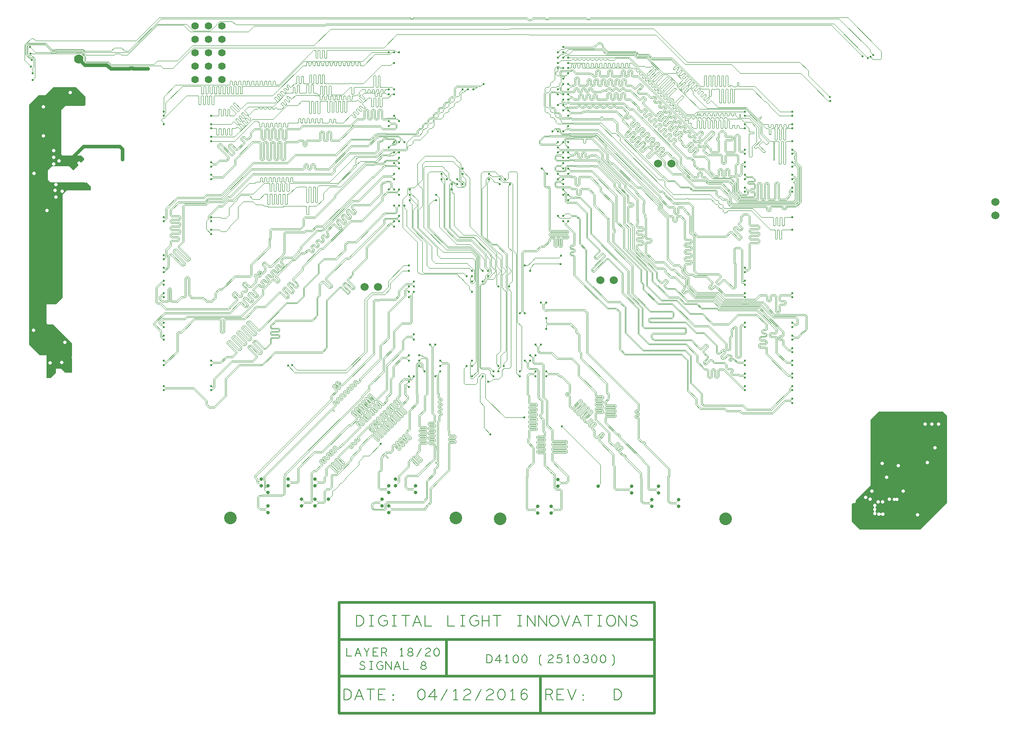
<source format=gbr>
G04 ================== begin FILE IDENTIFICATION RECORD ==================*
G04 Layout Name:  2510300_REV-D.brd*
G04 Film Name:    L18_sig8.gbr*
G04 File Format:  Gerber RS274X*
G04 File Origin:  Cadence Allegro 16.6-2015-S051*
G04 Origin Date:  Tue Apr 12 06:53:58 2016*
G04 *
G04 Layer:  VIA CLASS/L18_SIG8*
G04 Layer:  PIN/L18_SIG8*
G04 Layer:  ETCH/L18_SIG8*
G04 Layer:  DRAWING FORMAT/TITLE_BLOCK*
G04 *
G04 Offset:    (0.00 0.00)*
G04 Mirror:    No*
G04 Mode:      Positive*
G04 Rotation:  0*
G04 FullContactRelief:  No*
G04 UndefLineWidth:     0.00*
G04 ================== end FILE IDENTIFICATION RECORD ====================*
%FSLAX25Y25*MOIN*%
%IR0*IPPOS*OFA0.00000B0.00000*MIA0B0*SFA1.00000B1.00000*%
%ADD15C,.06*%
%ADD14C,.025*%
%ADD11C,.07*%
%ADD10C,.016*%
%ADD12C,.055*%
%ADD13C,.094*%
%ADD16C,.02*%
%ADD17C,.004*%
%ADD18C,.00401*%
%ADD19C,.006*%
%ADD20C,.008*%
%ADD21C,.00399*%
%ADD22C,.02604*%
G75*
%LPD*%
G75*
G36*
G01X37000Y115000D02*
Y132000D01*
X32000D01*
X24000Y140000D01*
Y319000D01*
X31000Y326000D01*
X36000D01*
X42000Y332000D01*
X59000D01*
X66000Y325000D01*
Y319000D01*
X65000Y318000D01*
X51000D01*
X48000Y315000D01*
Y282000D01*
X49000Y281000D01*
X63000D01*
X65000Y279000D01*
Y278000D01*
X62824Y275824D01*
X62304Y275906D01*
X62258Y275996D01*
G03X60504Y274242I-1158J-596D01*
G01X60594Y274196D01*
X60676Y273676D01*
X57000Y270000D01*
X54000Y273000D01*
X41000D01*
X38000Y270000D01*
Y263000D01*
X40000Y261000D01*
X65164D01*
X65217Y260960D01*
G03X66783I783J1040D01*
G01X66836Y261000D01*
X67000D01*
X70000Y258000D01*
Y255000D01*
X52000D01*
X49000Y252000D01*
Y175000D01*
X44000Y170000D01*
X37000D01*
Y156000D01*
X38000Y155000D01*
X42000D01*
X56000Y141000D01*
Y131631D01*
X55933Y131571D01*
G03Y129629I867J-971D01*
G01X56000Y129569D01*
Y119000D01*
X51000D01*
X48000Y122000D01*
X44000D01*
Y119000D01*
X40000Y115000D01*
X37000D01*
G37*
G36*
G01X643000Y2000D02*
X637000Y8000D01*
Y21000D01*
X637896Y21896D01*
X638024Y21832D01*
G03X639768Y23576I576J1168D01*
G01X639704Y23704D01*
X651000Y35000D01*
Y84000D01*
X657000Y90000D01*
X705000D01*
X708000Y87000D01*
Y22000D01*
X688000Y2000D01*
X643000D01*
G37*
%LPC*%
G75*
G36*
G01X669633Y23529D02*
G03X669367I-133J-150D01*
G02Y25471I-867J971D01*
G03X669633I133J150D01*
G02Y23529I867J-971D01*
G37*
G36*
G01X654510Y15204D02*
X654615Y15147D01*
G02X653385I-615J-1147D01*
G01X653490Y15204D01*
Y15796D01*
X653385Y15853D01*
G02Y18147I615J1147D01*
G01X653490Y18204D01*
Y18796D01*
X653385Y18853D01*
G02X654615I615J1147D01*
G01X654510Y18796D01*
Y18204D01*
X654615Y18147D01*
G02Y15853I-615J-1147D01*
G01X654510Y15796D01*
Y15204D01*
G37*
G36*
G01X658147Y12885D02*
G02Y14115I-1147J615D01*
G03X658853I353J189D01*
G02Y12885I1147J-615D01*
G03X658147I-353J-189D01*
G37*
G54D22*
X27100Y150800D03*
X27400Y267500D03*
X50400Y141700D03*
X48100Y126500D03*
X39400Y126300D03*
X37200Y240100D03*
X43900Y259200D03*
X43932Y250132D03*
X43347Y255053D03*
X48500Y254200D03*
X42079Y284579D03*
X42037Y274737D03*
X42242Y279658D03*
X46300Y276900D03*
X34500Y295500D03*
Y317300D03*
X54400Y328100D03*
X650500Y24500D03*
X647100Y26000D03*
X651807Y30693D03*
X656500Y22500D03*
X660000D03*
X665000Y24500D03*
X662900Y41000D03*
X671500Y49500D03*
X659500Y51200D03*
X686000Y13000D03*
X675300Y30700D03*
X693250Y52050D03*
X698900Y62900D03*
X701500Y80700D03*
X696500D03*
X691500D03*
%LPD*%
G75*
G54D10*
X31400Y160000D03*
Y175000D03*
Y167500D03*
Y190000D03*
Y182500D03*
X32100Y207500D03*
X31400Y200000D03*
X38600Y210900D03*
X38800Y214100D03*
X30900Y225000D03*
X31100Y215000D03*
X28100Y244300D03*
X31500Y240000D03*
X32400Y232500D03*
X26574Y337474D03*
X26405Y342395D03*
X25084Y347316D03*
X25763Y352237D03*
X24942Y357158D03*
X24379Y362079D03*
X41000Y172300D03*
Y192700D03*
X40900Y181500D03*
Y183600D03*
Y202300D03*
X40100Y232300D03*
X40000Y222700D03*
X40500Y237700D03*
X41100Y247300D03*
X61050Y322050D03*
X93600Y277900D03*
X124065Y109025D03*
Y105875D03*
Y124775D03*
Y143675D03*
Y127925D03*
Y156275D03*
Y153125D03*
Y146825D03*
Y175175D03*
Y178325D03*
Y197225D03*
Y194075D03*
Y187775D03*
Y184625D03*
Y203525D03*
Y206675D03*
Y231875D03*
Y235025D03*
Y304325D03*
Y310625D03*
Y313775D03*
X112500Y345700D03*
X159675Y105875D03*
Y109025D03*
Y124775D03*
Y127925D03*
Y225575D03*
Y231875D03*
Y222425D03*
Y235025D03*
Y263375D03*
Y266525D03*
Y275975D03*
Y272825D03*
Y294875D03*
Y301175D03*
Y291725D03*
Y304325D03*
Y310625D03*
X216800Y124300D03*
X219700Y124800D03*
X286000Y66000D03*
X295696Y231996D03*
X299634D03*
X295696Y228059D03*
Y243808D03*
X299634D03*
Y235934D03*
X291759Y255618D03*
X295696Y267430D03*
Y255618D03*
Y263492D03*
X299634Y251682D03*
Y255618D03*
Y283178D03*
Y279241D03*
X295696Y283178D03*
X299634Y275304D03*
Y271366D03*
X295696Y275304D03*
X291759Y287115D03*
X299634Y291052D03*
X295696D03*
X291759Y306822D03*
X295696Y310759D03*
X299634Y306822D03*
X291759Y302885D03*
X295696Y330444D03*
X291759Y326508D03*
Y330444D03*
X295696Y326508D03*
Y350130D03*
Y358004D03*
X291759D03*
X299634D03*
X306708Y108344D03*
Y112282D03*
Y116218D03*
X310644D03*
X318518Y120156D03*
X314582Y124092D03*
X306708Y131966D03*
X314582Y128030D03*
Y131966D03*
X310644Y143778D03*
X306708Y128030D03*
X310644Y147715D03*
X306708Y179234D03*
Y175296D03*
X310644Y179234D03*
Y187108D03*
Y183170D03*
X306708D03*
Y194982D03*
Y198918D03*
X303570Y243807D03*
X307507Y247744D03*
Y255618D03*
Y251681D03*
X303570Y291052D03*
X330330Y120156D03*
Y124092D03*
X326392Y116218D03*
Y139841D03*
X330330Y128030D03*
X322456Y139841D03*
X327192Y247744D03*
X335066Y263492D03*
X331129Y267429D03*
X327192Y251681D03*
X331129Y263492D03*
X353952Y124092D03*
X350015D03*
X353952Y116218D03*
Y128030D03*
Y179234D03*
X350015Y191044D03*
X353952Y194982D03*
Y191044D03*
Y187108D03*
X342941Y263493D03*
X339004Y259556D03*
X346879D03*
Y267430D03*
X339004Y255618D03*
X342941Y259556D03*
X346879Y271367D03*
X354752Y330444D03*
X350815D03*
X346878D03*
X367600Y73100D03*
X369722Y120156D03*
Y116218D03*
X365785Y112282D03*
X361848Y116218D03*
X365785Y191044D03*
Y194982D03*
X361848Y187108D03*
Y194982D03*
X366586Y267429D03*
Y263492D03*
X362648Y334382D03*
X377596Y124092D03*
X373659Y120156D03*
Y124092D03*
X389408Y120156D03*
Y116218D03*
Y163485D03*
X381534Y183170D03*
X373659D03*
X382334Y259555D03*
X374459Y259556D03*
X378396Y263492D03*
X374460D03*
X392900Y85700D03*
X401218Y116218D03*
Y120156D03*
Y131966D03*
X405156Y139841D03*
X401218D03*
X393344Y128030D03*
X397282D03*
Y131966D03*
X393344Y163485D03*
X405156Y171359D03*
X397282Y194982D03*
X393344Y198918D03*
X405956Y271366D03*
X420900Y79100D03*
X409092Y116218D03*
Y120156D03*
Y151652D03*
Y159548D03*
Y171359D03*
X419800Y200100D03*
X420200Y206200D03*
X425641Y231996D03*
X421704D03*
X425641Y247744D03*
X421704Y235934D03*
X417766D03*
X409893Y267429D03*
X417766Y263492D03*
Y267430D03*
X425641D03*
X421704Y263492D03*
Y259556D03*
X425641Y251682D03*
X421704Y255618D03*
Y251682D03*
Y279241D03*
Y275304D03*
X417766Y283178D03*
X425641Y271366D03*
X421704Y283178D03*
X425641D03*
X421704Y271366D03*
X425641Y279241D03*
X417766Y291052D03*
Y287115D03*
X421704Y291052D03*
X425641Y287115D03*
Y291052D03*
X421704Y298948D03*
X417766D03*
X413830D03*
X425641Y302885D03*
Y314696D03*
Y310759D03*
X421704Y314696D03*
Y318634D03*
X417766D03*
X421704Y326508D03*
X417766D03*
X425641Y334382D03*
Y330444D03*
Y322570D03*
Y326508D03*
X417766Y330444D03*
X421704Y334382D03*
Y322570D03*
X417766Y346192D03*
Y354066D03*
X421704Y346192D03*
X425641Y350130D03*
Y346192D03*
X417766Y350130D03*
X425641Y354066D03*
X421704D03*
Y338318D03*
X425641Y342256D03*
X421704Y361941D03*
X417766Y358004D03*
X421704D03*
X557065Y109025D03*
Y105875D03*
Y124775D03*
Y115325D03*
Y118475D03*
Y127925D03*
Y153125D03*
Y156275D03*
Y175175D03*
Y178325D03*
Y194075D03*
Y197225D03*
Y184625D03*
Y187775D03*
Y266525D03*
Y263375D03*
Y257075D03*
Y253925D03*
Y282275D03*
Y275975D03*
Y272825D03*
Y301175D03*
Y285425D03*
Y304325D03*
Y310625D03*
Y313775D03*
X592675Y99575D03*
Y109025D03*
Y96425D03*
Y105875D03*
Y124775D03*
Y115325D03*
Y118475D03*
Y137375D03*
Y143675D03*
Y134225D03*
Y127925D03*
Y146825D03*
Y153125D03*
Y156275D03*
Y178325D03*
Y175175D03*
Y225575D03*
Y235025D03*
Y266525D03*
Y263375D03*
Y257075D03*
Y253925D03*
Y282275D03*
Y272825D03*
Y275975D03*
Y301175D03*
Y291725D03*
Y285425D03*
Y313775D03*
Y310625D03*
Y304325D03*
X620936Y321764D03*
X620500Y324500D03*
X652000Y3000D03*
Y6500D03*
Y10000D03*
X644979Y355006D03*
X649000Y353800D03*
X651000Y354500D03*
X652800Y356000D03*
X656000Y3000D03*
Y6500D03*
Y10000D03*
X654000Y8000D03*
Y4500D03*
X685100Y72000D03*
Y76000D03*
Y79000D03*
X689100Y72000D03*
Y79000D03*
Y75000D03*
G54D20*
G01X258500Y-125000D02*
Y-117000D01*
X261000D01*
X262000Y-117400D01*
X262750Y-117933D01*
X263375Y-118733D01*
X263875Y-119667D01*
X264000Y-121000D01*
X263875Y-122333D01*
X263375Y-123267D01*
X262750Y-124067D01*
X262000Y-124600D01*
X261000Y-125000D01*
X258500D01*
G01X266625D02*
X269750Y-117000D01*
X272875Y-125000D01*
G01X271750Y-122200D02*
X267750D01*
G01X278250Y-117000D02*
Y-125000D01*
G01X275375Y-117000D02*
X281125D01*
G01X289250Y-125000D02*
X284250D01*
Y-117000D01*
X289250D01*
G01X287250Y-120867D02*
X284250D01*
G01X295250Y-125267D02*
X295000Y-125133D01*
Y-124867D01*
X295250Y-124733D01*
X295500Y-124867D01*
Y-125133D01*
X295250Y-125267D01*
G01Y-121667D02*
X295000Y-121533D01*
Y-121267D01*
X295250Y-121133D01*
X295500Y-121267D01*
Y-121533D01*
X295250Y-121667D01*
G01X267750Y-70000D02*
Y-62000D01*
X270250D01*
X271250Y-62400D01*
X272000Y-62933D01*
X272625Y-63733D01*
X273125Y-64667D01*
X273250Y-66000D01*
X273125Y-67333D01*
X272625Y-68267D01*
X272000Y-69067D01*
X271250Y-69600D01*
X270250Y-70000D01*
X267750D01*
G01X277500Y-62000D02*
X280500D01*
G01X279000D02*
Y-70000D01*
G01X277500D02*
X280500D01*
G01X288250Y-66000D02*
X290750D01*
Y-68400D01*
X290000Y-69200D01*
X289125Y-69733D01*
X287875Y-70000D01*
X286625Y-69733D01*
X285750Y-69200D01*
X285000Y-68400D01*
X284500Y-67467D01*
X284250Y-66400D01*
Y-65467D01*
X284500Y-64667D01*
X285000Y-63733D01*
X285750Y-62933D01*
X286500Y-62400D01*
X287500Y-62000D01*
X288375D01*
X289375Y-62267D01*
X290125Y-62800D01*
G01X294500Y-62000D02*
X297500D01*
G01X296000D02*
Y-70000D01*
G01X294500D02*
X297500D01*
G01X304500Y-62000D02*
Y-70000D01*
G01X301625Y-62000D02*
X307375D01*
G01X309875Y-70000D02*
X313000Y-62000D01*
X316125Y-70000D01*
G01X315000Y-67200D02*
X311000D01*
G01X319000Y-62000D02*
Y-70000D01*
X324000D01*
G01X336000Y-62000D02*
Y-70000D01*
X341000D01*
G01X345500Y-62000D02*
X348500D01*
G01X347000D02*
Y-70000D01*
G01X345500D02*
X348500D01*
G01X356250Y-66000D02*
X358750D01*
Y-68400D01*
X358000Y-69200D01*
X357125Y-69733D01*
X355875Y-70000D01*
X354625Y-69733D01*
X353750Y-69200D01*
X353000Y-68400D01*
X352500Y-67467D01*
X352250Y-66400D01*
Y-65467D01*
X352500Y-64667D01*
X353000Y-63733D01*
X353750Y-62933D01*
X354500Y-62400D01*
X355500Y-62000D01*
X356375D01*
X357375Y-62267D01*
X358125Y-62800D01*
G01X361375Y-70000D02*
Y-62000D01*
G01X366625D02*
Y-70000D01*
G01Y-66000D02*
X361375D01*
G01X372500Y-62000D02*
Y-70000D01*
G01X369625Y-62000D02*
X375375D01*
G01X388000D02*
X391000D01*
G01X389500D02*
Y-70000D01*
G01X388000D02*
X391000D01*
G01X395125D02*
Y-62000D01*
X400875Y-70000D01*
Y-62000D01*
G01X403625Y-70000D02*
Y-62000D01*
X409375Y-70000D01*
Y-62000D01*
G01X415000Y-70000D02*
X414000Y-69867D01*
X413125Y-69333D01*
X412375Y-68533D01*
X411875Y-67600D01*
X411625Y-66533D01*
Y-65467D01*
X411875Y-64400D01*
X412375Y-63467D01*
X413125Y-62667D01*
X414000Y-62133D01*
X415000Y-62000D01*
X416000Y-62133D01*
X416875Y-62667D01*
X417625Y-63467D01*
X418125Y-64400D01*
X418375Y-65467D01*
Y-66533D01*
X418125Y-67600D01*
X417625Y-68533D01*
X416875Y-69333D01*
X416000Y-69867D01*
X415000Y-70000D01*
G01X420375Y-62000D02*
X423500Y-70000D01*
X426625Y-62000D01*
G01X428875Y-70000D02*
X432000Y-62000D01*
X435125Y-70000D01*
G01X434000Y-67200D02*
X430000D01*
G01X440500Y-62000D02*
Y-70000D01*
G01X437625Y-62000D02*
X443375D01*
G01X447500D02*
X450500D01*
G01X449000D02*
Y-70000D01*
G01X447500D02*
X450500D01*
G01X457500D02*
X456500Y-69867D01*
X455625Y-69333D01*
X454875Y-68533D01*
X454375Y-67600D01*
X454125Y-66533D01*
Y-65467D01*
X454375Y-64400D01*
X454875Y-63467D01*
X455625Y-62667D01*
X456500Y-62133D01*
X457500Y-62000D01*
X458500Y-62133D01*
X459375Y-62667D01*
X460125Y-63467D01*
X460625Y-64400D01*
X460875Y-65467D01*
Y-66533D01*
X460625Y-67600D01*
X460125Y-68533D01*
X459375Y-69333D01*
X458500Y-69867D01*
X457500Y-70000D01*
G01X463125D02*
Y-62000D01*
X468875Y-70000D01*
Y-62000D01*
G01X471875Y-68934D02*
X472875Y-69600D01*
X474000Y-70000D01*
X475000D01*
X476000Y-69600D01*
X476750Y-68934D01*
X477125Y-68000D01*
X476875Y-67067D01*
X476250Y-66267D01*
X475125Y-65733D01*
X473625Y-65467D01*
X472750Y-64933D01*
X472375Y-64000D01*
X472625Y-63067D01*
X473250Y-62400D01*
X474125Y-62000D01*
X475000D01*
X475875Y-62267D01*
X476625Y-62933D01*
G01X316250Y-117000D02*
X315250Y-117267D01*
X314500Y-117933D01*
X314000Y-118733D01*
X313625Y-119800D01*
X313500Y-121000D01*
X313625Y-122200D01*
X314000Y-123267D01*
X314500Y-124067D01*
X315250Y-124733D01*
X316250Y-125000D01*
X317250Y-124733D01*
X318000Y-124067D01*
X318500Y-123267D01*
X318875Y-122200D01*
X319000Y-121000D01*
X318875Y-119800D01*
X318500Y-118733D01*
X318000Y-117933D01*
X317250Y-117267D01*
X316250Y-117000D01*
G01X326250Y-125000D02*
Y-117000D01*
X321625Y-122733D01*
X327875D01*
G01X331000Y-125267D02*
X335500Y-117000D01*
G01X341750Y-125000D02*
Y-117000D01*
X340250Y-118600D01*
G01Y-125000D02*
X343250D01*
G01X347875Y-118333D02*
X348625Y-117533D01*
X349500Y-117133D01*
X350500Y-117000D01*
X351750Y-117267D01*
X352625Y-117933D01*
X352875Y-118733D01*
X352750Y-119534D01*
X352250Y-120200D01*
X349750Y-121533D01*
X348625Y-122467D01*
X347875Y-123800D01*
X347625Y-125000D01*
X352875D01*
G01X356500Y-125267D02*
X361000Y-117000D01*
G01X364875Y-118333D02*
X365625Y-117533D01*
X366500Y-117133D01*
X367500Y-117000D01*
X368750Y-117267D01*
X369625Y-117933D01*
X369875Y-118733D01*
X369750Y-119534D01*
X369250Y-120200D01*
X366750Y-121533D01*
X365625Y-122467D01*
X364875Y-123800D01*
X364625Y-125000D01*
X369875D01*
G01X375750Y-117000D02*
X374750Y-117267D01*
X374000Y-117933D01*
X373500Y-118733D01*
X373125Y-119800D01*
X373000Y-121000D01*
X373125Y-122200D01*
X373500Y-123267D01*
X374000Y-124067D01*
X374750Y-124733D01*
X375750Y-125000D01*
X376750Y-124733D01*
X377500Y-124067D01*
X378000Y-123267D01*
X378375Y-122200D01*
X378500Y-121000D01*
X378375Y-119800D01*
X378000Y-118733D01*
X377500Y-117933D01*
X376750Y-117267D01*
X375750Y-117000D01*
G01X384250Y-125000D02*
Y-117000D01*
X382750Y-118600D01*
G01Y-125000D02*
X385750D01*
G01X390375Y-121667D02*
X391250Y-120733D01*
X392000Y-120200D01*
X393000Y-119933D01*
X393875Y-120200D01*
X394500Y-120733D01*
X395000Y-121533D01*
X395125Y-122467D01*
X395000Y-123267D01*
X394500Y-124067D01*
X393750Y-124733D01*
X392875Y-125000D01*
X391875Y-124733D01*
X391000Y-123934D01*
X390500Y-122733D01*
X390375Y-121400D01*
X390625Y-119667D01*
X391000Y-118733D01*
X391625Y-117800D01*
X392500Y-117133D01*
X393375Y-117000D01*
X394250Y-117267D01*
X394875Y-117933D01*
G01X408750Y-125000D02*
Y-117000D01*
X411875D01*
X412875Y-117400D01*
X413500Y-117933D01*
X413750Y-119000D01*
X413500Y-120067D01*
X412750Y-120733D01*
X411875Y-121133D01*
X408750D01*
G01X411875D02*
X413750Y-125000D01*
G01X422250D02*
X417250D01*
Y-117000D01*
X422250D01*
G01X420250Y-120867D02*
X417250D01*
G01X425125Y-117000D02*
X428250Y-125000D01*
X431375Y-117000D01*
G01X436750Y-125267D02*
X436500Y-125133D01*
Y-124867D01*
X436750Y-124733D01*
X437000Y-124867D01*
Y-125133D01*
X436750Y-125267D01*
G01Y-121667D02*
X436500Y-121533D01*
Y-121267D01*
X436750Y-121133D01*
X437000Y-121267D01*
Y-121533D01*
X436750Y-121667D01*
G01X459750Y-125000D02*
Y-117000D01*
X462250D01*
X463250Y-117400D01*
X464000Y-117933D01*
X464625Y-118733D01*
X465125Y-119667D01*
X465250Y-121000D01*
X465125Y-122333D01*
X464625Y-123267D01*
X464000Y-124067D01*
X463250Y-124600D01*
X462250Y-125000D01*
X459750D01*
G54D11*
X61000Y353000D03*
X644900Y7000D03*
G54D21*
G01X124065Y109025D02*
X125140Y107950D01*
X146650D01*
X156500Y98100D01*
Y95500D01*
X158200Y93800D01*
X161400D01*
X169700Y102100D01*
Y114600D01*
X180400Y125300D01*
X197400D01*
X206699Y134599D01*
X241969D01*
X245201Y137831D01*
Y172931D01*
X255275Y183005D01*
X256501D01*
X261056Y178451D01*
X261620D01*
X262189Y179020D01*
Y179583D01*
X257634Y184138D01*
Y185364D01*
X258667Y186397D01*
X259893D01*
X264448Y181843D01*
X265012D01*
X265581Y182412D01*
Y182975D01*
X261026Y187530D01*
Y188756D01*
X264500Y192230D01*
Y194400D01*
X274700Y204600D01*
Y212600D01*
X289700Y227600D01*
Y227800D01*
X292427Y230527D01*
X294227D01*
X295696Y231996D01*
G01X124065Y105875D02*
X125141Y106951D01*
X146236D01*
X155501Y97686D01*
Y95086D01*
X157786Y92801D01*
X161814D01*
X170699Y101686D01*
Y114186D01*
X180814Y124301D01*
X196402D01*
X196602Y124501D01*
X197731D01*
X207030Y133800D01*
X242300D01*
X246000Y137500D01*
Y172600D01*
X255606Y182206D01*
X256170D01*
X260725Y177652D01*
X261951D01*
X262988Y178689D01*
Y179914D01*
X258433Y184469D01*
Y185033D01*
X258998Y185598D01*
X259562D01*
X264117Y181044D01*
X265343D01*
X266380Y182081D01*
Y183306D01*
X261825Y187861D01*
Y188425D01*
X265299Y191899D01*
Y193786D01*
X275699Y204186D01*
Y212186D01*
X290407Y226893D01*
X291407Y227893D01*
Y228093D01*
X292841Y229528D01*
X294227D01*
X295696Y228059D01*
G01X124065Y124775D02*
X125140Y125850D01*
X125954D01*
X134800Y134696D01*
Y148201D01*
X135199Y148600D01*
X137400D01*
X147300Y158500D01*
X165661D01*
X166060Y158101D01*
Y149484D01*
X167044Y148500D01*
X168670D01*
X169654Y149484D01*
Y158101D01*
X170053Y158500D01*
X184500D01*
X189107Y163107D01*
Y163193D01*
X191522Y165609D01*
X191814Y165901D01*
Y165902D01*
X193413Y167501D01*
X196801D01*
X196900Y167600D01*
X199913D01*
X210654Y178341D01*
X211218D01*
X215134Y174425D01*
X216524D01*
X217676Y175577D01*
Y176967D01*
X213760Y180883D01*
Y181447D01*
X214325Y182012D01*
X214889D01*
X218805Y178096D01*
X220195D01*
X221347Y179248D01*
Y180638D01*
X217431Y184554D01*
Y185118D01*
X217996Y185683D01*
X218560D01*
X221876Y182367D01*
X223566D01*
X224568Y183369D01*
Y184759D01*
X221102Y188225D01*
Y188789D01*
X228099Y195786D01*
Y197585D01*
X241415Y210901D01*
X242935D01*
X263835Y231801D01*
X272014D01*
X287400Y247187D01*
Y249567D01*
X291152Y253319D01*
X297997D01*
X299634Y251682D01*
G01X124065Y143675D02*
X122989Y144751D01*
X122575D01*
X121566Y145760D01*
Y149821D01*
X116683Y154704D01*
Y156096D01*
X124736Y164149D01*
X173250D01*
X180636Y171535D01*
X182028D01*
X184994Y168569D01*
X185556D01*
X186123Y169136D01*
Y169698D01*
X183157Y172664D01*
Y174056D01*
X184307Y175206D01*
X185699D01*
X188665Y172240D01*
X189227D01*
X189794Y172807D01*
Y173369D01*
X186828Y176335D01*
Y177727D01*
X187978Y178877D01*
X189370D01*
X192336Y175911D01*
X192898D01*
X193465Y176478D01*
Y177040D01*
X190498Y180007D01*
X190500Y181432D01*
X191769Y182569D01*
X194055Y184855D01*
X195447D01*
X196654Y183648D01*
X197216D01*
X197783Y184215D01*
Y184777D01*
X196576Y185984D01*
Y187376D01*
X197726Y188526D01*
X199118D01*
X200325Y187319D01*
X200887D01*
X201454Y187886D01*
Y188448D01*
X200247Y189655D01*
Y191047D01*
X201397Y192197D01*
X202789D01*
X203996Y190990D01*
X204558D01*
X205125Y191557D01*
Y192119D01*
X203918Y193326D01*
Y194718D01*
X205068Y195868D01*
X206460D01*
X207667Y194661D01*
X208229D01*
X208796Y195228D01*
Y195790D01*
X207589Y196997D01*
Y198389D01*
X208739Y199539D01*
X210131D01*
X211338Y198332D01*
X211900D01*
X212467Y198899D01*
Y199461D01*
X211260Y200668D01*
Y201080D01*
X211258Y201082D01*
Y202774D01*
X213685Y205201D01*
X220309D01*
X224291Y209183D01*
Y210136D01*
X225940Y211785D01*
Y213156D01*
X238085Y225301D01*
X241385D01*
X242806Y226722D01*
X243806D01*
X264686Y247602D01*
X269098D01*
X269100Y247600D01*
X287461Y265961D01*
X291046D01*
X291077Y265930D01*
X294196D01*
X295696Y267430D01*
G01X124065Y127925D02*
X125141Y126849D01*
X125540D01*
X133801Y135110D01*
Y148615D01*
X134785Y149599D01*
X136986D01*
X146886Y159499D01*
X166075D01*
X167059Y158515D01*
Y149898D01*
X167458Y149499D01*
X168256D01*
X168655Y149898D01*
Y158515D01*
X169639Y159499D01*
X184086D01*
X187593Y163007D01*
X188400Y163814D01*
Y163900D01*
X190815Y166315D01*
Y166316D01*
X192999Y168500D01*
X196880D01*
X196979Y168599D01*
X199499D01*
X210240Y179340D01*
X211632D01*
X215548Y175424D01*
X216110D01*
X216677Y175991D01*
Y176553D01*
X212761Y180469D01*
Y181861D01*
X213911Y183011D01*
X215303D01*
X219219Y179095D01*
X219781D01*
X220348Y179662D01*
Y180224D01*
X216432Y184140D01*
Y185532D01*
X217582Y186682D01*
X218691D01*
X222207Y183166D01*
X222952D01*
X223769Y183983D01*
Y184428D01*
X220103Y188094D01*
Y189203D01*
X227100Y196200D01*
Y197999D01*
X241001Y211900D01*
X242521D01*
X263421Y232800D01*
X271600D01*
X286401Y247601D01*
Y249981D01*
X290345Y253926D01*
X290537Y254118D01*
X298134D01*
X299634Y255618D01*
G01X124065Y156275D02*
X122990Y155200D01*
X122300D01*
X121582Y155918D01*
Y156482D01*
X123768Y158668D01*
X140317D01*
X141927Y160278D01*
X181778D01*
X198500Y177000D01*
Y181000D01*
X205502Y188002D01*
X206066D01*
X208089Y185979D01*
X209479D01*
X210631Y187131D01*
Y188521D01*
X208608Y190544D01*
Y191108D01*
X220120Y202620D01*
X221820D01*
X226701Y207501D01*
X229301D01*
X231915Y210115D01*
X232479D01*
X233790Y208804D01*
X235180D01*
X236332Y209956D01*
Y211346D01*
X235021Y212657D01*
Y213221D01*
X235586Y213786D01*
X236150D01*
X237461Y212475D01*
X238851D01*
X240003Y213627D01*
Y215017D01*
X238692Y216328D01*
Y216892D01*
X239257Y217457D01*
X239821D01*
X241132Y216146D01*
X242522D01*
X243674Y217298D01*
Y218688D01*
X242363Y219999D01*
Y220563D01*
X242928Y221128D01*
X243492D01*
X244803Y219817D01*
X246193D01*
X247345Y220969D01*
Y222359D01*
X246034Y223670D01*
Y224234D01*
X250683Y228883D01*
X251247D01*
X254128Y226002D01*
X255518D01*
X256670Y227154D01*
Y228544D01*
X253789Y231425D01*
Y231989D01*
X254354Y232554D01*
X254918D01*
X257799Y229673D01*
X259189D01*
X260341Y230825D01*
Y232215D01*
X257460Y235096D01*
Y235660D01*
X258025Y236225D01*
X258589D01*
X261470Y233344D01*
X262860D01*
X264012Y234496D01*
Y235886D01*
X261131Y238767D01*
Y239331D01*
X261696Y239896D01*
X262260D01*
X265141Y237015D01*
X266531D01*
X267683Y238167D01*
Y239557D01*
X264802Y242438D01*
Y243002D01*
X265500Y243700D01*
X277800D01*
X286800Y252700D01*
Y259485D01*
X287199Y259909D01*
X287234Y259877D01*
X287600Y259900D01*
X288099Y260399D01*
X289350D01*
X290140Y261189D01*
X292472D01*
X293328Y260333D01*
Y257187D01*
X291759Y255618D01*
G01X124065Y153125D02*
X122989Y154201D01*
X121886D01*
X120583Y155504D01*
Y156896D01*
X123354Y159667D01*
X139903D01*
X141513Y161277D01*
X181364D01*
X197501Y177414D01*
Y181414D01*
X205088Y189001D01*
X206480D01*
X208503Y186978D01*
X209065D01*
X209632Y187545D01*
Y188107D01*
X207609Y190130D01*
Y191522D01*
X219508Y203421D01*
X221488D01*
X226134Y208068D01*
X226566Y208500D01*
X228887D01*
X231501Y211114D01*
X232893D01*
X234204Y209803D01*
X234766D01*
X235333Y210370D01*
Y210932D01*
X234022Y212243D01*
Y213635D01*
X235172Y214785D01*
X236564D01*
X237875Y213474D01*
X238437D01*
X239004Y214041D01*
Y214603D01*
X237693Y215914D01*
Y217306D01*
X238843Y218456D01*
X240235D01*
X241546Y217145D01*
X242108D01*
X242675Y217712D01*
Y218274D01*
X241364Y219585D01*
Y220977D01*
X242514Y222127D01*
X243906D01*
X245217Y220816D01*
X245779D01*
X246346Y221383D01*
Y221945D01*
X245035Y223256D01*
Y224648D01*
X250269Y229882D01*
X251661D01*
X254542Y227001D01*
X255104D01*
X255671Y227568D01*
Y228130D01*
X252790Y231011D01*
Y232403D01*
X253940Y233553D01*
X255332D01*
X258213Y230672D01*
X258775D01*
X259342Y231239D01*
Y231801D01*
X256461Y234682D01*
Y236074D01*
X257611Y237224D01*
X259003D01*
X261884Y234343D01*
X262446D01*
X263013Y234910D01*
Y235472D01*
X260132Y238353D01*
Y239745D01*
X261282Y240895D01*
X262674D01*
X265555Y238014D01*
X266117D01*
X266684Y238581D01*
Y239143D01*
X263803Y242024D01*
Y243416D01*
X265086Y244699D01*
X277386D01*
X285801Y253114D01*
Y259485D01*
X286738Y260882D01*
X287137Y260907D01*
X287167Y260942D01*
X287534Y260965D01*
X287535D01*
X287768Y261198D01*
X289019D01*
X289809Y261988D01*
X292803D01*
X294127Y260664D01*
Y257187D01*
X295696Y255618D01*
G01X124065Y146825D02*
X122990Y145750D01*
X122989D01*
X122565Y146174D01*
Y150235D01*
X117682Y155118D01*
Y155682D01*
X125150Y163150D01*
X173664D01*
X181050Y170536D01*
X181614D01*
X184580Y167570D01*
X185970D01*
X187122Y168722D01*
Y170112D01*
X184156Y173078D01*
Y173642D01*
X184721Y174207D01*
X185285D01*
X188251Y171241D01*
X189641D01*
X190793Y172393D01*
Y173783D01*
X187827Y176749D01*
Y177313D01*
X188392Y177878D01*
X188956D01*
X191922Y174912D01*
X193312D01*
X194464Y176064D01*
Y177454D01*
X191498Y180420D01*
X191499Y180985D01*
X192456Y181843D01*
X194469Y183856D01*
X195033D01*
X196240Y182649D01*
X197630D01*
X198782Y183801D01*
Y185191D01*
X197575Y186398D01*
Y186962D01*
X198140Y187527D01*
X198704D01*
X199911Y186320D01*
X201301D01*
X202453Y187472D01*
Y188862D01*
X201246Y190069D01*
Y190633D01*
X201811Y191198D01*
X202375D01*
X203582Y189991D01*
X204972D01*
X206124Y191143D01*
Y192533D01*
X204917Y193740D01*
Y194304D01*
X205482Y194869D01*
X206046D01*
X207253Y193662D01*
X208643D01*
X209795Y194814D01*
Y196204D01*
X208588Y197411D01*
Y197975D01*
X209153Y198540D01*
X209717D01*
X210924Y197333D01*
X212314D01*
X213466Y198485D01*
Y199875D01*
X212259Y201082D01*
Y202359D01*
X214100Y204200D01*
X220724D01*
X225292Y208768D01*
Y209721D01*
X226941Y211370D01*
Y212741D01*
X238700Y224500D01*
X242000D01*
X243221Y225721D01*
X244221D01*
X265101Y246601D01*
X269514D01*
X287875Y264962D01*
X290632D01*
X290663Y264931D01*
X291031D01*
X291100Y265000D01*
X292400D01*
X292469Y264931D01*
X294257D01*
X295696Y263492D01*
G01X299634Y279241D02*
X298065Y277672D01*
X289655D01*
X288048Y276065D01*
X287764D01*
X286919Y275220D01*
X281407D01*
X280885Y274699D01*
X274600D01*
X251300Y251399D01*
Y249902D01*
X236600Y235199D01*
X229199D01*
X227900Y233900D01*
Y228734D01*
X225825Y226659D01*
X204059D01*
X203200Y225800D01*
Y225100D01*
X203059Y224959D01*
Y219459D01*
X202500Y218900D01*
Y216213D01*
X202401Y216114D01*
Y213214D01*
X189001Y199814D01*
Y192114D01*
X188186Y191299D01*
X176986D01*
X168393Y182707D01*
X167186Y181500D01*
X165285D01*
X162199Y178414D01*
Y175085D01*
X159614Y172500D01*
X156400D01*
X153631Y175269D01*
X145367D01*
X144790Y175847D01*
X144769D01*
X143615Y177001D01*
Y177044D01*
X143613Y177046D01*
Y189816D01*
X142629Y190800D01*
X141003D01*
X140019Y189816D01*
Y176248D01*
X139620Y175849D01*
X137349D01*
X134000Y172500D01*
X130175D01*
X129947Y172728D01*
Y181486D01*
X129133Y182300D01*
X127980D01*
X127166Y181486D01*
Y172728D01*
X126938Y172500D01*
X123500D01*
X121432Y174568D01*
Y175132D01*
X122550Y176250D01*
X122990D01*
X124065Y175175D01*
G01X299634Y275304D02*
X298065Y276873D01*
X289986D01*
X288471Y275358D01*
X287333Y274221D01*
X281821D01*
X281299Y273700D01*
X274731D01*
X252099Y251068D01*
Y249571D01*
X236932Y234400D01*
X229816D01*
X228901Y233485D01*
Y228601D01*
X225958Y225658D01*
X204759D01*
X204060Y224959D01*
Y219044D01*
X203303Y218287D01*
Y218097D01*
X203400Y218000D01*
Y212800D01*
X190000Y199400D01*
Y191700D01*
X188600Y190300D01*
X177400D01*
X167601Y180501D01*
X165699D01*
X163198Y178000D01*
Y174671D01*
X160028Y171501D01*
X155986D01*
X153219Y174268D01*
X144951D01*
X144374Y174846D01*
X144354D01*
X142614Y176586D01*
Y189402D01*
X142215Y189801D01*
X141417D01*
X141018Y189402D01*
Y175834D01*
X140034Y174850D01*
X137763D01*
X134412Y171499D01*
X129760D01*
X128946Y172313D01*
Y181071D01*
X128718Y181299D01*
X128395D01*
X128167Y181071D01*
Y172313D01*
X127353Y171499D01*
X123088D01*
X120433Y174154D01*
Y175546D01*
X122136Y177249D01*
X122989D01*
X124065Y178325D01*
G01Y187775D02*
X122990Y186700D01*
X122176D01*
X118200Y182724D01*
Y171384D01*
X119184Y170400D01*
X121300D01*
X121299Y170399D01*
X121298D01*
X125641Y166056D01*
X172372D01*
X174600Y168284D01*
Y168298D01*
X179205Y172906D01*
Y174298D01*
X176351Y177152D01*
Y177714D01*
X176918Y178281D01*
X177480D01*
X180334Y175427D01*
X181726D01*
X182876Y176577D01*
Y178095D01*
X183879Y179098D01*
X185397D01*
X186547Y180248D01*
Y181640D01*
X183693Y184494D01*
Y185056D01*
X184260Y185623D01*
X184822D01*
X187676Y182769D01*
X189569D01*
X193200Y186400D01*
Y187700D01*
X193983Y188483D01*
Y189635D01*
X192527Y191091D01*
Y191411D01*
X192758Y191642D01*
X193078D01*
X194534Y190186D01*
X195686D01*
X196501Y191001D01*
Y192153D01*
X195045Y193609D01*
Y193929D01*
X195276Y194160D01*
X195596D01*
X197052Y192704D01*
X198204D01*
X200251Y194751D01*
Y197649D01*
X198435Y199475D01*
X198436Y200037D01*
X199003Y200601D01*
X199565Y200600D01*
X202563Y197588D01*
X203541Y197587D01*
X204407D01*
X213399Y206610D01*
Y207086D01*
X213402Y207085D01*
X214502Y208184D01*
Y222986D01*
X214857Y223341D01*
X229057D01*
X230015Y224299D01*
X234815D01*
X238017Y227501D01*
X243101D01*
X260985Y245385D01*
X260998D01*
X279814Y264201D01*
X280614D01*
X287007Y270593D01*
X287607Y271193D01*
Y271405D01*
X289102Y272901D01*
X289501D01*
X289601Y273001D01*
X297999D01*
X299634Y271366D01*
G01X124065Y184625D02*
X122989Y185701D01*
X122590D01*
X119199Y182310D01*
Y171798D01*
X119598Y171399D01*
X121714D01*
X126056Y167057D01*
X171946D01*
X172745Y167856D01*
X172759D01*
X173601Y168698D01*
Y168713D01*
X178206Y173320D01*
Y173884D01*
X175352Y176738D01*
Y178128D01*
X176504Y179280D01*
X177894D01*
X180748Y176426D01*
X181312D01*
X181877Y176991D01*
Y178977D01*
X182997Y180097D01*
X184983D01*
X185548Y180662D01*
Y181226D01*
X182694Y184080D01*
Y185470D01*
X183846Y186622D01*
X185236D01*
X188090Y183768D01*
X188654D01*
Y183770D01*
X189154D01*
X192199Y186815D01*
Y188115D01*
X192982Y188898D01*
Y189220D01*
X191526Y190676D01*
Y191826D01*
X192343Y192643D01*
X193493D01*
X194949Y191187D01*
X195271D01*
X195500Y191416D01*
Y191738D01*
X194044Y193194D01*
Y194344D01*
X194861Y195161D01*
X196011D01*
X197467Y193705D01*
X197789D01*
X199250Y195166D01*
Y197238D01*
X197437Y199060D01*
Y200454D01*
X198591Y201602D01*
X199982Y201599D01*
X202979Y198587D01*
X203542Y198586D01*
X203992D01*
X212400Y207024D01*
Y207501D01*
X213501Y208600D01*
Y223401D01*
X214442Y224342D01*
X228642D01*
X229600Y225300D01*
X234400D01*
X237600Y228500D01*
X242687D01*
X260292Y246092D01*
X279400Y265200D01*
X280200D01*
X286300Y271300D01*
X286608Y271607D01*
Y271819D01*
X288688Y273900D01*
X289370D01*
X289270Y273800D01*
X297002D01*
X297052Y273850D01*
Y273948D01*
X295696Y275304D01*
G01X299634Y291052D02*
X300419Y291837D01*
Y293405D01*
X298802Y295022D01*
X284535D01*
X283314Y293801D01*
X282814D01*
X276614Y287601D01*
X264314D01*
X247163Y270450D01*
X237186D01*
X236202Y271434D01*
Y273702D01*
X235803Y274101D01*
X235005D01*
X234606Y273702D01*
Y271434D01*
X233622Y270450D01*
X231996D01*
X231012Y271434D01*
Y273702D01*
X230613Y274101D01*
X229815D01*
X229416Y273702D01*
Y271434D01*
X228432Y270450D01*
X189963D01*
X167714Y248201D01*
X157614D01*
X155214Y245801D01*
X135414D01*
X129899Y240286D01*
Y236797D01*
X130298Y236398D01*
X136016D01*
X137000Y235414D01*
Y233788D01*
X136016Y232804D01*
X130298D01*
X129899Y232405D01*
Y231607D01*
X130298Y231208D01*
X136016D01*
X137000Y230224D01*
Y228598D01*
X136016Y227614D01*
X130298D01*
X129899Y227215D01*
Y226417D01*
X130298Y226018D01*
X136016D01*
X137000Y225034D01*
Y223408D01*
X136016Y222424D01*
X130298D01*
X129899Y222025D01*
Y220982D01*
X130298Y220583D01*
X135014D01*
X135998Y219599D01*
Y217973D01*
X135014Y216989D01*
X130298D01*
X129899Y216590D01*
Y213786D01*
X126564Y210451D01*
Y205610D01*
X125555Y204601D01*
X125141D01*
X124065Y203525D01*
G01X303570Y291052D02*
X302003Y292619D01*
Y292951D01*
X299133Y295821D01*
X283921D01*
X282900Y294800D01*
X282400D01*
X276200Y288600D01*
X263900D01*
X246749Y271449D01*
X237600D01*
X237201Y271848D01*
Y274116D01*
X236217Y275100D01*
X234591D01*
X233607Y274116D01*
Y271848D01*
X233208Y271449D01*
X232410D01*
X232011Y271848D01*
Y274116D01*
X231027Y275100D01*
X229401D01*
X228417Y274116D01*
Y271848D01*
X228018Y271449D01*
X189549D01*
X167300Y249200D01*
X157200D01*
X154800Y246800D01*
X135000D01*
X128900Y240700D01*
Y236383D01*
X129884Y235399D01*
X135602D01*
X136001Y235000D01*
Y234202D01*
X135602Y233803D01*
X129884D01*
X128900Y232819D01*
Y231193D01*
X129884Y230209D01*
X135602D01*
X136001Y229810D01*
Y229012D01*
X135602Y228613D01*
X129884D01*
X128900Y227629D01*
Y226003D01*
X129884Y225019D01*
X135602D01*
X136001Y224620D01*
Y223822D01*
X135602Y223423D01*
X129884D01*
X128900Y222439D01*
Y220568D01*
X129884Y219584D01*
X134600D01*
X134999Y219185D01*
Y218387D01*
X134600Y217988D01*
X129884D01*
X128900Y217004D01*
Y214200D01*
X125565Y210865D01*
Y206024D01*
X125141Y205600D01*
X125140D01*
X124065Y206675D01*
G01X354752Y330444D02*
X357984Y332058D01*
X342434D01*
X341379Y331003D01*
Y325632D01*
X339880Y324133D01*
X338446D01*
X337365Y323052D01*
Y321618D01*
X336018Y320271D01*
X334582D01*
X333429Y319118D01*
Y317682D01*
X332082Y316335D01*
X330648D01*
X329491Y315178D01*
Y313744D01*
X328144Y312397D01*
X326709D01*
X325555Y311243D01*
Y309524D01*
X325463Y309432D01*
X325308Y309276D01*
X325024D01*
X324154Y308406D01*
X322719D01*
X321617Y307304D01*
Y305870D01*
X320270Y304523D01*
X318835D01*
X317681Y303369D01*
Y301933D01*
X316334Y300586D01*
X314899D01*
X313743Y299430D01*
Y297713D01*
X313651Y297621D01*
X313215Y297184D01*
X312632Y296601D01*
X289771D01*
X289770Y296600D01*
X283230D01*
X282431Y295801D01*
X281915D01*
X278615Y292501D01*
X264115D01*
X252715Y281101D01*
X224615D01*
X224414Y280900D01*
X222579D01*
X216679Y275000D01*
X191113D01*
X167114Y251001D01*
X156214D01*
X154314Y249101D01*
X134514D01*
X126539Y241126D01*
Y233935D01*
X125555Y232951D01*
X125141D01*
X124065Y231875D01*
G01X362648Y334382D02*
X359415Y332767D01*
X358879Y332947D01*
X358814Y332882D01*
X358424D01*
X358399Y332857D01*
X342103D01*
X340580Y331334D01*
Y325963D01*
X339625Y325008D01*
X339308D01*
X339232Y324932D01*
X338115D01*
X336566Y323383D01*
Y321949D01*
X335687Y321070D01*
X334251D01*
X332630Y319449D01*
Y318013D01*
X331751Y317134D01*
X330317D01*
X328692Y315509D01*
Y314075D01*
X327813Y313196D01*
X326378D01*
X324756Y311574D01*
Y310138D01*
X323823Y309205D01*
X322388D01*
X320818Y307635D01*
Y306201D01*
X319939Y305322D01*
X318504D01*
X316882Y303700D01*
Y302264D01*
X316003Y301385D01*
X314568D01*
X312944Y299761D01*
Y298327D01*
X312065Y297448D01*
X304048D01*
X304000Y297400D01*
X289770D01*
X289969Y297599D01*
X283099D01*
X282100Y296600D01*
X281300D01*
X278000Y293300D01*
X263500D01*
X252300Y282100D01*
X224201D01*
X223999Y281899D01*
X222165D01*
X216265Y275999D01*
X190699D01*
X166700Y252000D01*
X155800D01*
X153900Y250100D01*
X134100D01*
X125540Y241540D01*
Y234349D01*
X125141Y233950D01*
X125140D01*
X124065Y235025D01*
G01X159675Y105875D02*
X160751Y106951D01*
X161165D01*
X162174Y107960D01*
Y113961D01*
X175314Y127101D01*
X190680D01*
X193870Y130291D01*
Y131683D01*
X187914Y137639D01*
Y138201D01*
X188481Y138768D01*
X189043D01*
X194999Y132812D01*
X196391D01*
X197541Y133962D01*
Y135354D01*
X191585Y141310D01*
Y141872D01*
X192152Y142439D01*
X192714D01*
X198645Y136508D01*
X200038D01*
X200213Y136683D01*
X200215D01*
X204188Y140656D01*
Y144107D01*
X204587Y144506D01*
X209733D01*
X210600Y145373D01*
Y146833D01*
X209733Y147700D01*
X204587D01*
X204188Y148099D01*
Y148897D01*
X204587Y149296D01*
X209733D01*
X210600Y150163D01*
Y151623D01*
X209733Y152490D01*
X204587D01*
X204188Y152889D01*
Y153858D01*
X207730Y157400D01*
X234700D01*
X238900Y161600D01*
Y174670D01*
X240999Y176769D01*
Y184786D01*
X242421Y186207D01*
X242985D01*
X247288Y181903D01*
X248678D01*
X249830Y183055D01*
Y184445D01*
X245527Y188749D01*
X245528Y189314D01*
X247850Y191550D01*
X260100Y203800D01*
X262500D01*
X286401Y227701D01*
X286535D01*
X288702Y229868D01*
Y233067D01*
X289201Y233566D01*
X298064D01*
X299634Y231996D01*
G01X159675Y109025D02*
X160750Y107950D01*
X160751D01*
X161175Y108374D01*
Y114375D01*
X174900Y128100D01*
X190266D01*
X192871Y130705D01*
Y131269D01*
X186915Y137225D01*
Y138615D01*
X188067Y139767D01*
X189457D01*
X195413Y133811D01*
X195977D01*
X196542Y134376D01*
Y134940D01*
X190586Y140896D01*
Y142286D01*
X191738Y143438D01*
X193128D01*
X199084Y137482D01*
X199884D01*
X203389Y140987D01*
Y144438D01*
X204256Y145305D01*
X209402D01*
X209801Y145704D01*
Y146502D01*
X209402Y146901D01*
X204256D01*
X203389Y147768D01*
Y149228D01*
X204256Y150095D01*
X209402D01*
X209801Y150494D01*
Y151292D01*
X209402Y151691D01*
X204256D01*
X203389Y152558D01*
Y154189D01*
X207399Y158199D01*
X234369D01*
X238101Y161931D01*
Y175001D01*
X240000Y176900D01*
Y185201D01*
X242007Y187206D01*
X243399D01*
X247702Y182902D01*
X248264D01*
X248831Y183469D01*
Y184031D01*
X244527Y188336D01*
X244529Y189740D01*
X247150Y192263D01*
X259686Y204799D01*
X262085D01*
X264693Y207407D01*
X281996Y224709D01*
X282217D01*
X283091Y225583D01*
Y225804D01*
X285695Y228408D01*
X285829D01*
X287703Y230282D01*
Y233466D01*
X288702Y234465D01*
X289101D01*
X289201Y234365D01*
X298065D01*
X299634Y235934D01*
G01X159675Y124775D02*
X160751Y125851D01*
X166664D01*
X171114Y130301D01*
X175614D01*
X178513Y133200D01*
Y134592D01*
X172190Y140915D01*
Y141477D01*
X172757Y142044D01*
X173319D01*
X179642Y135721D01*
X181034D01*
X182184Y136871D01*
Y138263D01*
X175861Y144586D01*
Y145148D01*
X176428Y145715D01*
X176990D01*
X183313Y139392D01*
X184705D01*
X185855Y140542D01*
Y141934D01*
X179532Y148257D01*
Y148819D01*
X180099Y149386D01*
X180661D01*
X186984Y143063D01*
X188376D01*
X189526Y144213D01*
Y145605D01*
X183203Y151928D01*
Y152490D01*
X183770Y153057D01*
X184332D01*
X190655Y146734D01*
X192047D01*
X193197Y147884D01*
Y149276D01*
X186874Y155599D01*
Y156161D01*
X187441Y156728D01*
X188003D01*
X194326Y150405D01*
X195718D01*
X215813Y170500D01*
X223630D01*
X228999Y175869D01*
Y181965D01*
X240000Y192966D01*
Y199687D01*
X243514Y203201D01*
X252714D01*
X259899Y210386D01*
Y214586D01*
X261414Y216101D01*
X267714D01*
X279507Y227893D01*
X280506Y228892D01*
X280507D01*
X287602Y235988D01*
X288500Y236886D01*
Y237072D01*
X288899Y237471D01*
X289601D01*
X289701Y237571D01*
X296648D01*
X298065Y238988D01*
Y242239D01*
X299634Y243808D01*
G01X159675Y127925D02*
X160750Y126850D01*
X166250D01*
X170700Y131300D01*
X175200D01*
X177514Y133614D01*
Y134178D01*
X171191Y140501D01*
Y141891D01*
X172343Y143043D01*
X173733D01*
X180056Y136720D01*
X180620D01*
X181185Y137285D01*
Y137849D01*
X174862Y144172D01*
Y145562D01*
X176014Y146714D01*
X177404D01*
X183727Y140391D01*
X184291D01*
X184856Y140956D01*
Y141520D01*
X178533Y147843D01*
Y149233D01*
X179685Y150385D01*
X181075D01*
X187398Y144062D01*
X187962D01*
X188527Y144627D01*
Y145191D01*
X182204Y151514D01*
Y152904D01*
X183356Y154056D01*
X184746D01*
X191069Y147733D01*
X191633D01*
X192198Y148298D01*
Y148862D01*
X185875Y155185D01*
Y156575D01*
X187027Y157727D01*
X188417D01*
X194740Y151404D01*
X195587D01*
X215482Y171299D01*
X223299D01*
X228200Y176200D01*
Y182299D01*
X239199Y193298D01*
Y200019D01*
X243380Y204200D01*
X252300D01*
X258900Y210800D01*
Y215000D01*
X261000Y217100D01*
X267300D01*
X279799Y229599D01*
X279800D01*
X286603Y236402D01*
Y236573D01*
X288500Y238470D01*
X289601D01*
X289701Y238370D01*
X296317D01*
X297266Y239319D01*
Y242238D01*
X295696Y243808D01*
G01X291759Y306822D02*
X293328Y305253D01*
X296579D01*
X297995Y303837D01*
Y301795D01*
X296648Y300448D01*
X287086D01*
X286894Y300640D01*
X285235Y302300D01*
X265829D01*
X265730Y302201D01*
X264450Y300922D01*
X264435D01*
X264207Y300693D01*
X263207Y299693D01*
X263107D01*
X254913Y291500D01*
X249014D01*
X248030Y292484D01*
Y297802D01*
X247631Y298201D01*
X246833D01*
X246434Y297802D01*
Y292484D01*
X245450Y291500D01*
X243824D01*
X242840Y292484D01*
Y297802D01*
X242441Y298201D01*
X241643D01*
X241244Y297802D01*
Y292484D01*
X240260Y291500D01*
X231029D01*
X230801Y291272D01*
Y288514D01*
X229987Y287700D01*
X228834D01*
X228020Y288514D01*
Y291272D01*
X227792Y291500D01*
X225079D01*
X224080Y290501D01*
X215285D01*
X214886Y290102D01*
Y278384D01*
X213902Y277400D01*
X212276D01*
X211292Y278384D01*
Y290102D01*
X210893Y290501D01*
X210095D01*
X209696Y290102D01*
Y278384D01*
X208712Y277400D01*
X207086D01*
X206102Y278384D01*
Y290102D01*
X205703Y290501D01*
X204905D01*
X204506Y290102D01*
Y278384D01*
X203522Y277400D01*
X201896D01*
X200912Y278384D01*
Y290102D01*
X200513Y290501D01*
X199715D01*
X199316Y290102D01*
Y278384D01*
X198332Y277400D01*
X196706D01*
X195722Y278384D01*
Y290102D01*
X195323Y290501D01*
X190714D01*
X184379Y284165D01*
X177899Y277686D01*
Y273999D01*
X169214Y265314D01*
Y265301D01*
X168364Y264451D01*
X160751D01*
X159675Y263375D01*
G01X291759Y302885D02*
X293328Y304454D01*
X296248D01*
X297196Y303506D01*
Y302126D01*
X296317Y301247D01*
X287701D01*
X287601Y301346D01*
X285649Y303299D01*
X265415D01*
X265024Y302908D01*
X264036Y301921D01*
X264019D01*
X263500Y301399D01*
X262793Y300692D01*
X262693D01*
X254499Y292499D01*
X249428D01*
X249029Y292898D01*
Y298216D01*
X248045Y299200D01*
X246419D01*
X245435Y298216D01*
Y292898D01*
X245036Y292499D01*
X244238D01*
X243839Y292898D01*
Y298216D01*
X242855Y299200D01*
X241229D01*
X240245Y298216D01*
Y292898D01*
X239846Y292499D01*
Y292500D01*
X239845Y292501D01*
X230614D01*
X229800Y291687D01*
Y288929D01*
X229572Y288701D01*
X229249D01*
X229021Y288929D01*
Y291687D01*
X228207Y292501D01*
X224667D01*
X223666Y291500D01*
X214871D01*
X213887Y290516D01*
Y278798D01*
X213488Y278399D01*
X212690D01*
X212291Y278798D01*
Y290516D01*
X211307Y291500D01*
X209681D01*
X208697Y290516D01*
Y278798D01*
X208298Y278399D01*
X207500D01*
X207101Y278798D01*
Y290516D01*
X206117Y291500D01*
X204491D01*
X203507Y290516D01*
Y278798D01*
X203108Y278399D01*
X202310D01*
X201911Y278798D01*
Y290516D01*
X200927Y291500D01*
X199301D01*
X198317Y290516D01*
Y278798D01*
X197918Y278399D01*
X197120D01*
X196721Y278798D01*
Y290516D01*
X195737Y291500D01*
X190300D01*
X176900Y278100D01*
Y274413D01*
X168215Y265728D01*
Y265715D01*
X167950Y265450D01*
X160750D01*
X159675Y266525D01*
G01X295696Y310759D02*
X296984Y309471D01*
Y309239D01*
X296866Y309121D01*
X290807D01*
X290193Y308507D01*
X288600D01*
X288500Y308607D01*
X287582D01*
X287183Y309006D01*
Y314816D01*
X286199Y315800D01*
X284573D01*
X283589Y314816D01*
Y309006D01*
X283190Y308607D01*
X282392D01*
X281993Y309006D01*
Y314816D01*
X281009Y315800D01*
X279383D01*
X278399Y314816D01*
Y309006D01*
X278000Y308607D01*
X277202D01*
X276803Y309006D01*
Y314816D01*
X275819Y315800D01*
X274193D01*
X273209Y314816D01*
Y309006D01*
X272810Y308607D01*
X268207D01*
X263299Y303699D01*
X227399D01*
X225149Y301449D01*
X215697D01*
X214713Y300465D01*
Y293998D01*
X214314Y293599D01*
X213516D01*
X213117Y293998D01*
Y300465D01*
X212133Y301449D01*
X210507D01*
X209523Y300465D01*
Y293998D01*
X209124Y293599D01*
X208326D01*
X207927Y293998D01*
Y300465D01*
X206943Y301449D01*
X205317D01*
X204333Y300465D01*
Y293998D01*
X203934Y293599D01*
X203136D01*
X202737Y293998D01*
Y300465D01*
X201753Y301449D01*
X200127D01*
X199143Y300465D01*
Y293998D01*
X198744Y293599D01*
X197946D01*
X197547Y293998D01*
Y300465D01*
X196563Y301449D01*
X191815D01*
X188500Y298134D01*
Y295500D01*
X186531Y293531D01*
X185967D01*
X184194Y295304D01*
X182804D01*
X181652Y294152D01*
Y292762D01*
X183425Y290989D01*
Y290425D01*
X178909Y285909D01*
X178345D01*
X174722Y289532D01*
X173332D01*
X172180Y288380D01*
Y286990D01*
X175803Y283367D01*
Y282803D01*
X175130Y282130D01*
X174566D01*
X166850Y289846D01*
X165460D01*
X164308Y288694D01*
Y287304D01*
X172024Y279588D01*
Y279024D01*
X170699Y277699D01*
X165499D01*
X162700Y274900D01*
X160750D01*
X159675Y275975D01*
G01X299634Y306822D02*
X298134Y308322D01*
X291138D01*
X290324Y307508D01*
X288186D01*
X288086Y307608D01*
X287168D01*
X286184Y308592D01*
Y314402D01*
X285785Y314801D01*
X284987D01*
X284588Y314402D01*
Y308592D01*
X283604Y307608D01*
X281978D01*
X280994Y308592D01*
Y314402D01*
X280595Y314801D01*
X279797D01*
X279398Y314402D01*
Y308592D01*
X278414Y307608D01*
X276788D01*
X275804Y308592D01*
Y314402D01*
X275405Y314801D01*
X274607D01*
X274208Y314402D01*
Y308592D01*
X273224Y307608D01*
X268622D01*
X266007Y304993D01*
X263713Y302700D01*
X227813D01*
X225563Y300450D01*
X216111D01*
X215712Y300051D01*
Y293584D01*
X214728Y292600D01*
X213102D01*
X212118Y293584D01*
Y300051D01*
X211719Y300450D01*
X210921D01*
X210522Y300051D01*
Y293584D01*
X209538Y292600D01*
X207912D01*
X206928Y293584D01*
Y300051D01*
X206529Y300450D01*
X205731D01*
X205332Y300051D01*
Y293584D01*
X204348Y292600D01*
X202722D01*
X201738Y293584D01*
Y300051D01*
X201339Y300450D01*
X200541D01*
X200142Y300051D01*
Y293584D01*
X199158Y292600D01*
X197532D01*
X196548Y293584D01*
Y300051D01*
X196149Y300450D01*
X192229D01*
X189499Y297720D01*
Y295086D01*
X186945Y292532D01*
X185553D01*
X183780Y294305D01*
X183218D01*
X182651Y293738D01*
Y293176D01*
X184424Y291403D01*
Y290011D01*
X179323Y284910D01*
X177931D01*
X174308Y288533D01*
X173746D01*
X173179Y287966D01*
Y287404D01*
X176802Y283781D01*
Y282389D01*
X175544Y281131D01*
X174152D01*
X166436Y288847D01*
X165874D01*
X165307Y288280D01*
Y287718D01*
X173023Y280002D01*
Y278610D01*
X171113Y276700D01*
X165913D01*
X163114Y273901D01*
X160751D01*
X159675Y272825D01*
G01X306708Y175296D02*
X307938Y176526D01*
X308142D01*
X308245Y176423D01*
Y157358D01*
X307286Y156399D01*
X301586D01*
X295201Y150014D01*
Y137614D01*
X287401Y129814D01*
Y120214D01*
X276501Y109314D01*
Y106514D01*
X271501Y101514D01*
Y100814D01*
X215193Y44507D01*
X214500Y43814D01*
Y43800D01*
X214200Y43500D01*
Y42400D01*
X213577Y41777D01*
Y28961D01*
X212493Y27877D01*
X197493D01*
X197249Y27633D01*
X195190D01*
X193878Y26321D01*
Y18547D01*
X195698Y16727D01*
X195797Y16726D01*
X199597D01*
X199697Y16725D01*
X201700Y14700D01*
G01X310644Y179234D02*
X309244Y177834D01*
Y156944D01*
X307700Y155400D01*
X302000D01*
X296200Y149600D01*
Y137200D01*
X288400Y129400D01*
Y119800D01*
X277500Y108900D01*
Y106100D01*
X272500Y101100D01*
Y100400D01*
X215900Y43800D01*
Y43786D01*
X215207Y43093D01*
X215199Y43086D01*
Y41986D01*
X214376Y41162D01*
Y28630D01*
X212624Y26878D01*
X197624D01*
X197580Y26834D01*
X195804D01*
X194877Y25907D01*
Y18961D01*
X196113Y17725D01*
X199702Y17724D01*
X201727Y19727D01*
G01X310644Y187108D02*
X309175Y185639D01*
X304539D01*
X299000Y180100D01*
Y176693D01*
X296406Y174099D01*
X284888D01*
X284489Y173700D01*
X281184D01*
X280200Y172716D01*
Y133200D01*
X257184Y110184D01*
X256862D01*
X254297Y112749D01*
X253149D01*
X252334Y111934D01*
Y110786D01*
X254899Y108221D01*
Y107899D01*
X254671Y107671D01*
X254349D01*
X251784Y110236D01*
X250636D01*
X249821Y109421D01*
Y108273D01*
X252386Y105708D01*
Y105386D01*
X248600Y101600D01*
Y98900D01*
X192000Y42300D01*
Y40786D01*
X193328Y39459D01*
Y37712D01*
X194312Y36728D01*
X194726D01*
X196727Y34727D01*
G01X310644Y183170D02*
X309174Y184640D01*
X304953D01*
X299999Y179686D01*
Y176279D01*
X296820Y173100D01*
X285302D01*
X284903Y172701D01*
X281598D01*
X281199Y172302D01*
Y132786D01*
X257598Y109185D01*
X256448D01*
X253883Y111750D01*
X253563D01*
X253333Y111520D01*
Y111200D01*
X255898Y108635D01*
Y107485D01*
X255085Y106672D01*
X253935D01*
X251370Y109237D01*
X251050D01*
X250820Y109007D01*
Y108687D01*
X253385Y106122D01*
Y104972D01*
X249599Y101186D01*
Y98486D01*
X193707Y42593D01*
X193000Y41886D01*
Y41200D01*
X194327Y39873D01*
Y38126D01*
X194726Y37727D01*
X194727D01*
X196727Y39727D01*
G01X201727Y34727D02*
X199899Y32899D01*
Y38354D01*
X199576Y38677D01*
Y40493D01*
X199575Y40494D01*
Y41393D01*
X249389Y91207D01*
X249711D01*
X250698Y90220D01*
X251020D01*
X251248Y90448D01*
Y90770D01*
X250261Y91757D01*
Y92079D01*
X252481Y94299D01*
Y95450D01*
X251332Y96598D01*
Y96917D01*
X251562Y97147D01*
X251883D01*
X253031Y95999D01*
X254181D01*
X254994Y96812D01*
Y97963D01*
X253845Y99111D01*
Y99430D01*
X254075Y99660D01*
X254396D01*
X255544Y98512D01*
X256694D01*
X257507Y99325D01*
Y100476D01*
X256358Y101624D01*
Y101943D01*
X256588Y102173D01*
X256909D01*
X258057Y101025D01*
X259207D01*
X260020Y101838D01*
Y102989D01*
X258871Y104137D01*
Y104456D01*
X259101Y104686D01*
X259422D01*
X260570Y103538D01*
X261720D01*
X262533Y104351D01*
Y105502D01*
X261384Y106650D01*
Y106969D01*
X261614Y107199D01*
X261935D01*
X263083Y106051D01*
X264233D01*
X265046Y106864D01*
Y108015D01*
X263897Y109163D01*
Y109482D01*
X264127Y109712D01*
X264448D01*
X265596Y108564D01*
X266746D01*
X267559Y109377D01*
Y110528D01*
X266410Y111676D01*
Y111995D01*
X266640Y112225D01*
X266961D01*
X268109Y111077D01*
X269259D01*
X270856Y112673D01*
Y113657D01*
X286299Y129100D01*
Y138986D01*
X292099Y144786D01*
Y163886D01*
X304441Y176228D01*
Y180304D01*
X304840Y180703D01*
X305239D01*
X306708Y179234D01*
G01X201727Y29727D02*
X201073D01*
X199100Y31700D01*
Y38023D01*
X198577Y38546D01*
Y40079D01*
X198576Y40080D01*
Y41807D01*
X251482Y94713D01*
Y95035D01*
X250333Y96183D01*
Y97331D01*
X251148Y98146D01*
X252297D01*
X253445Y96998D01*
X253767D01*
X253995Y97226D01*
Y97548D01*
X252846Y98696D01*
Y99844D01*
X253661Y100659D01*
X254810D01*
X255958Y99511D01*
X256280D01*
X256508Y99739D01*
Y100061D01*
X255359Y101209D01*
Y102357D01*
X256174Y103172D01*
X257323D01*
X258471Y102024D01*
X258793D01*
X259021Y102252D01*
Y102574D01*
X257872Y103722D01*
Y104870D01*
X258687Y105685D01*
X259836D01*
X260984Y104537D01*
X261306D01*
X261534Y104765D01*
Y105087D01*
X260385Y106235D01*
Y107383D01*
X261200Y108198D01*
X262349D01*
X263497Y107050D01*
X263819D01*
X264047Y107278D01*
Y107600D01*
X262898Y108748D01*
Y109896D01*
X263713Y110711D01*
X264862D01*
X266010Y109563D01*
X266332D01*
X266560Y109791D01*
Y110113D01*
X265411Y111261D01*
Y112409D01*
X266226Y113224D01*
X267375D01*
X268523Y112076D01*
X268845D01*
X270057Y113288D01*
Y113328D01*
X269999Y113387D01*
Y114213D01*
X270200Y114414D01*
Y114415D01*
X270292Y114507D01*
X285300Y129514D01*
Y139401D01*
X285884Y139985D01*
X285885D01*
X291100Y145200D01*
Y164300D01*
X303442Y176642D01*
Y180718D01*
X304426Y181702D01*
X305240D01*
X306708Y183170D01*
G01Y128030D02*
X305239Y129499D01*
X301812D01*
X295699Y123386D01*
Y115886D01*
X293699Y113886D01*
Y103486D01*
X290899Y100686D01*
Y97886D01*
X287802Y94789D01*
X286652D01*
X284295Y97146D01*
X283975D01*
X283745Y96916D01*
Y96596D01*
X286102Y94239D01*
Y93089D01*
X285289Y92276D01*
X284139D01*
X281782Y94633D01*
X281462D01*
X281232Y94403D01*
Y94083D01*
X283589Y91726D01*
Y90576D01*
X282776Y89763D01*
X281626D01*
X279269Y92120D01*
X278949D01*
X278719Y91890D01*
Y91570D01*
X281076Y89213D01*
Y88063D01*
X280263Y87250D01*
X279113D01*
X276756Y89607D01*
X276436D01*
X276206Y89377D01*
Y89057D01*
X278563Y86700D01*
Y85550D01*
X277750Y84737D01*
X276600D01*
X274243Y87094D01*
X273923D01*
X273693Y86864D01*
Y86544D01*
X276050Y84187D01*
Y83037D01*
X275237Y82224D01*
X274087D01*
X271730Y84581D01*
X271410D01*
X271180Y84351D01*
Y84031D01*
X273537Y81674D01*
Y80524D01*
X272724Y79711D01*
X271574D01*
X269217Y82068D01*
X268897D01*
X268667Y81838D01*
Y81518D01*
X271024Y79161D01*
Y78011D01*
X258014Y65001D01*
X257414D01*
X254272Y61859D01*
X253122D01*
X251707Y63274D01*
X251387D01*
X251157Y63044D01*
Y62724D01*
X252572Y61309D01*
Y60159D01*
X251759Y59346D01*
X250609D01*
X249194Y60761D01*
X248874D01*
X248644Y60531D01*
Y60211D01*
X250059Y58796D01*
Y57646D01*
X249246Y56833D01*
X248096D01*
X246681Y58248D01*
X246361D01*
X246131Y58018D01*
Y57698D01*
X247546Y56283D01*
Y55133D01*
X246733Y54320D01*
X245583D01*
X244168Y55735D01*
X243848D01*
X243618Y55505D01*
Y55185D01*
X245033Y53770D01*
Y52620D01*
X244220Y51807D01*
X243070D01*
X241655Y53222D01*
X241335D01*
X241105Y52992D01*
Y52672D01*
X242520Y51257D01*
Y50107D01*
X237814Y45401D01*
X236131D01*
X234799Y44069D01*
Y22712D01*
X233815Y21728D01*
X228728D01*
X226727Y19727D01*
G01X306708Y131966D02*
X305240Y130498D01*
X301398D01*
X294700Y123800D01*
Y116300D01*
X292700Y114300D01*
Y103900D01*
X289900Y101100D01*
Y98300D01*
X287388Y95788D01*
X287066D01*
X284709Y98145D01*
X283561D01*
X282746Y97330D01*
Y96182D01*
X285103Y93825D01*
Y93503D01*
X284875Y93275D01*
X284553D01*
X282196Y95632D01*
X281048D01*
X280233Y94817D01*
Y93669D01*
X282590Y91312D01*
Y90990D01*
X282362Y90762D01*
X282040D01*
X279683Y93119D01*
X278535D01*
X277720Y92304D01*
Y91156D01*
X280077Y88799D01*
Y88477D01*
X279849Y88249D01*
X279527D01*
X277170Y90606D01*
X276022D01*
X275207Y89791D01*
Y88643D01*
X277564Y86286D01*
Y85964D01*
X277336Y85736D01*
X277014D01*
X274657Y88093D01*
X273509D01*
X272694Y87278D01*
Y86130D01*
X275051Y83773D01*
Y83451D01*
X274823Y83223D01*
X274501D01*
X272144Y85580D01*
X270996D01*
X270181Y84765D01*
Y83617D01*
X272538Y81260D01*
Y80938D01*
X272310Y80710D01*
X271988D01*
X269631Y83067D01*
X268483D01*
X267668Y82252D01*
Y81104D01*
X270025Y78747D01*
Y78425D01*
X257600Y66000D01*
X257000D01*
X253858Y62858D01*
X253536D01*
X252121Y64273D01*
X250973D01*
X250158Y63458D01*
Y62310D01*
X251573Y60895D01*
Y60573D01*
X251345Y60345D01*
X251023D01*
X249608Y61760D01*
X248460D01*
X247645Y60945D01*
Y59797D01*
X249060Y58382D01*
Y58060D01*
X248832Y57832D01*
X248510D01*
X247095Y59247D01*
X245947D01*
X245132Y58432D01*
Y57284D01*
X246547Y55869D01*
Y55547D01*
X246319Y55319D01*
X245997D01*
X244582Y56734D01*
X243434D01*
X242619Y55919D01*
Y54771D01*
X244034Y53356D01*
Y53034D01*
X243806Y52806D01*
X243484D01*
X242069Y54221D01*
X240921D01*
X240106Y53406D01*
Y52258D01*
X241521Y50843D01*
Y50521D01*
X237400Y46400D01*
X236000D01*
X233800Y44200D01*
Y23126D01*
X233401Y22727D01*
X228727D01*
X226727Y24727D01*
G01X216727Y39727D02*
X218727Y37727D01*
X223301D01*
X223700Y38126D01*
Y47600D01*
X236300Y60200D01*
X241807D01*
X262006Y80399D01*
X263300D01*
X267520Y84619D01*
Y84941D01*
X263755Y88706D01*
Y89854D01*
X264570Y90669D01*
X265718D01*
X269483Y86904D01*
X269805D01*
X270033Y87132D01*
Y87454D01*
X266268Y91219D01*
Y92367D01*
X267083Y93182D01*
X268231D01*
X271996Y89417D01*
X272318D01*
X272546Y89645D01*
Y89967D01*
X268781Y93732D01*
Y94880D01*
X269596Y95695D01*
X270744D01*
X274509Y91930D01*
X274831D01*
X275059Y92158D01*
Y92480D01*
X271294Y96245D01*
Y97393D01*
X272109Y98208D01*
X273257D01*
X277022Y94443D01*
X277344D01*
X277572Y94671D01*
Y94993D01*
X273807Y98758D01*
Y99906D01*
X274622Y100721D01*
X275770D01*
X279535Y96956D01*
X279857D01*
X280085Y97184D01*
Y97506D01*
X276320Y101271D01*
Y102419D01*
X277135Y103234D01*
X278283D01*
X282048Y99469D01*
X282370D01*
X289700Y106800D01*
Y124500D01*
X301800Y136600D01*
Y143000D01*
X305046Y146246D01*
X309175D01*
X310644Y147715D01*
G01X216727Y34727D02*
X218728Y36728D01*
X223715D01*
X224699Y37712D01*
Y47186D01*
X236714Y59201D01*
X242221D01*
X262420Y79400D01*
X263714D01*
X268519Y84205D01*
Y85355D01*
X264754Y89120D01*
Y89440D01*
X264984Y89670D01*
X265304D01*
X269069Y85905D01*
X270219D01*
X271032Y86718D01*
Y87868D01*
X267267Y91633D01*
Y91953D01*
X267497Y92183D01*
X267817D01*
X271582Y88418D01*
X272732D01*
X273545Y89231D01*
Y90381D01*
X269780Y94146D01*
Y94466D01*
X270010Y94696D01*
X270330D01*
X274095Y90931D01*
X275245D01*
X276058Y91744D01*
Y92894D01*
X272293Y96659D01*
Y96979D01*
X272523Y97209D01*
X272843D01*
X276608Y93444D01*
X277758D01*
X278571Y94257D01*
Y95407D01*
X274806Y99172D01*
Y99492D01*
X275036Y99722D01*
X275356D01*
X279121Y95957D01*
X280271D01*
X281084Y96770D01*
Y97920D01*
X277319Y101685D01*
Y102005D01*
X277549Y102235D01*
X277869D01*
X281634Y98470D01*
X282784D01*
X290699Y106386D01*
Y124086D01*
X302799Y136186D01*
Y142869D01*
X305177Y145247D01*
X309175D01*
X310644Y143778D01*
G01X306708Y108344D02*
X305238Y109814D01*
X304798D01*
X304399Y109415D01*
Y103414D01*
X306599Y101214D01*
Y99179D01*
X301459Y94039D01*
Y93717D01*
X305114Y90062D01*
Y88914D01*
X304299Y88099D01*
X303151D01*
X299496Y91754D01*
X299174D01*
X298946Y91526D01*
Y91204D01*
X302601Y87549D01*
Y86401D01*
X301786Y85586D01*
X300638D01*
X296983Y89241D01*
X296661D01*
X296433Y89013D01*
Y88691D01*
X300088Y85036D01*
Y83888D01*
X299273Y83073D01*
X298125D01*
X294470Y86728D01*
X294148D01*
X293920Y86500D01*
Y86178D01*
X297575Y82523D01*
Y81375D01*
X296760Y80560D01*
X295612D01*
X291957Y84215D01*
X291635D01*
X291407Y83987D01*
Y83665D01*
X295062Y80010D01*
Y78862D01*
X294247Y78047D01*
X293099D01*
X289444Y81702D01*
X289122D01*
X288894Y81474D01*
Y81152D01*
X292549Y77497D01*
Y76349D01*
X291734Y75534D01*
X290586D01*
X286931Y79189D01*
X286609D01*
X286381Y78961D01*
Y78639D01*
X290036Y74984D01*
Y73836D01*
X289221Y73021D01*
X288073D01*
X284418Y76676D01*
X284096D01*
X283868Y76448D01*
Y76126D01*
X287523Y72471D01*
Y71323D01*
X286708Y70508D01*
X285560D01*
X281905Y74163D01*
X281583D01*
X281355Y73935D01*
Y73613D01*
X285010Y69958D01*
Y68810D01*
X284195Y67995D01*
X283047D01*
X279392Y71650D01*
X279070D01*
X270800Y63380D01*
Y61586D01*
X264299Y55086D01*
Y53586D01*
X255807Y45093D01*
Y44993D01*
X254707Y43893D01*
X253214Y42401D01*
X250014D01*
X249877Y42264D01*
Y33547D01*
X247907Y31577D01*
X245961D01*
X244599Y30215D01*
Y22712D01*
X243615Y21728D01*
X238728D01*
X236727Y19727D01*
G01X306708Y112282D02*
X305239Y110813D01*
X304384D01*
X303400Y109829D01*
Y103000D01*
X305600Y100800D01*
Y99593D01*
X300460Y94453D01*
Y93303D01*
X304115Y89648D01*
Y89328D01*
X303885Y89098D01*
X303565D01*
X299910Y92753D01*
X298760D01*
X297947Y91940D01*
Y90790D01*
X301602Y87135D01*
Y86815D01*
X301372Y86585D01*
X301052D01*
X297397Y90240D01*
X296247D01*
X295434Y89427D01*
Y88277D01*
X299089Y84622D01*
Y84302D01*
X298859Y84072D01*
X298539D01*
X294884Y87727D01*
X293734D01*
X292921Y86914D01*
Y85764D01*
X296576Y82109D01*
Y81789D01*
X296346Y81559D01*
X296026D01*
X292371Y85214D01*
X291221D01*
X290408Y84401D01*
Y83251D01*
X294063Y79596D01*
Y79276D01*
X293833Y79046D01*
X293513D01*
X289858Y82701D01*
X288708D01*
X287895Y81888D01*
Y80738D01*
X291550Y77083D01*
Y76763D01*
X291320Y76533D01*
X291000D01*
X287345Y80188D01*
X286195D01*
X285382Y79375D01*
Y78225D01*
X289037Y74570D01*
Y74250D01*
X288807Y74020D01*
X288487D01*
X284832Y77675D01*
X283682D01*
X282869Y76862D01*
Y75712D01*
X286524Y72057D01*
Y71737D01*
X286294Y71507D01*
X285974D01*
X282319Y75162D01*
X281169D01*
X280356Y74349D01*
Y73199D01*
X284011Y69544D01*
Y69224D01*
X283781Y68994D01*
X283461D01*
X279806Y72649D01*
X278656D01*
X269801Y63794D01*
Y62000D01*
X263300Y55500D01*
Y54000D01*
X254000Y44700D01*
Y44600D01*
X252800Y43400D01*
X249600D01*
X248878Y42678D01*
Y33961D01*
X247493Y32576D01*
X245547D01*
X243600Y30629D01*
Y23126D01*
X243201Y22727D01*
X238727D01*
X236727Y24727D01*
G01Y39727D02*
X238727Y37727D01*
X243201D01*
X243600Y38126D01*
Y41400D01*
X244900Y42700D01*
Y47600D01*
X247223Y49922D01*
X248373D01*
X252381Y45914D01*
X252701D01*
X252931Y46144D01*
Y46464D01*
X248923Y50472D01*
Y51622D01*
X249736Y52435D01*
X250886D01*
X254894Y48427D01*
X255214D01*
X255444Y48657D01*
Y48977D01*
X251436Y52985D01*
Y54135D01*
X252249Y54948D01*
X253399D01*
X257407Y50940D01*
X257727D01*
X257957Y51170D01*
Y51490D01*
X253949Y55498D01*
Y56648D01*
X261866Y64565D01*
X263016D01*
X263774Y63807D01*
X264094D01*
X264324Y64037D01*
Y64357D01*
X263566Y65115D01*
Y66265D01*
X264379Y67078D01*
X265529D01*
X266287Y66320D01*
X266607D01*
X266837Y66550D01*
Y66870D01*
X266079Y67628D01*
Y68778D01*
X266892Y69591D01*
X268042D01*
X268800Y68833D01*
X269120D01*
X269350Y69063D01*
Y69383D01*
X268592Y70141D01*
Y71291D01*
X275797Y78496D01*
X276947D01*
X279308Y76135D01*
X279628D01*
X279858Y76365D01*
Y76685D01*
X277497Y79046D01*
Y80196D01*
X278310Y81009D01*
X279460D01*
X281821Y78648D01*
X282141D01*
X282371Y78878D01*
Y79198D01*
X280010Y81559D01*
Y82709D01*
X280823Y83522D01*
X281973D01*
X284334Y81161D01*
X284654D01*
X284884Y81391D01*
Y81711D01*
X282523Y84072D01*
Y85222D01*
X283336Y86035D01*
X284486D01*
X286847Y83674D01*
X287167D01*
X287397Y83904D01*
Y84224D01*
X285036Y86585D01*
Y87735D01*
X285849Y88548D01*
X286999D01*
X289360Y86187D01*
X289680D01*
X289910Y86417D01*
Y86737D01*
X287549Y89098D01*
Y90248D01*
X288362Y91061D01*
X289512D01*
X291873Y88700D01*
X292193D01*
X292423Y88930D01*
Y89250D01*
X290062Y91611D01*
Y92761D01*
X290875Y93574D01*
X292025D01*
X294386Y91213D01*
X294706D01*
X294936Y91443D01*
Y91763D01*
X292575Y94124D01*
Y95274D01*
X293388Y96087D01*
X294538D01*
X296899Y93726D01*
X297219D01*
X297449Y93956D01*
Y94276D01*
X295088Y96637D01*
Y97787D01*
X295901Y98600D01*
X297051D01*
X299412Y96239D01*
X299732D01*
X299962Y96469D01*
Y96789D01*
X297601Y99150D01*
Y100300D01*
X299300Y102000D01*
X299301D01*
X299401Y101900D01*
Y111101D01*
X302913Y114613D01*
X306273D01*
X306668Y114543D01*
X306730Y114481D01*
X308177D01*
Y114749D01*
X306708Y116218D01*
G01X236727Y34727D02*
X238728Y36728D01*
X243615D01*
X244599Y37712D01*
Y40986D01*
X245899Y42286D01*
Y47186D01*
X247637Y48923D01*
X247959D01*
X251967Y44915D01*
X253115D01*
X253930Y45730D01*
Y46878D01*
X249922Y50886D01*
Y51208D01*
X250150Y51436D01*
X250472D01*
X254480Y47428D01*
X255628D01*
X256443Y48243D01*
Y49391D01*
X252435Y53399D01*
Y53721D01*
X252663Y53949D01*
X252985D01*
X256993Y49941D01*
X258141D01*
X258956Y50756D01*
Y51904D01*
X254948Y55912D01*
Y56234D01*
X262280Y63566D01*
X262602D01*
X263360Y62808D01*
X264508D01*
X265323Y63623D01*
Y64771D01*
X264565Y65529D01*
Y65851D01*
X264793Y66079D01*
X265115D01*
X265873Y65321D01*
X267021D01*
X267836Y66136D01*
Y67284D01*
X267078Y68042D01*
Y68364D01*
X267306Y68592D01*
X267628D01*
X268386Y67834D01*
X269534D01*
X270349Y68649D01*
Y69797D01*
X269591Y70555D01*
Y70877D01*
X276211Y77497D01*
X276533D01*
X278894Y75136D01*
X280042D01*
X280857Y75951D01*
Y77099D01*
X278496Y79460D01*
Y79782D01*
X278724Y80010D01*
X279046D01*
X281407Y77649D01*
X282555D01*
X283370Y78464D01*
Y79612D01*
X281009Y81973D01*
Y82295D01*
X281237Y82523D01*
X281559D01*
X283920Y80162D01*
X285068D01*
X285883Y80977D01*
Y82125D01*
X283522Y84486D01*
Y84808D01*
X283750Y85036D01*
X284072D01*
X286433Y82675D01*
X287581D01*
X288396Y83490D01*
Y84638D01*
X286035Y86999D01*
Y87321D01*
X286263Y87549D01*
X286585D01*
X288946Y85188D01*
X290094D01*
X290909Y86003D01*
Y87151D01*
X288548Y89512D01*
Y89834D01*
X288776Y90062D01*
X289098D01*
X291459Y87701D01*
X292607D01*
X293422Y88516D01*
Y89664D01*
X291061Y92025D01*
Y92347D01*
X291289Y92575D01*
X291611D01*
X293972Y90214D01*
X295120D01*
X295935Y91029D01*
Y92177D01*
X293574Y94538D01*
Y94860D01*
X293802Y95088D01*
X294124D01*
X296485Y92727D01*
X297633D01*
X298448Y93542D01*
Y94690D01*
X296087Y97051D01*
Y97373D01*
X296315Y97601D01*
X296637D01*
X298998Y95240D01*
X300146D01*
X300961Y96055D01*
Y97203D01*
X298600Y99564D01*
Y99886D01*
X300400Y101686D01*
Y110687D01*
X303527Y113814D01*
X306202D01*
X306281Y113800D01*
X306399Y113682D01*
X308807D01*
X309176Y114051D01*
Y114750D01*
X310644Y116218D01*
G01X330330Y120156D02*
X328930Y118756D01*
Y103828D01*
X329573Y103185D01*
Y100538D01*
X329801Y100310D01*
X330587D01*
X331400Y99497D01*
Y98348D01*
X330587Y97535D01*
X329801D01*
X329573Y97307D01*
Y96986D01*
X329801Y96758D01*
X330587D01*
X331400Y95945D01*
Y94796D01*
X330587Y93983D01*
X329801D01*
X329573Y93755D01*
Y93434D01*
X329801Y93206D01*
X330587D01*
X331400Y92393D01*
Y91244D01*
X330587Y90431D01*
X329801D01*
X329573Y90203D01*
Y89882D01*
X329801Y89654D01*
X330587D01*
X331400Y88841D01*
Y87694D01*
X331402Y87692D01*
Y87691D01*
X330588Y86877D01*
X330585D01*
X329701Y85993D01*
Y82944D01*
X328900Y82143D01*
Y49141D01*
X326659Y46900D01*
Y43859D01*
X320500Y37700D01*
Y25100D01*
X319576Y24176D01*
Y23547D01*
X317907Y21878D01*
X290961D01*
X289865Y20782D01*
Y17400D01*
X288881Y16416D01*
X288068D01*
X287907Y16577D01*
X280434D01*
X278878Y18133D01*
Y20907D01*
X280698Y22727D01*
X284727D01*
X286727Y24727D01*
G01X326392Y116218D02*
X327622Y117448D01*
X327828D01*
X327931Y117345D01*
Y103414D01*
X328574Y102771D01*
Y100124D01*
X329387Y99311D01*
X330173D01*
X330401Y99083D01*
Y98762D01*
X330173Y98534D01*
X329387D01*
X328574Y97721D01*
Y96572D01*
X329387Y95759D01*
X330173D01*
X330401Y95531D01*
Y95210D01*
X330173Y94982D01*
X329387D01*
X328574Y94169D01*
Y93020D01*
X329387Y92207D01*
X330173D01*
X330401Y91979D01*
Y91658D01*
X330173Y91430D01*
X329387D01*
X328574Y90617D01*
Y89468D01*
X329387Y88655D01*
X330173D01*
X330401Y88427D01*
Y88106D01*
X330173Y87878D01*
X330170D01*
X328700Y86408D01*
Y83359D01*
X327899Y82558D01*
Y52605D01*
X327671Y52377D01*
X326828D01*
X326600Y52149D01*
Y51826D01*
X326828Y51598D01*
X327671D01*
X327899Y51370D01*
Y49556D01*
X325658Y47315D01*
Y44271D01*
X319701Y38315D01*
Y25715D01*
X318577Y24590D01*
Y23961D01*
X317493Y22877D01*
X290547D01*
X288866Y21196D01*
Y17814D01*
X288467Y17415D01*
X281009D01*
X279877Y18547D01*
Y20493D01*
X281112Y21728D01*
X284726D01*
X286727Y19727D01*
G01X291727Y29727D02*
X289726Y31728D01*
X285272D01*
X283878Y33122D01*
Y44991D01*
X285701Y46814D01*
Y56001D01*
X289658Y59958D01*
X289942D01*
X289944Y59960D01*
X293244D01*
X294310Y61026D01*
Y64723D01*
X295123Y65536D01*
X296273D01*
X299338Y62471D01*
X299658D01*
X299888Y62701D01*
Y63021D01*
X296823Y66086D01*
Y67236D01*
X297636Y68049D01*
X298786D01*
X301851Y64984D01*
X302171D01*
X302401Y65214D01*
Y65534D01*
X299336Y68599D01*
Y69749D01*
X300149Y70562D01*
X301299D01*
X304364Y67497D01*
X304684D01*
X304914Y67727D01*
Y68047D01*
X301849Y71112D01*
Y72262D01*
X302662Y73075D01*
X303812D01*
X306877Y70010D01*
X307197D01*
X307427Y70240D01*
Y70560D01*
X304362Y73625D01*
Y74775D01*
X306801Y77214D01*
Y90814D01*
X312600Y96614D01*
Y102997D01*
X312183Y103414D01*
Y125083D01*
X313600Y126500D01*
X316200D01*
X317092Y125608D01*
Y121582D01*
X318518Y120156D01*
G01X330330Y128030D02*
X331800Y126560D01*
X335815D01*
X336799Y125576D01*
Y76394D01*
X337101Y76092D01*
Y72789D01*
X337329Y72561D01*
X341086D01*
X341900Y71747D01*
Y70594D01*
X341086Y69780D01*
X337329D01*
X337101Y69552D01*
Y69229D01*
X337329Y69001D01*
X341086D01*
X341900Y68187D01*
Y67034D01*
X341086Y66220D01*
X337329D01*
X337101Y65992D01*
Y46175D01*
X329026Y38100D01*
X329023D01*
X323400Y32477D01*
Y21987D01*
X321607Y20193D01*
X321507D01*
X319699Y18386D01*
Y17712D01*
X318715Y16728D01*
X293728D01*
X291727Y14727D01*
G01X330330Y124092D02*
X331799Y125561D01*
X335401D01*
X335800Y125162D01*
Y75980D01*
X336099Y75681D01*
Y75679D01*
X336098D01*
X336100Y75677D01*
Y72374D01*
X336914Y71560D01*
X340671D01*
X340899Y71332D01*
Y71009D01*
X340671Y70781D01*
X336914D01*
X336100Y69967D01*
Y68814D01*
X336914Y68000D01*
X340671D01*
X340899Y67772D01*
Y67449D01*
X340671Y67221D01*
X336914D01*
X336100Y66407D01*
Y46590D01*
X328611Y39101D01*
X328608D01*
X322401Y32894D01*
Y22401D01*
X320900Y20900D01*
X320800D01*
X318700Y18800D01*
Y18126D01*
X318301Y17727D01*
X293727D01*
X291727Y19727D01*
G01X314582Y128030D02*
X316352Y129800D01*
X317000D01*
X317300Y129500D01*
X319100D01*
X320001Y128599D01*
Y103386D01*
X318200Y101585D01*
Y91100D01*
X314300Y87200D01*
Y78886D01*
X315113Y78073D01*
X318973D01*
X319201Y77845D01*
Y77524D01*
X318973Y77296D01*
X315113D01*
X314300Y76483D01*
Y75334D01*
X315113Y74521D01*
X318973D01*
X319201Y74293D01*
Y73972D01*
X318973Y73744D01*
X315113D01*
X314300Y72931D01*
Y71782D01*
X315113Y70969D01*
X318973D01*
X319201Y70741D01*
Y70420D01*
X318973Y70192D01*
X315113D01*
X314300Y69379D01*
Y68230D01*
X315113Y67417D01*
X318973D01*
X319201Y67189D01*
Y66868D01*
X318973Y66640D01*
X315113D01*
X314300Y65827D01*
Y60900D01*
X312178Y58778D01*
Y57628D01*
X315836Y53971D01*
Y53651D01*
X315606Y53421D01*
X315286D01*
X311628Y57078D01*
X310478D01*
X309665Y56265D01*
Y55115D01*
X313323Y51458D01*
Y51138D01*
X313093Y50908D01*
X312773D01*
X309115Y54565D01*
X307965D01*
X306100Y52700D01*
Y49300D01*
X298801Y42001D01*
Y38214D01*
X298660Y38073D01*
X298380Y38074D01*
X296727Y39727D01*
G01X314582Y131966D02*
X316248D01*
X317707Y130507D01*
X317714Y130499D01*
X319514D01*
X321000Y129013D01*
Y102972D01*
X319199Y101171D01*
Y90686D01*
X315299Y86786D01*
Y79300D01*
X315527Y79072D01*
X319387D01*
X320200Y78259D01*
Y77110D01*
X319387Y76297D01*
X315527D01*
X315299Y76069D01*
Y75748D01*
X315527Y75520D01*
X319387D01*
X320200Y74707D01*
Y73558D01*
X319387Y72745D01*
X315527D01*
X315299Y72517D01*
Y72196D01*
X315527Y71968D01*
X319387D01*
X320200Y71155D01*
Y70006D01*
X319387Y69193D01*
X315527D01*
X315299Y68965D01*
Y68644D01*
X315527Y68416D01*
X319387D01*
X320200Y67603D01*
Y66454D01*
X319387Y65641D01*
X315527D01*
X315299Y65413D01*
Y60486D01*
X313177Y58364D01*
Y58042D01*
X316835Y54385D01*
Y53237D01*
X316020Y52422D01*
X314872D01*
X311214Y56079D01*
X310892D01*
X310664Y55851D01*
Y55529D01*
X314322Y51872D01*
Y50724D01*
X313507Y49909D01*
X312359D01*
X308701Y53566D01*
X308379D01*
X307099Y52286D01*
Y48886D01*
X299800Y41587D01*
Y37800D01*
X296727Y34727D01*
G01X291727D02*
X289727Y32727D01*
X285403D01*
X284877Y33253D01*
Y44577D01*
X286700Y46400D01*
Y55300D01*
X288584Y57184D01*
X288906D01*
X290734Y55356D01*
X291056D01*
X291285Y55585D01*
Y55907D01*
X289457Y57735D01*
Y58057D01*
X290359Y58959D01*
X293659D01*
X295309Y60609D01*
Y64309D01*
X295537Y64537D01*
X295859D01*
X298924Y61472D01*
X300072D01*
X300887Y62287D01*
Y63435D01*
X297822Y66500D01*
Y66822D01*
X298050Y67050D01*
X298372D01*
X301437Y63985D01*
X302585D01*
X303400Y64800D01*
Y65948D01*
X300335Y69013D01*
Y69335D01*
X300563Y69563D01*
X300885D01*
X303950Y66498D01*
X305098D01*
X305913Y67313D01*
Y68461D01*
X302848Y71526D01*
Y71848D01*
X303076Y72076D01*
X303398D01*
X306463Y69011D01*
X307611D01*
X308426Y69826D01*
Y70974D01*
X305361Y74039D01*
Y74361D01*
X307800Y76800D01*
Y90400D01*
X313599Y96199D01*
Y103411D01*
X313182Y103828D01*
Y124669D01*
X314014Y125501D01*
X315786D01*
X316093Y125194D01*
Y122939D01*
X316003Y122849D01*
X315825D01*
X314582Y124092D01*
G01X326392Y139841D02*
X324924Y138373D01*
Y88962D01*
X326399Y87487D01*
Y82249D01*
X325586Y81436D01*
X322527D01*
X322299Y81208D01*
Y80887D01*
X322527Y80659D01*
X325586D01*
X326399Y79846D01*
Y78697D01*
X325586Y77884D01*
X322527D01*
X322299Y77656D01*
Y77335D01*
X322527Y77107D01*
X325586D01*
X326399Y76294D01*
Y75145D01*
X325586Y74332D01*
X322527D01*
X322299Y74104D01*
Y73783D01*
X322527Y73555D01*
X325586D01*
X326399Y72742D01*
Y71593D01*
X325586Y70780D01*
X322527D01*
X322299Y70552D01*
Y70231D01*
X322527Y70003D01*
X325586D01*
X326399Y69190D01*
Y68041D01*
X325586Y67228D01*
X322527D01*
X322299Y67000D01*
Y66679D01*
X322527Y66451D01*
X325586D01*
X326399Y65638D01*
Y64324D01*
X326627Y64096D01*
X326872D01*
X327100Y63868D01*
Y63545D01*
X326872Y63317D01*
X326627D01*
X326399Y63089D01*
Y62766D01*
X326627Y62538D01*
X326872D01*
X327100Y62310D01*
Y61987D01*
X326872Y61759D01*
X326627D01*
X326399Y61531D01*
Y54599D01*
X317599Y45786D01*
X313390Y41577D01*
X305961D01*
X304877Y40493D01*
Y33961D01*
X306112Y32726D01*
X309726D01*
X311727Y34727D01*
G01X322456Y139841D02*
X323925Y138372D01*
Y88548D01*
X325400Y87073D01*
Y82663D01*
X325172Y82435D01*
X322113D01*
X321300Y81622D01*
Y80473D01*
X322113Y79660D01*
X325172D01*
X325400Y79432D01*
Y79111D01*
X325172Y78883D01*
X322113D01*
X321300Y78070D01*
Y76921D01*
X322113Y76108D01*
X325172D01*
X325400Y75880D01*
Y75559D01*
X325172Y75331D01*
X322113D01*
X321300Y74518D01*
Y73369D01*
X322113Y72556D01*
X325172D01*
X325400Y72328D01*
Y72007D01*
X325172Y71779D01*
X322113D01*
X321300Y70966D01*
Y69817D01*
X322113Y69004D01*
X325172D01*
X325400Y68776D01*
Y68455D01*
X325172Y68227D01*
X322113D01*
X321300Y67414D01*
Y66265D01*
X322113Y65452D01*
X325172D01*
X325400Y65224D01*
Y55013D01*
X316600Y46214D01*
Y46200D01*
X312976Y42576D01*
X305547D01*
X303878Y40907D01*
Y33547D01*
X305698Y31727D01*
X309727D01*
X311727Y29727D01*
G01X303570Y243807D02*
Y241977D01*
X305060Y240487D01*
Y228400D01*
X316700Y216760D01*
Y194820D01*
X318120Y193400D01*
X347659D01*
X350015Y191044D01*
G01X353952Y179234D02*
X352000Y181186D01*
Y183292D01*
X349674Y185618D01*
X349398D01*
X348525Y186491D01*
Y186768D01*
X345793Y189500D01*
X345515D01*
X343631Y191384D01*
Y191661D01*
X342758Y192534D01*
X315050D01*
X313092Y194492D01*
Y216430D01*
X302080Y227442D01*
Y248234D01*
X302990Y249144D01*
X303013D01*
X306017Y252148D01*
Y256235D01*
X306890Y257108D01*
X310977D01*
X313114Y259245D01*
Y275017D01*
X315848Y277751D01*
X315999D01*
X317919Y279671D01*
Y279821D01*
X318829Y280731D01*
X339622D01*
X341451Y278902D01*
Y278624D01*
X343281Y276794D01*
X343558D01*
X345388Y274964D01*
Y262875D01*
X346261Y262002D01*
X346540D01*
X348369Y260173D01*
Y258939D01*
X347496Y258066D01*
X346262D01*
X345389Y258939D01*
Y260627D01*
X342941Y263076D01*
Y263493D01*
G01X307507Y247744D02*
Y246193D01*
X309177Y244523D01*
Y226923D01*
X320300Y215800D01*
Y198967D01*
X322167Y197100D01*
X351834D01*
X353952Y194982D01*
G01Y191044D02*
X352462Y189554D01*
Y186491D01*
X353335Y185618D01*
X354569D01*
X356219Y187268D01*
Y202696D01*
X354569Y204346D01*
X330669D01*
X327882Y207133D01*
Y212350D01*
X313114Y227118D01*
Y240811D01*
X313621Y241318D01*
Y247547D01*
X311668Y249500D01*
X311519D01*
X308997Y252022D01*
Y252298D01*
X307507Y253788D01*
Y255618D01*
G01X353952Y187108D02*
X355442Y188598D01*
Y195599D01*
X354569Y196472D01*
X354418D01*
X352552Y198338D01*
Y198361D01*
X350313Y200600D01*
X326668D01*
X323950Y203318D01*
Y213446D01*
X309954Y227442D01*
Y240487D01*
X311700Y242233D01*
X311850D01*
X312844Y243227D01*
Y244387D01*
X311931Y245300D01*
X311908D01*
X308997Y248211D01*
Y248361D01*
X307507Y249851D01*
Y251681D01*
G01X346879Y267430D02*
Y265598D01*
X349146Y263331D01*
Y258617D01*
X347818Y257289D01*
X343101D01*
X340494Y259896D01*
Y260173D01*
X339621Y261046D01*
X338387D01*
X336736Y259395D01*
Y227119D01*
X344333Y219522D01*
X355035D01*
X367454Y207103D01*
Y205851D01*
X368053Y205252D01*
Y198607D01*
X369189Y197471D01*
X369213D01*
X371122Y195562D01*
Y194402D01*
X369254Y192534D01*
X369105D01*
X368232Y191661D01*
Y191384D01*
X366402Y189554D01*
X365023D01*
X363338Y187869D01*
Y186491D01*
X362465Y185618D01*
X361088D01*
X359580Y184110D01*
Y123152D01*
X361086Y121646D01*
X366402D01*
X367600Y120448D01*
Y118340D01*
X369722Y116218D01*
G01X350015Y124092D02*
X348000Y122077D01*
Y111200D01*
X348800Y110400D01*
X356500D01*
X357700Y111600D01*
Y115000D01*
X360900Y118200D01*
X363000D01*
X364000Y117200D01*
Y100149D01*
X378449Y85700D01*
X392900D01*
G01X373659Y124092D02*
X372169Y125582D01*
Y132583D01*
X373042Y133456D01*
X373318D01*
X375329Y135467D01*
Y191983D01*
X375836Y192490D01*
Y197598D01*
X375628Y197807D01*
X375329Y198106D01*
Y203166D01*
X373103Y205392D01*
X373079D01*
X372259Y206212D01*
Y208445D01*
X352305Y228399D01*
Y264110D01*
X351432Y264983D01*
X351282D01*
X348369Y267896D01*
Y268047D01*
X346879Y269537D01*
Y271367D01*
G01X373659Y183170D02*
X372259Y184570D01*
Y191624D01*
X373079Y192444D01*
X373101D01*
X375059Y194402D01*
Y195562D01*
X374239Y196382D01*
X374215D01*
X372259Y198338D01*
Y205113D01*
X371482Y205890D01*
Y207012D01*
X356994Y221500D01*
X347520D01*
X340404Y228616D01*
Y252262D01*
X339004Y253662D01*
Y255618D01*
G01X367600Y73100D02*
X362800Y77900D01*
Y94100D01*
X359700Y97200D01*
Y114070D01*
X361848Y116218D01*
G01X378396Y263492D02*
X375948Y265940D01*
X373842D01*
X372096Y267686D01*
Y267962D01*
X371138Y268920D01*
X362031D01*
X360380Y267269D01*
Y221436D01*
X373624Y208192D01*
X374239D01*
X376106Y206325D01*
Y198428D01*
X378152Y196382D01*
X378176D01*
X378996Y195562D01*
Y194402D01*
X377128Y192534D01*
X376979D01*
X376106Y191661D01*
Y182553D01*
X377852Y180807D01*
X378003D01*
X379086Y179724D01*
Y135287D01*
X378213Y134414D01*
X377937D01*
X375149Y131626D01*
Y123475D01*
X373659Y121985D01*
Y120156D01*
G01X389408D02*
X390808Y121556D01*
Y153592D01*
X387671Y156729D01*
Y268009D01*
X386850Y268830D01*
X381754D01*
X380800Y267876D01*
Y263916D01*
X378976Y262092D01*
X377816D01*
X375860Y264048D01*
Y264072D01*
X374769Y265163D01*
X368852D01*
X366586Y267429D01*
G01X389408Y116218D02*
X386894Y118732D01*
Y207506D01*
X384144Y210256D01*
Y259725D01*
X382913Y260956D01*
X376996D01*
X374460Y263492D01*
G01X389408Y163485D02*
X390877Y164954D01*
Y208790D01*
X392486Y210399D01*
X401686D01*
X405086Y213799D01*
X407486D01*
X408893Y215207D01*
X410093Y216407D01*
X411201Y217514D01*
X411293Y217606D01*
Y219149D01*
X412106Y219962D01*
X415151D01*
X415964Y219149D01*
Y213927D01*
X416192Y213699D01*
X416513D01*
X416741Y213927D01*
Y219149D01*
X417554Y219962D01*
X418703D01*
X419516Y219149D01*
Y213927D01*
X419744Y213699D01*
X420065D01*
X420293Y213927D01*
Y219149D01*
X421106Y219962D01*
X424743D01*
X424971Y220190D01*
Y220511D01*
X424743Y220739D01*
X412106D01*
X411293Y221552D01*
Y222701D01*
X412106Y223514D01*
X424743D01*
X424971Y223742D01*
Y224063D01*
X424743Y224291D01*
X412106D01*
X411293Y225104D01*
Y256421D01*
X410764Y256950D01*
X410473Y257156D01*
X408899D01*
X407401Y258654D01*
Y269921D01*
X405956Y271366D01*
G01X401218Y116218D02*
X399748Y117688D01*
X396772D01*
X395882Y116798D01*
Y102942D01*
X396999Y101825D01*
Y96595D01*
X397227Y96367D01*
X401587D01*
X402400Y95554D01*
Y94405D01*
X401587Y93592D01*
X397227D01*
X396999Y93364D01*
Y93043D01*
X397227Y92815D01*
X401587D01*
X402400Y92002D01*
Y90853D01*
X401587Y90040D01*
X397227D01*
X396999Y89812D01*
Y89491D01*
X397227Y89263D01*
X401587D01*
X402400Y88450D01*
Y87301D01*
X401587Y86488D01*
X397227D01*
X396999Y86260D01*
Y85939D01*
X397227Y85711D01*
X401587D01*
X402400Y84898D01*
Y83749D01*
X401587Y82936D01*
X397227D01*
X396999Y82708D01*
Y82387D01*
X397227Y82159D01*
X401587D01*
X402400Y81346D01*
Y80197D01*
X401587Y79384D01*
X397227D01*
X396999Y79156D01*
Y78835D01*
X397227Y78607D01*
X401587D01*
X402400Y77794D01*
Y76645D01*
X401587Y75832D01*
X397227D01*
X396999Y75604D01*
Y70106D01*
X396099Y69206D01*
Y67314D01*
X400299Y63114D01*
Y51786D01*
X395500Y46987D01*
Y41500D01*
X395099Y41099D01*
Y17600D01*
X395498Y17201D01*
X400324D01*
X400482Y17202D01*
X400723Y17203D01*
X402727Y19227D01*
G01X401218Y120156D02*
X399749Y118687D01*
X396358D01*
X394883Y117212D01*
Y102811D01*
X396000Y101694D01*
Y96181D01*
X396813Y95368D01*
X401173D01*
X401401Y95140D01*
Y94819D01*
X401173Y94591D01*
X396813D01*
X396000Y93778D01*
Y92629D01*
X396813Y91816D01*
X401173D01*
X401401Y91588D01*
Y91267D01*
X401173Y91039D01*
X396813D01*
X396000Y90226D01*
Y89077D01*
X396813Y88264D01*
X401173D01*
X401401Y88036D01*
Y87715D01*
X401173Y87487D01*
X396813D01*
X396000Y86674D01*
Y85525D01*
X396813Y84712D01*
X401173D01*
X401401Y84484D01*
Y84163D01*
X401173Y83935D01*
X396813D01*
X396000Y83122D01*
Y81973D01*
X396813Y81160D01*
X401173D01*
X401401Y80932D01*
Y80611D01*
X401173Y80383D01*
X396813D01*
X396000Y79570D01*
Y78421D01*
X396813Y77608D01*
X401173D01*
X401401Y77380D01*
Y77059D01*
X401173Y76831D01*
X396813D01*
X396000Y76018D01*
Y70520D01*
X395100Y69620D01*
Y66900D01*
X399300Y62700D01*
Y52200D01*
X394501Y47401D01*
Y41914D01*
X394100Y41513D01*
Y17186D01*
X395084Y16202D01*
X400327D01*
X400726Y16204D01*
X402750Y14200D01*
G01X393344Y128030D02*
X394814Y126560D01*
Y123030D01*
X396288Y121556D01*
X401798D01*
X402957Y120397D01*
Y100430D01*
X405500Y97887D01*
Y89113D01*
X404033Y87646D01*
Y86254D01*
X406501Y83786D01*
Y75586D01*
X407601Y74486D01*
Y72352D01*
X407373Y72124D01*
X402713D01*
X401900Y71311D01*
Y70162D01*
X402713Y69349D01*
X407373D01*
X407601Y69121D01*
Y68800D01*
X407373Y68572D01*
X402713D01*
X401900Y67759D01*
Y66610D01*
X402713Y65797D01*
X407373D01*
X407601Y65569D01*
Y65248D01*
X407373Y65020D01*
X402713D01*
X401900Y64207D01*
Y63058D01*
X402713Y62245D01*
X407373D01*
X407601Y62017D01*
Y61696D01*
X407373Y61468D01*
X402713D01*
X401900Y60655D01*
Y59506D01*
X402713Y58693D01*
X407373D01*
X407601Y58465D01*
Y49686D01*
X411493Y45793D01*
X414070Y43216D01*
X414385D01*
X414784Y42817D01*
Y34530D01*
X414814Y34132D01*
X414850Y34102D01*
X414878Y33737D01*
Y33047D01*
X416625Y31300D01*
X419401D01*
X419800Y30901D01*
Y17626D01*
X419401Y17227D01*
X414727D01*
X412727Y19227D01*
G01X397282Y128030D02*
X395813Y126561D01*
Y123444D01*
X396902Y122355D01*
X402129D01*
X403756Y120728D01*
Y101045D01*
X406499Y98301D01*
Y88699D01*
X405032Y87232D01*
Y86668D01*
X407500Y84200D01*
Y76000D01*
X408600Y74900D01*
Y71938D01*
X407787Y71125D01*
X403127D01*
X402899Y70897D01*
Y70576D01*
X403127Y70348D01*
X407787D01*
X408600Y69535D01*
Y68386D01*
X407787Y67573D01*
X403127D01*
X402899Y67345D01*
Y67024D01*
X403127Y66796D01*
X407787D01*
X408600Y65983D01*
Y64834D01*
X407787Y64021D01*
X403127D01*
X402899Y63793D01*
Y63472D01*
X403127Y63244D01*
X407787D01*
X408600Y62431D01*
Y61282D01*
X407787Y60469D01*
X403127D01*
X402899Y60241D01*
Y59920D01*
X403127Y59692D01*
X407787D01*
X408600Y58879D01*
Y50100D01*
X412200Y46500D01*
X412499D01*
X415783Y43216D01*
Y34568D01*
X415811Y34208D01*
X415779Y34172D01*
X415807Y33807D01*
X415877Y33737D01*
Y33461D01*
X417039Y32299D01*
X419815D01*
X420799Y31315D01*
Y17212D01*
X419815Y16228D01*
X414728D01*
X412727Y14227D01*
G01X397282Y131966D02*
X398751Y130497D01*
Y126936D01*
X400195Y125492D01*
X405736D01*
X406556Y124672D01*
Y100631D01*
X409301Y97886D01*
Y79686D01*
X413201Y75786D01*
Y68591D01*
X414014Y67778D01*
X423473D01*
X423701Y67550D01*
Y67229D01*
X423473Y67001D01*
X414014D01*
X413201Y66188D01*
Y65039D01*
X414014Y64226D01*
X423473D01*
X423701Y63998D01*
Y63677D01*
X423473Y63449D01*
X414014D01*
X413201Y62636D01*
Y61487D01*
X414014Y60674D01*
X423473D01*
X423701Y60446D01*
Y60125D01*
X423473Y59897D01*
X414014D01*
X413201Y59084D01*
Y53186D01*
X419993Y46393D01*
X424900Y41486D01*
Y40429D01*
X424878Y40407D01*
Y38439D01*
X423666Y37227D01*
X419727D01*
X417727Y39227D01*
G01X401218Y131966D02*
X399750Y130498D01*
Y127350D01*
X400609Y126491D01*
X406150D01*
X407555Y125086D01*
Y101045D01*
X410300Y98300D01*
Y80100D01*
X414200Y76200D01*
Y69005D01*
X414428Y68777D01*
X423887D01*
X424700Y67964D01*
Y66815D01*
X423887Y66002D01*
X414428D01*
X414200Y65774D01*
Y65453D01*
X414428Y65225D01*
X423887D01*
X424700Y64412D01*
Y63263D01*
X423887Y62450D01*
X414428D01*
X414200Y62222D01*
Y61901D01*
X414428Y61673D01*
X423887D01*
X424700Y60860D01*
Y59711D01*
X423887Y58898D01*
X414428D01*
X414200Y58670D01*
Y53600D01*
X425899Y41901D01*
Y40429D01*
X425877Y40407D01*
Y38025D01*
X424080Y36228D01*
X419728D01*
X417727Y34227D01*
G01X405156Y139841D02*
X403687Y138372D01*
Y135393D01*
X404715Y134365D01*
X413435D01*
X417700Y130100D01*
X428500D01*
X433900Y124700D01*
Y117000D01*
X446400Y104500D01*
Y102262D01*
X446628Y102034D01*
X450987D01*
X451800Y101221D01*
Y100072D01*
X450987Y99259D01*
X446628D01*
X446400Y99031D01*
Y98710D01*
X446628Y98482D01*
X450987D01*
X451800Y97669D01*
Y96520D01*
X450987Y95707D01*
X446628D01*
X446400Y95479D01*
Y95158D01*
X446628Y94930D01*
X450987D01*
X451800Y94117D01*
Y92968D01*
X450987Y92155D01*
X446628D01*
X446400Y91927D01*
Y91606D01*
X446628Y91378D01*
X450987D01*
X451800Y90565D01*
Y89416D01*
X450987Y88603D01*
X446628D01*
X446400Y88375D01*
Y84400D01*
X456500Y74300D01*
Y67900D01*
X459494Y64906D01*
X459816D01*
X461780Y66870D01*
X462928D01*
X463743Y66055D01*
Y64907D01*
X461779Y62943D01*
Y62621D01*
X462007Y62393D01*
X462329D01*
X464293Y64357D01*
X465441D01*
X466256Y63542D01*
Y62394D01*
X464292Y60430D01*
Y60108D01*
X466466Y57934D01*
X467366D01*
X468900Y56400D01*
Y55500D01*
X480200Y44200D01*
Y40783D01*
X480576Y40407D01*
Y23461D01*
X481810Y22227D01*
X485727D01*
X487727Y24227D01*
G01X401218Y139841D02*
X402688Y138371D01*
Y134979D01*
X404162Y133505D01*
X404300Y133366D01*
X413021D01*
X417286Y129101D01*
X428086D01*
X432901Y124286D01*
Y116586D01*
X445401Y104086D01*
Y101848D01*
X446214Y101035D01*
X450573D01*
X450801Y100807D01*
Y100486D01*
X450573Y100258D01*
X446214D01*
X445401Y99445D01*
Y98296D01*
X446214Y97483D01*
X450573D01*
X450801Y97255D01*
Y96934D01*
X450573Y96706D01*
X446214D01*
X445401Y95893D01*
Y94744D01*
X446214Y93931D01*
X450573D01*
X450801Y93703D01*
Y93382D01*
X450573Y93154D01*
X446214D01*
X445401Y92341D01*
Y91192D01*
X446214Y90379D01*
X450573D01*
X450801Y90151D01*
Y89830D01*
X450573Y89602D01*
X446214D01*
X445401Y88789D01*
Y83986D01*
X455501Y73886D01*
Y67486D01*
X459080Y63907D01*
X460230D01*
X462194Y65871D01*
X462514D01*
X462744Y65641D01*
Y65321D01*
X460780Y63357D01*
Y62207D01*
X461593Y61394D01*
X462743D01*
X464707Y63358D01*
X465027D01*
X465257Y63128D01*
Y62808D01*
X463293Y60844D01*
Y59694D01*
X466129Y56858D01*
X467309D01*
X467829Y56338D01*
Y55158D01*
X471493Y51493D01*
X479201Y43785D01*
Y40369D01*
X479577Y39993D01*
Y23047D01*
X481396Y21228D01*
X485726D01*
X487727Y19227D01*
G01X393344Y163485D02*
X391876Y164953D01*
Y208376D01*
X392900Y209400D01*
X402100D01*
X405500Y212800D01*
X407900D01*
X412292Y217192D01*
Y218735D01*
X412520Y218963D01*
X414737D01*
X414965Y218735D01*
Y213513D01*
X415778Y212700D01*
X416927D01*
X417740Y213513D01*
Y218735D01*
X417968Y218963D01*
X418289D01*
X418517Y218735D01*
Y213513D01*
X419330Y212700D01*
X420479D01*
X421292Y213513D01*
Y218735D01*
X421520Y218963D01*
X425157D01*
X425970Y219776D01*
Y220925D01*
X425157Y221738D01*
X412520D01*
X412292Y221966D01*
Y222287D01*
X412520Y222515D01*
X425157D01*
X425970Y223328D01*
Y224477D01*
X425157Y225290D01*
X412520D01*
X412292Y225518D01*
Y256835D01*
X411699Y257429D01*
X411683Y257524D01*
X410791Y258155D01*
X409313D01*
X408400Y259068D01*
Y268604D01*
X408480Y268684D01*
X408638D01*
X409893Y267429D01*
G01X405156Y171359D02*
X406625Y169890D01*
Y166496D01*
X408098Y165023D01*
X410086D01*
X410540Y165477D01*
X437310D01*
X439201Y163586D01*
Y133586D01*
X477601Y95186D01*
Y91540D01*
X477373Y91312D01*
X476113D01*
X475300Y90499D01*
Y89350D01*
X476113Y88537D01*
X477373D01*
X477601Y88309D01*
Y87988D01*
X477373Y87760D01*
X476113D01*
X475300Y86947D01*
Y85798D01*
X476113Y84985D01*
X477373D01*
X477601Y84757D01*
Y69486D01*
X480502Y66585D01*
X481652D01*
X482202Y66035D01*
Y64885D01*
X500101Y46985D01*
Y42514D01*
X499577Y41990D01*
Y23047D01*
X501396Y21228D01*
X505726D01*
X507727Y19227D01*
G01X417766Y291052D02*
X416213Y289499D01*
X405529D01*
X404556Y290472D01*
Y291632D01*
X407924Y295000D01*
X410999D01*
X411128Y294871D01*
X422801D01*
X422931Y295001D01*
X426900D01*
X426901Y295000D01*
X429499D01*
X429500Y295001D01*
X445499D01*
X445599Y294901D01*
X445998D01*
X453001Y287898D01*
Y286486D01*
X491993Y247493D01*
Y247293D01*
X493262Y246025D01*
Y245367D01*
X493821Y244796D01*
X493826Y244791D01*
X493831D01*
X494109Y244508D01*
Y244493D01*
X494401Y244201D01*
Y241287D01*
X500486Y235201D01*
X502855D01*
X503254Y234802D01*
Y232182D01*
X504238Y231198D01*
X505864D01*
X506848Y232182D01*
Y234802D01*
X507247Y235201D01*
X508986D01*
X512001Y232186D01*
Y218707D01*
X512985Y217723D01*
X516402D01*
X516801Y217324D01*
Y216526D01*
X516402Y216127D01*
X512985D01*
X512001Y215143D01*
Y213517D01*
X512985Y212533D01*
X516402D01*
X516801Y212134D01*
Y211336D01*
X516402Y210937D01*
X512985D01*
X512001Y209953D01*
Y208327D01*
X512985Y207343D01*
X516402D01*
X516801Y206944D01*
Y206146D01*
X516402Y205747D01*
X512985D01*
X512001Y204763D01*
Y203137D01*
X512985Y202153D01*
X516402D01*
X516801Y201754D01*
Y200956D01*
X516402Y200557D01*
X512985D01*
X512001Y199573D01*
Y194786D01*
X514986Y191801D01*
X518286D01*
X519887Y190200D01*
X528187D01*
X532165Y186222D01*
Y185658D01*
X530049Y183541D01*
Y182151D01*
X531201Y180999D01*
X532591D01*
X534707Y183116D01*
X535271D01*
X542136Y176251D01*
X555989D01*
X557065Y175175D01*
G01X421704Y291052D02*
X419991Y289339D01*
X419773D01*
X419148Y288714D01*
X416614D01*
X416600Y288700D01*
X405198D01*
X403757Y290141D01*
Y291963D01*
X407593Y295799D01*
X411515D01*
X411586Y295870D01*
X427161D01*
X427232Y295799D01*
X429168D01*
X429169Y295800D01*
X445499D01*
X445599Y295900D01*
X446412D01*
X454000Y288312D01*
Y286900D01*
X493000Y247900D01*
Y247700D01*
X494261Y246439D01*
Y245775D01*
X494540Y245490D01*
X494816Y245200D01*
X495400Y244615D01*
Y241700D01*
X500900Y236200D01*
X503269D01*
X504253Y235216D01*
Y232596D01*
X504652Y232197D01*
X505450D01*
X505849Y232596D01*
Y235216D01*
X506833Y236200D01*
X509400D01*
X513000Y232600D01*
Y219121D01*
X513399Y218722D01*
X516816D01*
X517800Y217738D01*
Y216112D01*
X516816Y215128D01*
X513399D01*
X513000Y214729D01*
Y213931D01*
X513399Y213532D01*
X516816D01*
X517800Y212548D01*
Y210922D01*
X516816Y209938D01*
X513399D01*
X513000Y209539D01*
Y208741D01*
X513399Y208342D01*
X516816D01*
X517800Y207358D01*
Y205732D01*
X516816Y204748D01*
X513399D01*
X513000Y204349D01*
Y203551D01*
X513399Y203152D01*
X516816D01*
X517800Y202168D01*
Y200542D01*
X516816Y199558D01*
X513399D01*
X513000Y199159D01*
Y195200D01*
X515400Y192800D01*
X518700D01*
X520301Y191199D01*
X528601D01*
X533164Y186636D01*
Y185244D01*
X531048Y183127D01*
Y182565D01*
X531615Y181998D01*
X532177D01*
X534293Y184115D01*
X535685D01*
X542550Y177250D01*
X555990D01*
X557065Y178325D01*
G01X472727Y29227D02*
X470726Y31228D01*
X460958D01*
X459577Y32611D01*
Y48910D01*
X458601Y49886D01*
Y57786D01*
X448054Y68333D01*
Y69483D01*
X451319Y72748D01*
Y73068D01*
X451089Y73298D01*
X450769D01*
X447504Y70033D01*
X446354D01*
X444401Y71986D01*
Y75486D01*
X442928Y76959D01*
Y78109D01*
X445293Y80474D01*
Y80794D01*
X445063Y81024D01*
X444743D01*
X442378Y78659D01*
X441228D01*
X440415Y79472D01*
Y80622D01*
X442780Y82987D01*
Y83307D01*
X442550Y83537D01*
X442230D01*
X439865Y81172D01*
X438715D01*
X436993Y82894D01*
Y84044D01*
X442708Y89759D01*
Y90079D01*
X442478Y90309D01*
X442158D01*
X436443Y84594D01*
X435293D01*
X434480Y85407D01*
Y86557D01*
X440195Y92272D01*
Y92592D01*
X439965Y92822D01*
X439645D01*
X433930Y87107D01*
X432780D01*
X431967Y87920D01*
Y89070D01*
X437682Y94785D01*
Y95105D01*
X437452Y95335D01*
X437132D01*
X431417Y89620D01*
X430267D01*
X429454Y90433D01*
Y91583D01*
X435169Y97298D01*
Y97618D01*
X434939Y97848D01*
X434619D01*
X428904Y92133D01*
X427754D01*
X426101Y93786D01*
Y101340D01*
X425873Y101568D01*
X424213D01*
X423400Y102381D01*
Y103530D01*
X424213Y104343D01*
X425873D01*
X426101Y104571D01*
Y109986D01*
X420586Y115501D01*
X419486D01*
X417299Y117688D01*
X410562D01*
X409092Y116218D01*
G01X472727Y34227D02*
X470727Y32227D01*
X461373D01*
X460576Y33025D01*
Y49324D01*
X459600Y50300D01*
Y58200D01*
X449053Y68747D01*
Y69069D01*
X452318Y72334D01*
Y73482D01*
X451503Y74297D01*
X450355D01*
X447090Y71032D01*
X446768D01*
X445400Y72400D01*
Y75900D01*
X443927Y77373D01*
Y77695D01*
X446292Y80060D01*
Y81208D01*
X445477Y82023D01*
X444329D01*
X441964Y79658D01*
X441642D01*
X441414Y79886D01*
Y80208D01*
X443779Y82573D01*
Y83721D01*
X442964Y84536D01*
X441816D01*
X439451Y82171D01*
X439129D01*
X437992Y83308D01*
Y83630D01*
X443707Y89345D01*
Y90493D01*
X442892Y91308D01*
X441744D01*
X436029Y85593D01*
X435707D01*
X435479Y85821D01*
Y86143D01*
X441194Y91858D01*
Y93006D01*
X440379Y93821D01*
X439231D01*
X433516Y88106D01*
X433194D01*
X432966Y88334D01*
Y88656D01*
X438681Y94371D01*
Y95519D01*
X437866Y96334D01*
X436718D01*
X431003Y90619D01*
X430681D01*
X430453Y90847D01*
Y91169D01*
X436168Y96884D01*
Y98032D01*
X435353Y98847D01*
X434205D01*
X428490Y93132D01*
X428168D01*
X427100Y94200D01*
Y101754D01*
X426287Y102567D01*
X424627D01*
X424399Y102795D01*
Y103116D01*
X424627Y103344D01*
X426287D01*
X427100Y104157D01*
Y110400D01*
X421000Y116500D01*
X419900D01*
X417713Y118687D01*
X410561D01*
X409092Y120156D01*
G01Y151652D02*
Y154702D01*
X409491Y155101D01*
X426986D01*
X430901Y151186D01*
Y149486D01*
X433201Y147186D01*
Y134986D01*
X434601Y133586D01*
Y129586D01*
X453700Y110487D01*
Y104314D01*
X455200Y102814D01*
Y99920D01*
X452701Y97421D01*
Y95292D01*
X453514Y94479D01*
X460073D01*
X460301Y94251D01*
Y93930D01*
X460073Y93702D01*
X453514D01*
X452701Y92889D01*
Y91740D01*
X453514Y90927D01*
X460073D01*
X460301Y90699D01*
Y90378D01*
X460073Y90150D01*
X453514D01*
X452701Y89337D01*
Y88188D01*
X453514Y87375D01*
X460073D01*
X460301Y87147D01*
Y86826D01*
X460073Y86598D01*
X453514D01*
X452701Y85785D01*
Y81586D01*
X461530Y72757D01*
X462680D01*
X463230Y72207D01*
Y71057D01*
X480393Y53893D01*
Y53293D01*
X481093Y52593D01*
X484801Y48886D01*
Y32486D01*
X486059Y31228D01*
X490726D01*
X492727Y29227D01*
G01X409092Y159548D02*
Y156499D01*
X409491Y156100D01*
X427400D01*
X431900Y151600D01*
Y149900D01*
X434200Y147600D01*
Y135400D01*
X435600Y134000D01*
Y130000D01*
X454699Y110901D01*
Y104728D01*
X456199Y103228D01*
Y99506D01*
X453700Y97007D01*
Y95706D01*
X453928Y95478D01*
X460487D01*
X461300Y94665D01*
Y93516D01*
X460487Y92703D01*
X453928D01*
X453700Y92475D01*
Y92154D01*
X453928Y91926D01*
X460487D01*
X461300Y91113D01*
Y89964D01*
X460487Y89151D01*
X453928D01*
X453700Y88923D01*
Y88602D01*
X453928Y88374D01*
X460487D01*
X461300Y87561D01*
Y86412D01*
X460487Y85599D01*
X453928D01*
X453700Y85371D01*
Y82000D01*
X461944Y73756D01*
X463102D01*
X464229Y72629D01*
Y71471D01*
X481800Y53900D01*
Y53300D01*
X485800Y49300D01*
Y32900D01*
X486473Y32227D01*
X490727D01*
X492727Y34227D01*
G01X409092Y171359D02*
X407624Y169891D01*
Y166910D01*
X408512Y166022D01*
X409672D01*
X410126Y166476D01*
X437724D01*
X440200Y164000D01*
Y134000D01*
X478600Y95600D01*
Y91126D01*
X477787Y90313D01*
X476527D01*
X476299Y90085D01*
Y89764D01*
X476527Y89536D01*
X477787D01*
X478600Y88723D01*
Y87574D01*
X477787Y86761D01*
X476527D01*
X476299Y86533D01*
Y86212D01*
X476527Y85984D01*
X477787D01*
X478600Y85171D01*
Y69900D01*
X480916Y67584D01*
X482068D01*
X483201Y66451D01*
Y65299D01*
X501100Y47400D01*
Y42100D01*
X500576Y41576D01*
Y23461D01*
X501810Y22227D01*
X505727D01*
X507727Y24227D01*
G01X592675Y99575D02*
X591599Y98499D01*
X586886D01*
X577586Y89199D01*
X555614D01*
X553714Y91099D01*
X543914D01*
X542191Y92821D01*
X524392D01*
X521499Y95714D01*
Y99514D01*
X514900Y106113D01*
Y128299D01*
X510200Y132999D01*
X467931D01*
X464400Y136530D01*
Y164230D01*
X461331Y167299D01*
X455031D01*
X430399Y191931D01*
Y206130D01*
X429532Y206997D01*
X427998D01*
X427599Y207396D01*
Y208194D01*
X427998Y208593D01*
X429532D01*
X430399Y209460D01*
Y210920D01*
X429532Y211787D01*
X427998D01*
X427599Y212186D01*
Y212984D01*
X427998Y213383D01*
X429532D01*
X430399Y214250D01*
Y223318D01*
X424172Y229545D01*
Y230527D01*
X425641Y231996D01*
G01X592675Y96425D02*
X591600Y97500D01*
X587300D01*
X578000Y88200D01*
X555200D01*
X553300Y90100D01*
X543400D01*
X541700Y91800D01*
X524000D01*
X520500Y95300D01*
Y99100D01*
X514300Y105300D01*
Y105583D01*
X514101Y105782D01*
Y127968D01*
X509869Y132200D01*
X467600D01*
X463601Y136199D01*
Y163899D01*
X461000Y166500D01*
X454700D01*
X429600Y191600D01*
Y205799D01*
X429201Y206198D01*
X427667D01*
X426800Y207065D01*
Y208525D01*
X427667Y209392D01*
X429201D01*
X429600Y209791D01*
Y210589D01*
X429201Y210988D01*
X427667D01*
X426800Y211855D01*
Y213315D01*
X427667Y214182D01*
X429201D01*
X429600Y214581D01*
Y222987D01*
X423173Y229414D01*
Y230527D01*
X421704Y231996D01*
G01X557065Y109025D02*
X555990Y107950D01*
X555650D01*
X541500Y122100D01*
X537967D01*
X536983Y121116D01*
Y116298D01*
X536584Y115899D01*
X535786D01*
X535387Y116298D01*
Y121116D01*
X534403Y122100D01*
X532777D01*
X531793Y121116D01*
Y116298D01*
X531394Y115899D01*
X530596D01*
X530197Y116298D01*
Y121116D01*
X529213Y122100D01*
X527330D01*
X522099Y127331D01*
Y132131D01*
X513431Y140799D01*
X485831D01*
X478199Y148431D01*
Y166818D01*
X466400Y178617D01*
Y192730D01*
X466200Y192930D01*
Y193730D01*
X455470Y204460D01*
X454244D01*
X444689Y194905D01*
X444125D01*
X443556Y195474D01*
Y196038D01*
X453111Y205593D01*
Y206819D01*
X451671Y208259D01*
X450445D01*
X446740Y204554D01*
X446176D01*
X445607Y205123D01*
Y205687D01*
X449312Y209392D01*
Y210618D01*
X439899Y220031D01*
Y238301D01*
X431856Y246344D01*
X428499D01*
X428399Y246244D01*
X425020D01*
X424141Y247123D01*
Y253511D01*
X423872Y253780D01*
X423603Y254050D01*
X423272D01*
X421704Y255618D01*
G01Y235934D02*
X423470Y237700D01*
X426443D01*
X427706Y236437D01*
X431593D01*
X434499Y233531D01*
Y215531D01*
X439299Y210731D01*
Y188031D01*
X455131Y172199D01*
X464232D01*
X468499Y167932D01*
Y149131D01*
X481631Y135999D01*
X512731D01*
X517199Y131531D01*
Y111801D01*
X525600Y103400D01*
Y96100D01*
X526800Y94900D01*
X555914D01*
X556507Y94307D01*
X558914Y91899D01*
X576286D01*
X590201Y105814D01*
Y106965D01*
X591185Y107949D01*
X591599D01*
X592675Y109025D01*
G01Y105875D02*
X591600Y106950D01*
X591599D01*
X591200Y106551D01*
Y105400D01*
X576700Y90900D01*
X558500D01*
X555800Y93600D01*
X555500Y93901D01*
X526386D01*
X524601Y95686D01*
Y103269D01*
X516400Y111470D01*
Y131200D01*
X512400Y135200D01*
X481100D01*
X467700Y148600D01*
Y167601D01*
X463901Y171400D01*
X454800D01*
X438500Y187700D01*
Y210400D01*
X433700Y215200D01*
Y233200D01*
X431262Y235638D01*
X428037D01*
X426799Y234400D01*
X419300D01*
X417766Y235934D01*
G01X557065Y105875D02*
X555989Y106951D01*
X555236D01*
X541086Y121101D01*
X538381D01*
X537982Y120702D01*
Y115884D01*
X536998Y114900D01*
X535372D01*
X534388Y115884D01*
Y120702D01*
X533989Y121101D01*
X533191D01*
X532792Y120702D01*
Y115884D01*
X531808Y114900D01*
X530182D01*
X529198Y115884D01*
Y120702D01*
X528799Y121101D01*
X527199D01*
X521300Y127000D01*
Y131800D01*
X513100Y140000D01*
X485500D01*
X477400Y148100D01*
Y166487D01*
X465401Y178486D01*
Y193399D01*
X455139Y203661D01*
X454575D01*
X445020Y194106D01*
X443794D01*
X442757Y195143D01*
Y196369D01*
X452312Y205924D01*
Y206488D01*
X451340Y207460D01*
X450776D01*
X447071Y203755D01*
X445845D01*
X444808Y204792D01*
Y206018D01*
X448513Y209723D01*
Y210287D01*
X439100Y219700D01*
Y237687D01*
X431442Y245345D01*
X428499D01*
X428399Y245445D01*
X424689D01*
X423342Y246792D01*
Y253180D01*
X423307Y253215D01*
X423237D01*
X421704Y251682D01*
G01X557065Y153125D02*
X556090Y154100D01*
X555706Y154022D01*
X555696Y154030D01*
X555306Y153951D01*
X555079Y153905D01*
X554499Y153325D01*
Y130985D01*
X553515Y130001D01*
X551085D01*
X550101Y130985D01*
Y152486D01*
X549959Y152628D01*
X549677D01*
X547799Y150750D01*
Y146020D01*
X546599Y144820D01*
Y136485D01*
X545615Y135501D01*
X544085D01*
X543016Y136570D01*
Y140184D01*
X529800Y153400D01*
X519400D01*
X502900Y169900D01*
X492400D01*
X481200Y181100D01*
Y184800D01*
X479500Y186500D01*
Y195587D01*
X458400Y216687D01*
X458401Y216688D01*
Y222920D01*
X459385Y223904D01*
Y225500D01*
X458401Y226484D01*
Y236878D01*
X458400Y236879D01*
Y245166D01*
X449201Y254365D01*
Y256986D01*
X441486Y264701D01*
X434492D01*
X434193Y264402D01*
Y259384D01*
X433209Y258400D01*
X431583D01*
X430599Y259384D01*
Y264402D01*
X430200Y264801D01*
X427660D01*
X427399Y265062D01*
X419336D01*
X417766Y263492D01*
G01X557065Y156275D02*
X555889Y155099D01*
X555506Y155021D01*
X555499Y155010D01*
X555108Y154931D01*
X554692D01*
X553500Y153739D01*
Y131399D01*
X553101Y131000D01*
X551499D01*
X551100Y131399D01*
Y152901D01*
X550232Y153769D01*
X549404D01*
X546800Y151165D01*
Y146434D01*
X545600Y145234D01*
Y136899D01*
X545201Y136500D01*
X544499D01*
X544100Y136899D01*
Y136942D01*
X543815Y137227D01*
Y140515D01*
X530131Y154199D01*
X519731D01*
X503231Y170699D01*
X492731D01*
X481999Y181431D01*
Y185131D01*
X480299Y186831D01*
Y195918D01*
X459400Y216817D01*
Y222506D01*
X460621Y223727D01*
Y225677D01*
X459400Y226898D01*
Y236465D01*
X459399Y236466D01*
Y245581D01*
X458815Y246165D01*
X458814D01*
X450200Y254779D01*
Y257400D01*
X442100Y265500D01*
X433878D01*
X433194Y264816D01*
Y259798D01*
X432795Y259399D01*
X431997D01*
X431598Y259798D01*
Y264816D01*
X430614Y265800D01*
X427791D01*
X427730Y265861D01*
X419335D01*
X417766Y267430D01*
G01X421704Y263492D02*
X420136Y261924D01*
X416552D01*
X415467Y260839D01*
Y258604D01*
X416953Y257118D01*
X426552D01*
X427347Y256323D01*
Y256181D01*
X427921Y255607D01*
X431184D01*
X431583Y255208D01*
Y252284D01*
X432567Y251300D01*
X434193D01*
X435177Y252284D01*
Y255208D01*
X435576Y255607D01*
X440280D01*
X444501Y251386D01*
Y243786D01*
X454499Y233786D01*
X454701Y233584D01*
Y216499D01*
X472769Y198431D01*
Y178133D01*
X486601Y164301D01*
X502769D01*
X503401Y163669D01*
Y161131D01*
X502369Y160099D01*
X486400D01*
X485300Y158999D01*
Y157168D01*
X486168Y156300D01*
X512800D01*
X520800Y148300D01*
X526500D01*
X535700Y139100D01*
Y133817D01*
X536684Y132833D01*
X538076D01*
X540733Y135490D01*
X541297D01*
X541862Y134925D01*
Y134361D01*
X539146Y131645D01*
Y130255D01*
X540298Y129103D01*
X541688D01*
X544404Y131819D01*
X545767D01*
X546587Y130999D01*
Y130677D01*
X545197Y129287D01*
Y128303D01*
X545893Y127607D01*
X546877D01*
X548267Y128997D01*
X548589D01*
X551736Y125851D01*
X555989D01*
X557065Y124775D01*
G01X421704Y259556D02*
X420135Y261125D01*
X416883D01*
X416266Y260508D01*
Y258935D01*
X417284Y257917D01*
X426883D01*
X427912Y256888D01*
X428054D01*
X428336Y256606D01*
X431598D01*
X432582Y255622D01*
Y252698D01*
X432981Y252299D01*
X433779D01*
X434178Y252698D01*
Y255622D01*
X435162Y256606D01*
X440694D01*
X445500Y251800D01*
Y244200D01*
X455206Y234493D01*
X455700Y233998D01*
Y216913D01*
X473768Y198845D01*
Y178264D01*
X486932Y165100D01*
X503100D01*
X504200Y164000D01*
Y160800D01*
X502700Y159300D01*
X486731D01*
X486099Y158668D01*
Y157499D01*
X486499Y157099D01*
X513131D01*
X521131Y149099D01*
X526831D01*
X536499Y139431D01*
Y134315D01*
X537041Y133773D01*
X537603D01*
X540319Y136489D01*
X541711D01*
X542861Y135339D01*
Y133947D01*
X540145Y131231D01*
Y130669D01*
X540712Y130102D01*
X541274D01*
X543992Y132820D01*
X545067D01*
X545068Y132819D01*
X545383D01*
X545384Y132818D01*
X545898D01*
X547386Y131330D01*
Y130346D01*
X545996Y128956D01*
Y128634D01*
X546224Y128406D01*
X546546D01*
X547936Y129796D01*
X548920D01*
X551867Y126850D01*
X555990D01*
X557065Y127925D01*
G01X592675Y137375D02*
X591600Y136300D01*
X589800D01*
X586100Y140000D01*
Y143180D01*
X585116Y144164D01*
X583376D01*
X582977Y144563D01*
Y145361D01*
X583376Y145760D01*
X585116D01*
X586100Y146744D01*
Y149600D01*
X572292Y163408D01*
Y163808D01*
X567900Y168200D01*
X538900D01*
X534201Y172899D01*
X514401D01*
X505201Y182099D01*
X499431D01*
X497783Y183747D01*
Y184311D01*
X499773Y186301D01*
Y187527D01*
X498740Y188560D01*
X497514D01*
X495524Y186570D01*
X494960D01*
X491899Y189631D01*
Y194131D01*
X482486Y203544D01*
X482416D01*
X474700Y211260D01*
Y227999D01*
X470602Y232098D01*
Y242389D01*
X471003Y242790D01*
X473230D01*
X474100Y243660D01*
Y245126D01*
X473230Y245996D01*
X471003D01*
X470602Y246397D01*
Y251218D01*
X469700Y252120D01*
X469680D01*
X464200Y257600D01*
Y260200D01*
X450200Y274200D01*
Y274900D01*
X447001Y278099D01*
X429899D01*
X429799Y277999D01*
X426520D01*
X426262Y277741D01*
X417145D01*
X416199Y278687D01*
Y279795D01*
X417214Y280810D01*
X420135D01*
X421704Y279241D01*
G01X592675Y124775D02*
X591600Y125850D01*
X588050D01*
X580200Y133700D01*
Y145081D01*
X579801Y145480D01*
X576184D01*
X575200Y146464D01*
Y148090D01*
X576184Y149074D01*
X579801D01*
X580200Y149473D01*
Y151087D01*
X565886Y165401D01*
X537486D01*
X536386Y166501D01*
X524799D01*
X521300Y170000D01*
X512300D01*
X507500Y174800D01*
X500400D01*
X487800Y187400D01*
Y193487D01*
X470300Y210987D01*
Y215793D01*
X470390Y215883D01*
Y217117D01*
X470300Y217207D01*
Y226487D01*
X467001Y229786D01*
Y250086D01*
X459551Y257536D01*
Y260336D01*
X447087Y272800D01*
X443821D01*
X443621Y273000D01*
X442379D01*
X442179Y272800D01*
X431699D01*
X431599Y272900D01*
X424915D01*
X423900Y271885D01*
Y269873D01*
X423033Y269006D01*
X416738D01*
X415467Y270277D01*
Y272318D01*
X416884Y273735D01*
X420135D01*
X421704Y275304D01*
G01X417766Y283178D02*
X419335Y284747D01*
X429299D01*
X429399Y284647D01*
X447940D01*
X450601Y281986D01*
Y278650D01*
X471551Y257700D01*
X472086D01*
X475401Y254386D01*
Y253586D01*
X477601Y251386D01*
Y251086D01*
X478186Y250500D01*
X480401Y248285D01*
X480402D01*
X481401Y247286D01*
Y245314D01*
X481301Y245214D01*
Y240786D01*
X481300Y240785D01*
Y237921D01*
X482301Y236920D01*
Y234851D01*
X483001Y234151D01*
Y219269D01*
X483985Y218285D01*
X486402D01*
X486801Y217886D01*
Y217088D01*
X486402Y216689D01*
X483985D01*
X483001Y215705D01*
Y207985D01*
X487451Y203535D01*
Y203468D01*
X490018Y200901D01*
X496586D01*
X502186Y195301D01*
X504286D01*
X510086Y189501D01*
X511286D01*
X512823Y187963D01*
Y183828D01*
X520528Y176123D01*
X535364D01*
X540486Y171001D01*
X554572D01*
X554772Y170801D01*
X559328D01*
X559528Y171001D01*
X570399D01*
X573400Y168000D01*
Y167300D01*
X578899Y161801D01*
X601499D01*
X602500Y160800D01*
Y151800D01*
X597000Y146300D01*
Y146149D01*
X596601Y145750D01*
X593750D01*
X592675Y146825D01*
G01Y134225D02*
X591599Y135301D01*
X589386D01*
X585101Y139586D01*
Y142766D01*
X584702Y143165D01*
X582962D01*
X581978Y144149D01*
Y145775D01*
X582962Y146759D01*
X584702D01*
X585101Y147158D01*
Y149186D01*
X571293Y162994D01*
Y163394D01*
X567486Y167201D01*
X538486D01*
X533587Y172100D01*
X514070D01*
X504870Y181300D01*
X499100D01*
X496984Y183416D01*
Y184642D01*
X498974Y186632D01*
Y187196D01*
X498409Y187761D01*
X497845D01*
X495855Y185771D01*
X494629D01*
X491100Y189300D01*
Y193800D01*
X482155Y202745D01*
X481942D01*
X473499Y211188D01*
Y227786D01*
X469601Y231683D01*
Y242804D01*
X470588Y243791D01*
X472815D01*
X473099Y244075D01*
Y244711D01*
X472815Y244995D01*
X470588D01*
X469601Y245982D01*
Y250686D01*
X469718Y250803D01*
X469719Y250968D01*
X469368Y251319D01*
X469348D01*
X463399Y257268D01*
Y257288D01*
X463201Y257486D01*
Y259786D01*
X449201Y273786D01*
Y274486D01*
X446587Y277100D01*
X429899D01*
X429799Y277200D01*
X426851D01*
X426593Y276942D01*
X416814D01*
X415400Y278356D01*
Y280126D01*
X416883Y281609D01*
X420135D01*
X421704Y283178D01*
G01X592675Y127925D02*
X591599Y126849D01*
X588464D01*
X581199Y134114D01*
Y145495D01*
X580215Y146479D01*
X576598D01*
X576199Y146878D01*
Y147676D01*
X576598Y148075D01*
X580215D01*
X581199Y149059D01*
Y151501D01*
X566300Y166400D01*
X537900D01*
X537000Y167300D01*
X525130D01*
X521631Y170799D01*
X512631D01*
X507831Y175599D01*
X500731D01*
X488599Y187731D01*
Y193818D01*
X471700Y210717D01*
Y226500D01*
X468000Y230200D01*
Y250500D01*
X460550Y257950D01*
Y260750D01*
X447501Y273799D01*
X431699D01*
X431599Y273699D01*
X424584D01*
X423101Y272216D01*
Y270204D01*
X422702Y269805D01*
X417069D01*
X416266Y270608D01*
Y271987D01*
X417145Y272866D01*
X417476D01*
X417546Y272936D01*
X420134D01*
X421704Y271366D01*
G01X417766Y287115D02*
X419335Y285546D01*
X429299D01*
X429399Y285646D01*
X448354D01*
X451600Y282400D01*
Y279064D01*
X471965Y258699D01*
X472500D01*
X476400Y254800D01*
Y254000D01*
X478600Y251800D01*
Y251500D01*
X480815Y249284D01*
X480816D01*
X482400Y247700D01*
Y244900D01*
X482300Y244800D01*
Y240372D01*
X482299Y240371D01*
Y238335D01*
X483300Y237334D01*
Y235265D01*
X484000Y234565D01*
Y219683D01*
X484399Y219284D01*
X486816D01*
X487800Y218300D01*
Y216674D01*
X486816Y215690D01*
X484399D01*
X484000Y215291D01*
Y208400D01*
X488158Y204242D01*
Y204174D01*
X490432Y201900D01*
X497000D01*
X502600Y196300D01*
X504700D01*
X510500Y190500D01*
X511700D01*
X513822Y188377D01*
Y184242D01*
X520942Y177122D01*
X535778D01*
X540900Y172000D01*
X554986D01*
X555186Y171800D01*
X558914D01*
X559114Y172000D01*
X570813D01*
X574399Y168414D01*
Y167714D01*
X579313Y162800D01*
X601913D01*
X603499Y161214D01*
Y151386D01*
X600674Y148560D01*
X597999Y145886D01*
Y145735D01*
X597015Y144751D01*
X593751D01*
X592675Y143675D01*
G01X425641Y302885D02*
X424358Y301602D01*
Y301500D01*
X424411Y301447D01*
X426676D01*
X427419Y300704D01*
X447775D01*
X493879Y254600D01*
X495799D01*
X496091Y254308D01*
X498250Y252150D01*
X504500Y245900D01*
X506579D01*
X506679Y245800D01*
X507921D01*
X508021Y245900D01*
X516000D01*
X518800Y243100D01*
Y224600D01*
X521486Y221914D01*
Y221399D01*
X521885Y221000D01*
X542600D01*
X545973Y224373D01*
X547365D01*
X552681Y219058D01*
X553243D01*
X553810Y219625D01*
Y220187D01*
X548494Y225502D01*
Y226894D01*
X549698Y228098D01*
X551090D01*
X553290Y225898D01*
X553852D01*
X554419Y226465D01*
Y227027D01*
X552219Y229227D01*
Y230619D01*
X553900Y232300D01*
Y235600D01*
X556000Y237700D01*
X559200D01*
X561100Y235800D01*
Y229737D01*
X561499Y229338D01*
X567216D01*
X568200Y228354D01*
Y226728D01*
X567216Y225744D01*
X561499D01*
X561100Y225345D01*
Y224547D01*
X561499Y224148D01*
X567216D01*
X568200Y223164D01*
Y221538D01*
X567216Y220554D01*
X561499D01*
X561100Y220155D01*
Y219357D01*
X561499Y218958D01*
X567216D01*
X568200Y217974D01*
Y216348D01*
X567216Y215364D01*
X561499D01*
X561100Y214965D01*
Y196736D01*
X559515Y195151D01*
X558141D01*
X557065Y194075D01*
G01X425641Y287115D02*
X423204Y289552D01*
Y291675D01*
X422753Y292126D01*
Y293255D01*
X423620Y294122D01*
X429707D01*
X429807Y294222D01*
X443278D01*
X447189Y290311D01*
X455200Y282299D01*
Y277979D01*
X457408Y275771D01*
X458908D01*
X477179Y257500D01*
X480000D01*
X493622Y243878D01*
Y240963D01*
X500300Y234285D01*
Y203900D01*
X504400Y199800D01*
X508400D01*
X511222Y196977D01*
Y194463D01*
X515600Y190085D01*
Y184979D01*
X521679Y178900D01*
X537400D01*
X542400Y173900D01*
X556100D01*
X556400Y173600D01*
X557700D01*
X558000Y173900D01*
X565000D01*
X568350Y177250D01*
X573266D01*
X574250Y176266D01*
Y173498D01*
X574649Y173099D01*
X575447D01*
X575846Y173498D01*
Y176266D01*
X576830Y177250D01*
X579864D01*
X580848Y176266D01*
Y165163D01*
X581247Y164764D01*
X582045D01*
X582444Y165163D01*
Y169385D01*
X583428Y170369D01*
X586402D01*
X586801Y170768D01*
Y171566D01*
X586402Y171965D01*
X583428D01*
X582444Y172949D01*
Y176266D01*
X583428Y177250D01*
X591600D01*
X592675Y178325D01*
G01X425641Y291052D02*
X424957D01*
X423552Y292457D01*
Y292924D01*
X423951Y293323D01*
X429707D01*
X429807Y293223D01*
X436507D01*
X436908Y292822D01*
Y290801D01*
X437309Y290400D01*
X438111D01*
X438512Y290801D01*
Y292822D01*
X438913Y293223D01*
X442864D01*
X446482Y289604D01*
X454201Y281885D01*
Y277565D01*
X456994Y274772D01*
X458494D01*
X476765Y256501D01*
X479586D01*
X492623Y243464D01*
Y240549D01*
X499301Y233871D01*
Y203486D01*
X503986Y198801D01*
X507986D01*
X510223Y196563D01*
Y194049D01*
X514601Y189671D01*
Y184565D01*
X521265Y177901D01*
X536986D01*
X541986Y172901D01*
X555686D01*
X555986Y172601D01*
X558114D01*
X558414Y172901D01*
X565414D01*
X568764Y176251D01*
X572852D01*
X573251Y175852D01*
Y173084D01*
X574235Y172100D01*
X575861D01*
X576845Y173084D01*
Y175852D01*
X577244Y176251D01*
X579450D01*
X579849Y175852D01*
Y164749D01*
X580833Y163765D01*
X582459D01*
X583443Y164749D01*
Y168971D01*
X583842Y169370D01*
X586816D01*
X587800Y170354D01*
Y171980D01*
X586816Y172964D01*
X583842D01*
X583443Y173363D01*
Y175852D01*
X583842Y176251D01*
X591599D01*
X592675Y175175D01*
G01X421704Y298948D02*
X423204Y300448D01*
X426262D01*
X427005Y299705D01*
X447361D01*
X493465Y253601D01*
X495385D01*
X503501Y245486D01*
Y245485D01*
X504085Y244901D01*
X506165D01*
X506265Y244801D01*
X508335D01*
X508435Y244901D01*
X515586D01*
X517801Y242686D01*
Y224186D01*
X519093Y222893D01*
X520193Y221793D01*
X520487Y221500D01*
Y220985D01*
X521471Y220001D01*
X543014D01*
X546387Y223374D01*
X546951D01*
X552267Y218059D01*
X553657D01*
X554809Y219211D01*
Y220601D01*
X549493Y225916D01*
Y226480D01*
X550112Y227099D01*
X550676D01*
X552876Y224899D01*
X554266D01*
X555418Y226051D01*
Y227441D01*
X553218Y229641D01*
Y230205D01*
X554899Y231886D01*
Y235186D01*
X556414Y236701D01*
X558786D01*
X560101Y235386D01*
Y229323D01*
X561085Y228339D01*
X566802D01*
X567201Y227940D01*
Y227142D01*
X566802Y226743D01*
X561085D01*
X560101Y225759D01*
Y224133D01*
X561085Y223149D01*
X566802D01*
X567201Y222750D01*
Y221952D01*
X566802Y221553D01*
X561085D01*
X560101Y220569D01*
Y218943D01*
X561085Y217959D01*
X566802D01*
X567201Y217560D01*
Y216762D01*
X566802Y216363D01*
X561085D01*
X560101Y215379D01*
Y197150D01*
X559101Y196150D01*
X558140D01*
X557065Y197225D01*
G01X417766Y298948D02*
X416198Y300516D01*
X418484D01*
X419200Y299800D01*
Y298201D01*
X420752Y296649D01*
X426593D01*
X426644Y296700D01*
X429930D01*
X429830Y296600D01*
X433100D01*
X433301Y296801D01*
X446613D01*
X493401Y250013D01*
Y248965D01*
X500265Y242101D01*
X503841D01*
X504240Y241702D01*
Y238084D01*
X505224Y237100D01*
X506850D01*
X507834Y238084D01*
Y241702D01*
X508233Y242101D01*
X510486D01*
X512201Y240386D01*
Y239465D01*
X516023Y235643D01*
Y223449D01*
X517835Y221636D01*
X518709Y220762D01*
Y195078D01*
X521786Y192001D01*
X537586D01*
X538680Y190907D01*
Y190343D01*
X535615Y187277D01*
Y185887D01*
X536767Y184735D01*
X538157D01*
X541222Y187801D01*
X541786D01*
X543886Y185701D01*
X543887D01*
X547987Y181601D01*
X549415D01*
X550399Y182585D01*
Y200180D01*
X549900Y200679D01*
Y210887D01*
X550813Y211800D01*
X553121D01*
X554566Y210355D01*
Y186457D01*
X555502Y185521D01*
X556169D01*
X557065Y184625D01*
G01X413830Y298948D02*
X415255Y300373D01*
Y300906D01*
X415664Y301315D01*
X418815D01*
X419999Y300131D01*
Y298532D01*
X421083Y297448D01*
X426262D01*
X426313Y297499D01*
X429599D01*
X429699Y297599D01*
X433100D01*
X433301Y297800D01*
X447027D01*
X494400Y250427D01*
Y249379D01*
X500679Y243100D01*
X504255D01*
X505239Y242116D01*
Y238498D01*
X505638Y238099D01*
X506436D01*
X506835Y238498D01*
Y242116D01*
X507819Y243100D01*
X510900D01*
X513200Y240800D01*
Y239879D01*
X517022Y236057D01*
Y223863D01*
X518542Y222342D01*
X519708Y221176D01*
Y195492D01*
X522200Y193000D01*
X538000D01*
X539679Y191321D01*
Y189929D01*
X536614Y186863D01*
Y186301D01*
X537181Y185734D01*
X537743D01*
X540808Y188800D01*
X542200D01*
X544592Y186408D01*
X544593D01*
X548401Y182600D01*
X549001D01*
X549400Y182999D01*
Y199766D01*
X548901Y200265D01*
Y211301D01*
X550399Y212799D01*
X553535D01*
X555565Y210769D01*
Y187539D01*
X555990Y187114D01*
Y186700D01*
X557065Y187775D01*
G01X592675Y285425D02*
X593750Y284350D01*
X594564D01*
X595548Y283366D01*
Y276431D01*
X599178Y272801D01*
Y246384D01*
X595292Y242498D01*
X588605D01*
X588204Y242097D01*
Y241370D01*
X587334Y240500D01*
X585868D01*
X584998Y241370D01*
Y242097D01*
X584597Y242498D01*
X580763D01*
X580596Y242665D01*
X577282D01*
X576685Y242068D01*
Y240284D01*
X575701Y239300D01*
X574075D01*
X573091Y240284D01*
Y242068D01*
X572692Y242467D01*
X546984D01*
X544223Y245228D01*
Y246626D01*
X543111Y247738D01*
X540649D01*
X538588Y249799D01*
X537568D01*
X535619Y251748D01*
Y252078D01*
X535621Y252080D01*
Y253869D01*
X534989Y254501D01*
X518169D01*
X515669Y257001D01*
X509198D01*
X504599Y261600D01*
X499487D01*
X496386Y264701D01*
X495686D01*
X482593Y277793D01*
X482493D01*
X461401Y298886D01*
Y304786D01*
X458616Y307571D01*
X428292D01*
X427716Y308145D01*
Y308287D01*
X427503Y308498D01*
X426631D01*
X426593Y308460D01*
X420574D01*
X419266Y309768D01*
Y311380D01*
X418387Y312259D01*
X416814D01*
X415330Y313743D01*
Y315317D01*
X414445Y316202D01*
X414444D01*
X414296Y316205D01*
X414165Y316335D01*
X412878D01*
X411531Y317682D01*
Y327460D01*
X412878Y328807D01*
X416266D01*
X416674Y328399D01*
X418901D01*
X420792Y326508D01*
X421704D01*
G01X592675Y282275D02*
X593751Y283351D01*
X594150D01*
X594549Y282952D01*
Y280726D01*
X594000Y280177D01*
Y279122D01*
X594549Y278573D01*
Y276017D01*
X598179Y272387D01*
Y246798D01*
X594764Y243383D01*
X594596D01*
X594511Y243468D01*
X588159D01*
X587203Y242512D01*
Y241785D01*
X586919Y241501D01*
X586283D01*
X585999Y241785D01*
Y242512D01*
X585043Y243468D01*
X580266D01*
X580264Y243466D01*
X576670D01*
X575686Y242482D01*
Y240698D01*
X575287Y240299D01*
X574489D01*
X574090Y240698D01*
Y242482D01*
X573106Y243466D01*
X547398D01*
X545222Y245642D01*
Y247040D01*
X543525Y248737D01*
X541063D01*
X539200Y250600D01*
X537900D01*
X536420Y252080D01*
Y254200D01*
X535320Y255300D01*
X518500D01*
X516000Y257800D01*
X509529D01*
X504930Y262399D01*
X500101D01*
X496800Y265700D01*
X496100D01*
X482800Y278900D01*
X462400Y299300D01*
Y305200D01*
X459030Y308570D01*
X451471D01*
X451070Y308971D01*
Y309699D01*
X450669Y310100D01*
X449867D01*
X449466Y309699D01*
Y308971D01*
X449065Y308570D01*
X428707D01*
X428703Y308574D01*
X428419Y308855D01*
X428281Y308854D01*
X428066Y309066D01*
X427835Y309297D01*
X426300D01*
X426262Y309259D01*
X420905D01*
X420065Y310099D01*
Y311711D01*
X418718Y313058D01*
X417145D01*
X416129Y314074D01*
Y315648D01*
X414776Y317001D01*
X414642Y317134D01*
X413209D01*
X412330Y318013D01*
Y327129D01*
X413209Y328008D01*
X415935D01*
X416343Y327600D01*
X416674D01*
X417766Y326508D01*
G01X421704Y314696D02*
X423143Y316135D01*
X424548D01*
X424613Y316200D01*
X426391D01*
X426395Y316196D01*
X427152D01*
X427182Y316166D01*
X431863D01*
X432847Y317150D01*
Y317214D01*
X433246Y317613D01*
X434044D01*
X434443Y317214D01*
Y317150D01*
X435427Y316166D01*
X437053D01*
X438037Y317150D01*
Y317214D01*
X438436Y317613D01*
X439234D01*
X439633Y317214D01*
Y317150D01*
X440617Y316166D01*
X442243D01*
X443227Y317150D01*
Y317214D01*
X443626Y317613D01*
X444424D01*
X444823Y317214D01*
Y317150D01*
X445807Y316166D01*
X447433D01*
X448417Y317150D01*
Y317214D01*
X448816Y317613D01*
X449614D01*
X450013Y317214D01*
Y317150D01*
X450997Y316166D01*
X452623D01*
X453607Y317150D01*
Y317214D01*
X454006Y317613D01*
X454804D01*
X455203Y317214D01*
Y317150D01*
X456187Y316166D01*
X457813D01*
X458797Y317150D01*
Y317214D01*
X459196Y317613D01*
X459994D01*
X460393Y317214D01*
Y317150D01*
X461377Y316166D01*
X465735D01*
X469115Y312786D01*
Y312222D01*
X467693Y310800D01*
Y309410D01*
X468845Y308258D01*
X470235D01*
X471657Y309680D01*
X472221D01*
X474169Y307732D01*
Y307168D01*
X471998Y304998D01*
Y303608D01*
X473150Y302456D01*
X474540D01*
X476711Y304626D01*
X477275D01*
X477840Y304061D01*
Y303497D01*
X475669Y301327D01*
Y299937D01*
X476821Y298785D01*
X478211D01*
X480382Y300955D01*
X480946D01*
X481511Y300390D01*
Y299826D01*
X479340Y297656D01*
Y296266D01*
X480492Y295114D01*
X481882D01*
X484053Y297284D01*
X484617D01*
X485182Y296719D01*
Y296155D01*
X483011Y293985D01*
Y292595D01*
X484163Y291443D01*
X485553D01*
X487724Y293613D01*
X488288D01*
X488853Y293048D01*
Y292484D01*
X486682Y290314D01*
Y288924D01*
X487834Y287772D01*
X489224D01*
X491395Y289942D01*
X491959D01*
X492524Y289377D01*
Y288813D01*
X490353Y286643D01*
Y285253D01*
X491505Y284101D01*
X492895D01*
X495066Y286271D01*
X495630D01*
X496195Y285706D01*
Y285142D01*
X494024Y282972D01*
Y281582D01*
X495176Y280430D01*
X496566D01*
X498737Y282600D01*
X499301D01*
X503199Y278700D01*
X504033D01*
X506200Y276533D01*
Y273087D01*
X511686Y267601D01*
X512086D01*
X517587Y262100D01*
X527172D01*
X529749Y259523D01*
X539664D01*
X543294Y255893D01*
X543394D01*
X545923Y253364D01*
Y252449D01*
X552349Y246023D01*
X593787D01*
X595548Y247784D01*
Y264466D01*
X594564Y265450D01*
X593750D01*
X592675Y266525D01*
G01Y263375D02*
X593751Y264451D01*
X594150D01*
X594549Y264052D01*
Y261712D01*
X594321Y261484D01*
X593528D01*
X593300Y261256D01*
Y260933D01*
X593528Y260705D01*
X594321D01*
X594549Y260477D01*
Y248198D01*
X593373Y247022D01*
X552763D01*
X546922Y252863D01*
Y253778D01*
X544100Y256600D01*
X544000D01*
X540078Y260522D01*
X530163D01*
X527586Y263099D01*
X518001D01*
X512500Y268600D01*
X512100D01*
X507199Y273501D01*
Y276947D01*
X504447Y279699D01*
X503613D01*
X499715Y283599D01*
X498323D01*
X496152Y281429D01*
X495590D01*
X495023Y281996D01*
Y282558D01*
X497194Y284728D01*
Y286120D01*
X496044Y287270D01*
X494652D01*
X492481Y285100D01*
X491919D01*
X491352Y285667D01*
Y286229D01*
X493523Y288399D01*
Y289791D01*
X492373Y290941D01*
X490981D01*
X488810Y288771D01*
X488248D01*
X487681Y289338D01*
Y289900D01*
X489852Y292070D01*
Y293462D01*
X488702Y294612D01*
X487310D01*
X485139Y292442D01*
X484577D01*
X484010Y293009D01*
Y293571D01*
X486181Y295741D01*
Y297133D01*
X485031Y298283D01*
X483639D01*
X481468Y296113D01*
X480906D01*
X480339Y296680D01*
Y297242D01*
X482510Y299412D01*
Y300804D01*
X481360Y301954D01*
X479968D01*
X477797Y299784D01*
X477235D01*
X476668Y300351D01*
Y300913D01*
X478839Y303083D01*
Y304475D01*
X477689Y305625D01*
X476297D01*
X474126Y303455D01*
X473564D01*
X472997Y304022D01*
Y304584D01*
X475168Y306754D01*
Y308146D01*
X472635Y310679D01*
X471243D01*
X469821Y309257D01*
X469259D01*
X468692Y309824D01*
Y310386D01*
X470114Y311808D01*
Y313200D01*
X466149Y317165D01*
X461791D01*
X461392Y317564D01*
Y317628D01*
X460408Y318612D01*
X458782D01*
X457798Y317628D01*
Y317564D01*
X457399Y317165D01*
X456601D01*
X456202Y317564D01*
Y317628D01*
X455218Y318612D01*
X453592D01*
X452608Y317628D01*
Y317564D01*
X452209Y317165D01*
X451411D01*
X451012Y317564D01*
Y317628D01*
X450028Y318612D01*
X448402D01*
X447418Y317628D01*
Y317564D01*
X447019Y317165D01*
X446221D01*
X445822Y317564D01*
Y317628D01*
X444838Y318612D01*
X443212D01*
X442228Y317628D01*
Y317564D01*
X441829Y317165D01*
X441031D01*
X440632Y317564D01*
Y317628D01*
X439648Y318612D01*
X438022D01*
X437038Y317628D01*
Y317564D01*
X436639Y317165D01*
X435841D01*
X435442Y317564D01*
Y317628D01*
X434458Y318612D01*
X432832D01*
X431848Y317628D01*
Y317564D01*
X431449Y317165D01*
X427182D01*
X427152Y317195D01*
X426395D01*
X426300Y317100D01*
X425000D01*
X424905Y317195D01*
X424606D01*
X424545Y317134D01*
X423204D01*
X421704Y318634D01*
G01X592675Y253925D02*
X591600Y255000D01*
X591599D01*
X591200Y254601D01*
Y251300D01*
X587701Y247801D01*
X582708D01*
X581724Y248785D01*
Y259802D01*
X581325Y260201D01*
X580527D01*
X580128Y259802D01*
Y248785D01*
X579144Y247801D01*
X575021D01*
X574037Y248785D01*
Y259702D01*
X573638Y260101D01*
X572840D01*
X572441Y259702D01*
Y248785D01*
X571457Y247801D01*
X569831D01*
X568847Y248785D01*
Y259702D01*
X568448Y260101D01*
X567650D01*
X567251Y259702D01*
Y248785D01*
X566267Y247801D01*
X553186D01*
X551486Y249501D01*
X551386D01*
X547701Y253186D01*
Y258486D01*
X544886Y261301D01*
X530486D01*
X527586Y264201D01*
X525392D01*
X524408Y265185D01*
Y267502D01*
X524009Y267901D01*
X523211D01*
X522812Y267502D01*
Y265185D01*
X521828Y264201D01*
X518786D01*
X508901Y274086D01*
Y279586D01*
X480390Y308097D01*
Y308117D01*
X479517Y308990D01*
X479497D01*
X473386Y315101D01*
X470986D01*
X466696Y319391D01*
X427005D01*
X426262Y320134D01*
X425020D01*
X424277Y319391D01*
X423068D01*
X422325Y320134D01*
X419266D01*
X417766Y318634D01*
G01Y330444D02*
X419053Y331731D01*
X419287D01*
X419405Y331613D01*
Y329492D01*
X420752Y328145D01*
X427999D01*
X428099Y328045D01*
X429948D01*
X430932Y329029D01*
Y330302D01*
X431331Y330701D01*
X432129D01*
X432528Y330302D01*
Y329029D01*
X433512Y328045D01*
X435138D01*
X436122Y329029D01*
Y330302D01*
X436521Y330701D01*
X437319D01*
X437718Y330302D01*
Y329029D01*
X438702Y328045D01*
X440328D01*
X441312Y329029D01*
Y330302D01*
X441711Y330701D01*
X442509D01*
X442908Y330302D01*
Y329029D01*
X443892Y328045D01*
X450324D01*
X451179Y328900D01*
X454104D01*
X455088Y329884D01*
Y330402D01*
X455487Y330801D01*
X456285D01*
X456684Y330402D01*
Y329884D01*
X457668Y328900D01*
X459294D01*
X460278Y329884D01*
Y330402D01*
X460677Y330801D01*
X461475D01*
X461874Y330402D01*
Y329884D01*
X462858Y328900D01*
X464484D01*
X465468Y329884D01*
Y330402D01*
X465867Y330801D01*
X466665D01*
X467064Y330402D01*
Y329884D01*
X468048Y328900D01*
X471586D01*
X478301Y322186D01*
X479693D01*
X481351Y323844D01*
X481913D01*
X482480Y323277D01*
Y322715D01*
X480822Y321057D01*
Y319665D01*
X490166Y310321D01*
X491558D01*
X494081Y312844D01*
X494643D01*
X495210Y312277D01*
Y311715D01*
X492687Y309192D01*
Y307800D01*
X493837Y306650D01*
X495229D01*
X497752Y309173D01*
X498314D01*
X498881Y308606D01*
Y308044D01*
X496358Y305521D01*
Y304129D01*
X497508Y302979D01*
X498900D01*
X501423Y305502D01*
X501985D01*
X502552Y304935D01*
Y304373D01*
X500029Y301850D01*
Y300458D01*
X501179Y299308D01*
X502571D01*
X505094Y301831D01*
X505656D01*
X506223Y301264D01*
Y300702D01*
X503700Y298179D01*
Y296787D01*
X504850Y295637D01*
X506242D01*
X508765Y298160D01*
X509327D01*
X509894Y297593D01*
Y297031D01*
X507371Y294508D01*
Y293116D01*
X509801Y290686D01*
Y289565D01*
X512352Y287014D01*
X513744D01*
X516677Y289947D01*
X517239D01*
X517806Y289380D01*
Y288818D01*
X514873Y285885D01*
Y284493D01*
X516023Y283343D01*
X517415D01*
X520348Y286276D01*
X520910D01*
X521477Y285709D01*
Y285147D01*
X518544Y282214D01*
Y280822D01*
X519765Y279601D01*
X527186D01*
X529801Y276986D01*
Y269899D01*
X534620Y265080D01*
X537131D01*
X538115Y266064D01*
Y269902D01*
X538514Y270301D01*
X539312D01*
X539711Y269902D01*
Y266064D01*
X540695Y265080D01*
X542321D01*
X543305Y266064D01*
Y269902D01*
X543704Y270301D01*
X544502D01*
X544901Y269902D01*
Y266064D01*
X545885Y265080D01*
X549719D01*
X551279Y263520D01*
Y254809D01*
X552147Y253941D01*
X552693Y253394D01*
X552807Y253393D01*
X553099Y253101D01*
X553100D01*
X554808Y251392D01*
X554995D01*
X555087Y251300D01*
X558367D01*
X559838Y252771D01*
Y253501D01*
X559938Y253601D01*
Y255016D01*
X558954Y256000D01*
X558140D01*
X557065Y257075D01*
G01X421704Y334382D02*
X420299Y332977D01*
X420204Y332883D01*
Y329823D01*
X421083Y328944D01*
X427999D01*
X428099Y329044D01*
X429534D01*
X429933Y329443D01*
Y330716D01*
X430917Y331700D01*
X432543D01*
X433527Y330716D01*
Y329443D01*
X433926Y329044D01*
X434724D01*
X435123Y329443D01*
Y330716D01*
X436107Y331700D01*
X437733D01*
X438717Y330716D01*
Y329443D01*
X439116Y329044D01*
X439914D01*
X440313Y329443D01*
Y330716D01*
X441297Y331700D01*
X442923D01*
X443907Y330716D01*
Y329443D01*
X444306Y329044D01*
X449910D01*
X450765Y329899D01*
X453690D01*
X454089Y330298D01*
Y330816D01*
X455073Y331800D01*
X456699D01*
X457683Y330816D01*
Y330298D01*
X458082Y329899D01*
X458880D01*
X459279Y330298D01*
Y330816D01*
X460263Y331800D01*
X461889D01*
X462873Y330816D01*
Y330298D01*
X463272Y329899D01*
X464070D01*
X464469Y330298D01*
Y330816D01*
X465453Y331800D01*
X467079D01*
X468063Y330816D01*
Y330298D01*
X468462Y329899D01*
X472000D01*
X478715Y323185D01*
X479279D01*
X480937Y324843D01*
X482327D01*
X483479Y323691D01*
Y322301D01*
X481821Y320643D01*
Y320079D01*
X490580Y311320D01*
X491144D01*
X493667Y313843D01*
X495057D01*
X496209Y312691D01*
Y311301D01*
X493686Y308778D01*
Y308214D01*
X494251Y307649D01*
X494815D01*
X497338Y310172D01*
X498728D01*
X499880Y309020D01*
Y307630D01*
X497357Y305107D01*
Y304543D01*
X497922Y303978D01*
X498486D01*
X501009Y306501D01*
X502399D01*
X503551Y305349D01*
Y303959D01*
X501028Y301436D01*
Y300872D01*
X501593Y300307D01*
X502157D01*
X504680Y302830D01*
X506070D01*
X507222Y301678D01*
Y300288D01*
X504699Y297765D01*
Y297201D01*
X505264Y296636D01*
X505828D01*
X508351Y299159D01*
X509741D01*
X510893Y298007D01*
Y296617D01*
X508370Y294094D01*
Y293530D01*
X510800Y291100D01*
Y289979D01*
X512766Y288013D01*
X513330D01*
X516263Y290946D01*
X517653D01*
X518805Y289794D01*
Y288404D01*
X515872Y285471D01*
Y284907D01*
X516437Y284342D01*
X517001D01*
X519934Y287275D01*
X521324D01*
X522476Y286123D01*
Y284733D01*
X519543Y281800D01*
Y281236D01*
X520179Y280600D01*
X527600D01*
X530800Y277400D01*
Y270313D01*
X535034Y266079D01*
X536717D01*
X537116Y266478D01*
Y270316D01*
X538100Y271300D01*
X539726D01*
X540710Y270316D01*
Y266478D01*
X541109Y266079D01*
X541907D01*
X542306Y266478D01*
Y270316D01*
X543290Y271300D01*
X544916D01*
X545900Y270316D01*
Y266478D01*
X546299Y266079D01*
X550133D01*
X552278Y263934D01*
Y255223D01*
X552854Y254647D01*
X553400Y254100D01*
X553514D01*
X555515Y252099D01*
X558036D01*
X559039Y253102D01*
Y253501D01*
X558939Y253601D01*
Y254602D01*
X558540Y255001D01*
X558141D01*
X557065Y253925D01*
G01X592675Y257075D02*
X591599Y255999D01*
X591185D01*
X590201Y255015D01*
Y251714D01*
X587287Y248800D01*
X583122D01*
X582723Y249199D01*
Y260216D01*
X581739Y261200D01*
X580113D01*
X579129Y260216D01*
Y249199D01*
X578730Y248800D01*
X575435D01*
X575036Y249199D01*
Y260116D01*
X574052Y261100D01*
X572426D01*
X571442Y260116D01*
Y249199D01*
X571043Y248800D01*
X570245D01*
X569846Y249199D01*
Y260116D01*
X568862Y261100D01*
X567236D01*
X566252Y260116D01*
Y249199D01*
X565853Y248800D01*
X553600D01*
X552192Y250208D01*
X552092D01*
X548700Y253600D01*
Y258900D01*
X545300Y262300D01*
X530900D01*
X528000Y265200D01*
X525806D01*
X525407Y265599D01*
Y267916D01*
X524423Y268900D01*
X522797D01*
X521813Y267916D01*
Y265599D01*
X521414Y265200D01*
X519200D01*
X509900Y274500D01*
Y280000D01*
X481389Y308511D01*
Y308531D01*
X479931Y309989D01*
X479911D01*
X473800Y316100D01*
X471400D01*
X467110Y320390D01*
X427419D01*
X426739Y321070D01*
X424543D01*
X423863Y320390D01*
X423482D01*
X422739Y321133D01*
X420473D01*
X420421Y321185D01*
Y321287D01*
X421704Y322570D01*
G01Y338318D02*
X422991Y339605D01*
Y339839D01*
X422873Y339957D01*
X420752D01*
X419266Y341443D01*
Y343497D01*
X420368Y344599D01*
X427099D01*
X427491Y344991D01*
X429236D01*
X429328Y344899D01*
X431626Y342600D01*
X442634D01*
X444735Y340499D01*
X445603D01*
X446002Y340898D01*
Y344016D01*
X446986Y345000D01*
X448612D01*
X449596Y344016D01*
Y340898D01*
X449995Y340499D01*
X454600D01*
X454999Y340898D01*
Y344016D01*
X455983Y345000D01*
X457609D01*
X458593Y344016D01*
Y340898D01*
X458992Y340499D01*
X464350D01*
X464749Y340898D01*
Y343916D01*
X465733Y344900D01*
X467359D01*
X468343Y343916D01*
Y340898D01*
X468742Y340499D01*
X469540D01*
X469939Y340898D01*
Y343916D01*
X470923Y344900D01*
X472549D01*
X473533Y343916D01*
Y340898D01*
X473932Y340499D01*
X477501D01*
X520808Y297192D01*
X521372D01*
X523595Y299415D01*
X524985D01*
X526137Y298263D01*
Y296873D01*
X523914Y294650D01*
Y294086D01*
X524963Y293037D01*
X525527D01*
X531850Y299360D01*
X533240D01*
X534392Y298208D01*
Y296818D01*
X528069Y290495D01*
Y289931D01*
X532100Y285900D01*
Y284299D01*
X532499Y283900D01*
X536901D01*
X537300Y284299D01*
Y291767D01*
X537072Y291995D01*
X536613D01*
X535800Y292808D01*
Y293957D01*
X536613Y294770D01*
X537072D01*
X537300Y294998D01*
Y297700D01*
X539100Y299500D01*
X541300D01*
X543100Y297700D01*
Y295902D01*
X543499Y295503D01*
X547491D01*
X548475Y294519D01*
Y292893D01*
X547491Y291909D01*
X543499D01*
X543100Y291510D01*
Y284399D01*
X543499Y284000D01*
X548855D01*
X549254Y284399D01*
Y295346D01*
X550909Y297001D01*
X552299D01*
X553500Y295800D01*
Y284800D01*
X553950Y284350D01*
X555990D01*
X557065Y285425D01*
G01X425641Y342256D02*
X424237Y340852D01*
X424142Y340756D01*
X421083D01*
X420065Y341774D01*
Y343166D01*
X420699Y343800D01*
X427430D01*
X427822Y344192D01*
X428621D01*
X431212Y341601D01*
X442220D01*
X444321Y339500D01*
X446017D01*
X447001Y340484D01*
Y343602D01*
X447400Y344001D01*
X448198D01*
X448597Y343602D01*
Y340484D01*
X449581Y339500D01*
X455014D01*
X455998Y340484D01*
Y343602D01*
X456397Y344001D01*
X457195D01*
X457594Y343602D01*
Y340484D01*
X458578Y339500D01*
X464764D01*
X465748Y340484D01*
Y343502D01*
X466147Y343901D01*
X466945D01*
X467344Y343502D01*
Y340484D01*
X468328Y339500D01*
X469954D01*
X470938Y340484D01*
Y343502D01*
X471337Y343901D01*
X472135D01*
X472534Y343502D01*
Y340484D01*
X473518Y339500D01*
X477087D01*
X520394Y296193D01*
X521786D01*
X524009Y298416D01*
X524571D01*
X525138Y297849D01*
Y297287D01*
X522915Y295064D01*
Y293672D01*
X524549Y292038D01*
X525941D01*
X532264Y298361D01*
X532826D01*
X533393Y297794D01*
Y297232D01*
X527070Y290909D01*
Y289517D01*
X530900Y285686D01*
X531101D01*
Y283885D01*
X532085Y282901D01*
X537315D01*
X538299Y283885D01*
Y292181D01*
X537486Y292994D01*
X537027D01*
X536799Y293222D01*
Y293543D01*
X537027Y293771D01*
X537486D01*
X538299Y294584D01*
Y297286D01*
X539514Y298501D01*
X540886D01*
X542101Y297286D01*
Y295488D01*
X543085Y294504D01*
X547077D01*
X547476Y294105D01*
Y293307D01*
X547077Y292908D01*
X543085D01*
X542101Y291924D01*
Y283985D01*
X543085Y283001D01*
X549269D01*
X550253Y283985D01*
Y294932D01*
X551323Y296002D01*
X551885D01*
X552501Y295386D01*
Y284386D01*
X553536Y283351D01*
X555989D01*
X557065Y282275D01*
G01Y115325D02*
X555991Y116399D01*
X553185D01*
X552444Y117140D01*
X548589D01*
X548588Y117139D01*
X547760D01*
X546606Y118293D01*
Y118856D01*
X546605Y118857D01*
Y119685D01*
X547407Y120487D01*
Y120491D01*
X546520Y121378D01*
X544084D01*
X542934Y122528D01*
Y124658D01*
X541593Y125999D01*
X534101D01*
X532046Y128054D01*
X531482D01*
X528577Y125149D01*
X527351D01*
X526314Y126186D01*
Y127412D01*
X529219Y130317D01*
Y130881D01*
X525972Y134128D01*
Y135354D01*
X528962Y138344D01*
Y138908D01*
X528397Y139473D01*
X527833D01*
X524843Y136483D01*
X523617D01*
X517100Y143000D01*
X489400D01*
X487300Y145100D01*
Y147400D01*
X488500Y148600D01*
X512270D01*
X512800Y149130D01*
Y151470D01*
X512370Y151900D01*
X482300D01*
X480500Y153700D01*
Y167100D01*
X470001Y177599D01*
Y194768D01*
X442100Y222669D01*
Y241200D01*
X434088Y249212D01*
X430850D01*
X430587Y248949D01*
X428514D01*
X428251Y249212D01*
X427109D01*
X425641Y247744D01*
G01X557065Y118475D02*
X555990Y117400D01*
X553600D01*
X552859Y118141D01*
X548174D01*
X547607Y118708D01*
Y119271D01*
X548408Y120072D01*
Y120906D01*
X546935Y122379D01*
X544499D01*
X543935Y122943D01*
Y125073D01*
X542210Y126798D01*
X534432D01*
X532377Y128853D01*
X531151D01*
X528246Y125948D01*
X527682D01*
X527113Y126517D01*
Y127081D01*
X530018Y129986D01*
Y131212D01*
X526771Y134459D01*
Y135023D01*
X529761Y138013D01*
Y139239D01*
X528728Y140272D01*
X527502D01*
X524512Y137282D01*
X523948D01*
X517431Y143799D01*
X489731D01*
X488099Y145431D01*
Y147069D01*
X488831Y147801D01*
X512601D01*
X513599Y148799D01*
Y151801D01*
X512701Y152699D01*
X482631D01*
X481299Y154031D01*
Y167431D01*
X470800Y177930D01*
Y195099D01*
X442899Y223000D01*
Y241531D01*
X434419Y250011D01*
X431702D01*
X431500Y250213D01*
X430435D01*
X430172Y249950D01*
X428929D01*
X428666Y250213D01*
X427110D01*
X425641Y251682D01*
G01X592675Y115325D02*
X591599Y116401D01*
X589286D01*
X572701Y132986D01*
Y137094D01*
X572302Y137493D01*
X568084D01*
X567100Y138477D01*
Y140103D01*
X568084Y141087D01*
X572302D01*
X572701Y141486D01*
Y142284D01*
X572202Y142783D01*
X568984D01*
X568000Y143767D01*
Y145393D01*
X568984Y146377D01*
X572302D01*
X572701Y146776D01*
Y147474D01*
X572302Y147873D01*
X570784D01*
X569600Y149057D01*
Y150483D01*
X570584Y151467D01*
X572302D01*
X572701Y151866D01*
Y154969D01*
X565969Y161701D01*
X552101D01*
X545200Y154800D01*
X533099D01*
X525398Y162501D01*
X516199D01*
X506100Y172600D01*
X494700D01*
X483700Y183600D01*
Y194686D01*
X468500Y209886D01*
Y209900D01*
X467085Y211315D01*
X467084D01*
X466500Y211899D01*
Y212466D01*
X466401Y212565D01*
Y214638D01*
X466498Y214735D01*
Y215379D01*
X466409Y215468D01*
Y226188D01*
X466401Y226196D01*
Y226199D01*
X461000Y231600D01*
Y250800D01*
X442901Y268899D01*
X435422D01*
X435321Y269000D01*
X434079D01*
X433978Y268899D01*
X427110D01*
X425641Y267430D01*
G01X592675Y118475D02*
X591600Y117400D01*
X589700D01*
X573700Y133400D01*
Y137508D01*
X572716Y138492D01*
X568498D01*
X568099Y138891D01*
Y139689D01*
X568498Y140088D01*
X572716D01*
X573700Y141072D01*
Y142415D01*
X572533Y143582D01*
X569315D01*
X568799Y144098D01*
Y145062D01*
X569315Y145578D01*
X572633D01*
X573500Y146445D01*
Y148088D01*
X572916Y148672D01*
X571115D01*
X570399Y149388D01*
Y149869D01*
X571198Y150668D01*
X572916D01*
X573700Y151452D01*
Y155100D01*
X566300Y162500D01*
X551770D01*
X544869Y155599D01*
X533430D01*
X525729Y163300D01*
X516530D01*
X506431Y173399D01*
X495031D01*
X484499Y183931D01*
Y195017D01*
X469600Y209916D01*
Y210214D01*
X467499Y212314D01*
Y212880D01*
X467400Y212979D01*
Y214221D01*
X467499Y214320D01*
Y215794D01*
X467410Y215883D01*
Y226603D01*
X461999Y232014D01*
Y251214D01*
X443315Y269898D01*
X427109D01*
X425641Y271366D01*
G01X592675Y153125D02*
X593751Y154201D01*
X595815D01*
X596799Y155185D01*
Y159015D01*
X595815Y159999D01*
X594793Y161022D01*
X578191D01*
X569113Y170100D01*
X559814D01*
X559714Y170000D01*
X554386D01*
X554286Y170100D01*
X539800D01*
X534556Y175344D01*
X520205D01*
X515119Y180430D01*
X513727D01*
X512328Y179031D01*
X511765D01*
X511198Y179598D01*
Y180159D01*
X512598Y181558D01*
Y182951D01*
X512044Y183505D01*
Y184056D01*
X505600Y190500D01*
X502379D01*
X498500Y194379D01*
Y195500D01*
X496600Y197400D01*
X491800D01*
X477099Y212100D01*
Y213531D01*
X477498Y213930D01*
X481016D01*
X482000Y214914D01*
Y216540D01*
X481016Y217524D01*
X477498D01*
X477099Y217923D01*
Y218721D01*
X477498Y219120D01*
X481016D01*
X482000Y220104D01*
Y221730D01*
X481016Y222714D01*
X477498D01*
X477099Y223113D01*
Y223911D01*
X477498Y224310D01*
X481016D01*
X482000Y225294D01*
Y226920D01*
X481016Y227904D01*
X477498D01*
X477099Y228303D01*
Y229686D01*
X477999Y230586D01*
Y232714D01*
X477399Y233314D01*
Y236764D01*
X477600Y236965D01*
Y239034D01*
X477599Y239035D01*
Y248201D01*
X468600Y257200D01*
Y259500D01*
X446391Y281709D01*
X443508D01*
X443499Y281700D01*
X441736D01*
X439914Y279878D01*
X439116D01*
X438717Y280277D01*
Y282556D01*
X437733Y283540D01*
X436107D01*
X435123Y282556D01*
Y280277D01*
X434724Y279878D01*
X433926D01*
X433527Y280277D01*
Y282556D01*
X432543Y283540D01*
X430917D01*
X429933Y282556D01*
Y282108D01*
X429534Y281709D01*
X427110D01*
X425641Y283178D01*
G01X592675Y156275D02*
X593750Y155200D01*
X595401D01*
X595800Y155599D01*
Y158601D01*
X594378Y160023D01*
X577777D01*
X568699Y169101D01*
X559814D01*
X559714Y169001D01*
X554386D01*
X554286Y169101D01*
X539386D01*
X534142Y174345D01*
X519791D01*
X514705Y179431D01*
X514141D01*
X512742Y178032D01*
X511351D01*
X510199Y179184D01*
Y180574D01*
X511599Y181973D01*
Y182537D01*
X511045Y183091D01*
Y183642D01*
X505186Y189501D01*
X501965D01*
X497501Y193965D01*
Y195086D01*
X496186Y196401D01*
X491386D01*
X483393Y204393D01*
X477686Y210101D01*
X477685D01*
X476100Y211686D01*
Y213945D01*
X477084Y214929D01*
X480602D01*
X481001Y215328D01*
Y216126D01*
X480602Y216525D01*
X477084D01*
X476100Y217509D01*
Y219135D01*
X477084Y220119D01*
X480602D01*
X481001Y220518D01*
Y221316D01*
X480602Y221715D01*
X477084D01*
X476100Y222699D01*
Y224325D01*
X477084Y225309D01*
X480602D01*
X481001Y225708D01*
Y226506D01*
X480602Y226905D01*
X477084D01*
X476100Y227889D01*
Y230100D01*
X477000Y231000D01*
Y232300D01*
X476400Y232900D01*
Y237178D01*
X476601Y237379D01*
Y239034D01*
X476600Y239035D01*
Y247787D01*
X467601Y256786D01*
Y259086D01*
X445977Y280710D01*
X442159D01*
X440328Y278879D01*
X438702D01*
X437718Y279863D01*
Y282142D01*
X437319Y282541D01*
X436521D01*
X436122Y282142D01*
Y279863D01*
X435138Y278879D01*
X433512D01*
X432528Y279863D01*
Y282142D01*
X432129Y282541D01*
X431331D01*
X430932Y282142D01*
Y281694D01*
X429948Y280710D01*
X427110D01*
X425641Y279241D01*
G01Y314696D02*
X427110Y313227D01*
X435293D01*
X435880Y313814D01*
Y313815D01*
X436464Y314399D01*
X438465D01*
X438865Y314799D01*
X440935D01*
X441335Y314399D01*
X461601D01*
X462185Y313815D01*
Y313814D01*
X466800Y309200D01*
Y307201D01*
X472347Y301653D01*
Y300261D01*
X468831Y296746D01*
Y296184D01*
X469398Y295617D01*
X469960D01*
X473476Y299132D01*
X474868D01*
X476018Y297982D01*
Y296590D01*
X472502Y293075D01*
Y292513D01*
X473069Y291946D01*
X473631D01*
X477147Y295461D01*
X478539D01*
X479689Y294311D01*
Y292919D01*
X476173Y289404D01*
Y288842D01*
X476740Y288275D01*
X477302D01*
X480818Y291790D01*
X482210D01*
X483360Y290640D01*
Y289248D01*
X479844Y285733D01*
Y285171D01*
X480411Y284604D01*
X480973D01*
X484489Y288119D01*
X486381D01*
X488424Y286076D01*
Y284684D01*
X484808Y281069D01*
Y280507D01*
X485375Y279940D01*
X485937D01*
X489553Y283555D01*
X490945D01*
X497700Y276800D01*
Y273301D01*
X497701Y273300D01*
X497703D01*
X503502Y267501D01*
X510338D01*
X520138Y257701D01*
X539102D01*
X547002Y249801D01*
Y246380D01*
X548136Y245246D01*
X594107D01*
X594109Y245244D01*
X594110D01*
X596401Y247535D01*
Y271650D01*
X594150Y273901D01*
X593751D01*
X592675Y272825D01*
G01X425641Y310759D02*
X427110Y312228D01*
X435707D01*
X436879Y313400D01*
X438879D01*
X439279Y313800D01*
X440521D01*
X440921Y313400D01*
X461186D01*
X465801Y308786D01*
Y306787D01*
X471348Y301239D01*
Y300675D01*
X467832Y297160D01*
Y295770D01*
X468984Y294618D01*
X470374D01*
X473890Y298133D01*
X474454D01*
X475019Y297568D01*
Y297004D01*
X471503Y293489D01*
Y292099D01*
X472655Y290947D01*
X474045D01*
X477561Y294462D01*
X478125D01*
X478690Y293897D01*
Y293333D01*
X475174Y289818D01*
Y288428D01*
X476326Y287276D01*
X477716D01*
X481232Y290791D01*
X481796D01*
X482361Y290226D01*
Y289662D01*
X478845Y286147D01*
Y284757D01*
X479997Y283605D01*
X481387D01*
X484903Y287120D01*
X485967D01*
X487425Y285662D01*
Y285098D01*
X483809Y281483D01*
Y280093D01*
X484961Y278941D01*
X486351D01*
X489967Y282556D01*
X490531D01*
X496701Y276386D01*
Y272886D01*
X503087Y266500D01*
X509923D01*
X519723Y256700D01*
X538687D01*
X546001Y249386D01*
Y245965D01*
X547721Y244245D01*
X594524D01*
X597400Y247121D01*
Y272064D01*
X594564Y274900D01*
X593750D01*
X592675Y275975D01*
G01X557065D02*
X555990Y274900D01*
X554800D01*
X554300Y274400D01*
Y267500D01*
X553300Y266500D01*
X552228D01*
X551163Y267565D01*
X551135D01*
X550852Y267848D01*
Y273552D01*
X552400Y275100D01*
Y281001D01*
X551400Y281999D01*
X543200D01*
X542216Y281015D01*
Y276198D01*
X541817Y275799D01*
X541019D01*
X540620Y276198D01*
Y281015D01*
X539636Y281999D01*
X529801D01*
X527019Y284781D01*
Y285345D01*
X527883Y286209D01*
Y287599D01*
X526731Y288751D01*
X525341D01*
X524477Y287887D01*
X523913D01*
X523348Y288452D01*
Y289016D01*
X524212Y289880D01*
Y291270D01*
X523060Y292422D01*
X521670D01*
X520806Y291558D01*
X520242D01*
X519677Y292123D01*
Y292687D01*
X520541Y293551D01*
Y294941D01*
X519389Y296093D01*
X517999D01*
X517135Y295229D01*
X516571D01*
X516006Y295794D01*
Y296358D01*
X516870Y297222D01*
Y298612D01*
X515718Y299764D01*
X514328D01*
X513464Y298900D01*
X512900D01*
X512335Y299465D01*
Y300029D01*
X513199Y300893D01*
Y302283D01*
X512047Y303435D01*
X510657D01*
X509793Y302571D01*
X509229D01*
X508664Y303136D01*
Y303700D01*
X509528Y304564D01*
Y305954D01*
X508376Y307106D01*
X506986D01*
X506122Y306242D01*
X505558D01*
X504993Y306807D01*
Y307371D01*
X505857Y308235D01*
Y309625D01*
X504705Y310777D01*
X503315D01*
X502451Y309913D01*
X501887D01*
X501322Y310478D01*
Y311042D01*
X502186Y311906D01*
Y313296D01*
X501034Y314448D01*
X499644D01*
X498780Y313584D01*
X498216D01*
X497651Y314149D01*
Y314713D01*
X498515Y315577D01*
Y316967D01*
X497363Y318119D01*
X495973D01*
X495109Y317255D01*
X494545D01*
X493980Y317820D01*
Y318384D01*
X494844Y319248D01*
Y320638D01*
X493692Y321790D01*
X492302D01*
X491438Y320926D01*
X490874D01*
X490309Y321491D01*
Y322055D01*
X491173Y322919D01*
Y324309D01*
X490021Y325461D01*
X488631D01*
X487767Y324597D01*
X487203D01*
X484200Y327600D01*
X478900D01*
X478020Y328480D01*
Y329044D01*
X481042Y332067D01*
Y333457D01*
X479890Y334609D01*
X478500D01*
X475478Y331586D01*
X474914D01*
X472800Y333699D01*
X469342D01*
X468943Y334098D01*
Y337216D01*
X467959Y338200D01*
X466333D01*
X465349Y337216D01*
Y334098D01*
X464950Y333699D01*
X464152D01*
X463753Y334098D01*
Y337216D01*
X462769Y338200D01*
X461143D01*
X460159Y337216D01*
Y334098D01*
X459760Y333699D01*
X458962D01*
X458563Y334098D01*
Y337216D01*
X457579Y338200D01*
X455953D01*
X454969Y337216D01*
Y334098D01*
X454570Y333699D01*
X453772D01*
X453373Y334098D01*
Y337216D01*
X452389Y338200D01*
X450763D01*
X449779Y337216D01*
Y334098D01*
X449380Y333699D01*
X448582D01*
X448183Y334098D01*
Y337216D01*
X447199Y338200D01*
X445573D01*
X444589Y337216D01*
Y334098D01*
X444190Y333699D01*
X443392D01*
X442993Y334098D01*
Y337216D01*
X442009Y338200D01*
X440383D01*
X439399Y337216D01*
Y334098D01*
X439000Y333699D01*
X434299D01*
X433900Y334098D01*
Y338716D01*
X432916Y339700D01*
X431290D01*
X430306Y338716D01*
Y334098D01*
X429907Y333699D01*
X427897D01*
X427111Y332913D01*
X427110D01*
X425641Y334382D01*
G01X557065Y272825D02*
X555989Y273901D01*
X555214D01*
X555299Y273816D01*
Y267086D01*
X553714Y265501D01*
X551813D01*
X550456Y266858D01*
X550428D01*
X549853Y267434D01*
Y273966D01*
X551401Y275514D01*
Y280586D01*
X550986Y281000D01*
X543614D01*
X543215Y280601D01*
Y275784D01*
X542231Y274800D01*
X540605D01*
X539621Y275784D01*
Y280601D01*
X539222Y281000D01*
X529303D01*
X526020Y284283D01*
Y285759D01*
X526884Y286623D01*
Y287185D01*
X526317Y287752D01*
X525755D01*
X524891Y286888D01*
X523499D01*
X522349Y288038D01*
Y289430D01*
X523213Y290294D01*
Y290856D01*
X522646Y291423D01*
X522084D01*
X521220Y290559D01*
X519828D01*
X518678Y291709D01*
Y293101D01*
X519542Y293965D01*
Y294527D01*
X518975Y295094D01*
X518413D01*
X517549Y294230D01*
X516157D01*
X515007Y295380D01*
Y296772D01*
X515871Y297636D01*
Y298198D01*
X515304Y298765D01*
X514742D01*
X513878Y297901D01*
X512486D01*
X511336Y299051D01*
Y300443D01*
X512200Y301307D01*
Y301869D01*
X511633Y302436D01*
X511071D01*
X510207Y301572D01*
X508815D01*
X507665Y302722D01*
Y304114D01*
X508529Y304978D01*
Y305540D01*
X507962Y306107D01*
X507400D01*
X506536Y305243D01*
X505144D01*
X503994Y306393D01*
Y307785D01*
X504858Y308649D01*
Y309211D01*
X504291Y309778D01*
X503729D01*
X502865Y308914D01*
X501473D01*
X500323Y310064D01*
Y311456D01*
X501187Y312320D01*
Y312882D01*
X500620Y313449D01*
X500058D01*
X499194Y312585D01*
X497802D01*
X496652Y313735D01*
Y315127D01*
X497516Y315991D01*
Y316553D01*
X496949Y317120D01*
X496387D01*
X495523Y316256D01*
X494131D01*
X492981Y317406D01*
Y318798D01*
X493845Y319662D01*
Y320224D01*
X493278Y320791D01*
X492716D01*
X491852Y319927D01*
X490460D01*
X489310Y321077D01*
Y322469D01*
X490174Y323333D01*
Y323895D01*
X489607Y324462D01*
X489045D01*
X488181Y323598D01*
X486789D01*
X483786Y326601D01*
X478486D01*
X477021Y328066D01*
Y329458D01*
X480043Y332481D01*
Y333043D01*
X479476Y333610D01*
X478914D01*
X475892Y330587D01*
X474500D01*
X472386Y332700D01*
X468928D01*
X467944Y333684D01*
Y336802D01*
X467545Y337201D01*
X466747D01*
X466348Y336802D01*
Y333684D01*
X465364Y332700D01*
X463738D01*
X462754Y333684D01*
Y336802D01*
X462355Y337201D01*
X461557D01*
X461158Y336802D01*
Y333684D01*
X460174Y332700D01*
X458548D01*
X457564Y333684D01*
Y336802D01*
X457165Y337201D01*
X456367D01*
X455968Y336802D01*
Y333684D01*
X454984Y332700D01*
X453358D01*
X452374Y333684D01*
Y336802D01*
X451975Y337201D01*
X451177D01*
X450778Y336802D01*
Y333684D01*
X449794Y332700D01*
X448168D01*
X447184Y333684D01*
Y336802D01*
X446785Y337201D01*
X445987D01*
X445588Y336802D01*
Y333684D01*
X444604Y332700D01*
X442978D01*
X441994Y333684D01*
Y336802D01*
X441595Y337201D01*
X440797D01*
X440398Y336802D01*
Y333684D01*
X439414Y332700D01*
X433885D01*
X432901Y333684D01*
Y338302D01*
X432502Y338701D01*
X431704D01*
X431305Y338302D01*
Y333684D01*
X430321Y332700D01*
X428311D01*
X427525Y331914D01*
X427111D01*
X425641Y330444D01*
G01Y322570D02*
X427111Y324040D01*
X428147D01*
X429786Y322401D01*
X433353D01*
X434337Y323385D01*
Y325602D01*
X434736Y326001D01*
X435534D01*
X435933Y325602D01*
Y323385D01*
X436917Y322401D01*
X438543D01*
X439527Y323385D01*
Y325602D01*
X439926Y326001D01*
X440724D01*
X441123Y325602D01*
Y323385D01*
X442107Y322401D01*
X443733D01*
X444717Y323385D01*
Y325602D01*
X445116Y326001D01*
X445914D01*
X446313Y325602D01*
Y323385D01*
X447297Y322401D01*
X454211D01*
X455195Y323385D01*
Y326602D01*
X455594Y327001D01*
X456392D01*
X456791Y326602D01*
Y323385D01*
X457775Y322401D01*
X459401D01*
X460385Y323385D01*
Y326602D01*
X460784Y327001D01*
X461582D01*
X461981Y326602D01*
Y323385D01*
X462965Y322401D01*
X464591D01*
X465575Y323385D01*
Y326602D01*
X465974Y327001D01*
X466772D01*
X467171Y326602D01*
Y323385D01*
X468155Y322401D01*
X471586D01*
X477101Y316886D01*
Y315465D01*
X479102Y313464D01*
X480494D01*
X482178Y315148D01*
X482740D01*
X483307Y314581D01*
Y314019D01*
X481623Y312335D01*
Y310943D01*
X482773Y309793D01*
X484165D01*
X485849Y311477D01*
X486411D01*
X486978Y310910D01*
Y310348D01*
X485294Y308664D01*
Y307272D01*
X486444Y306122D01*
X487836D01*
X489520Y307806D01*
X490082D01*
X490649Y307239D01*
Y306677D01*
X488965Y304993D01*
Y303601D01*
X490115Y302451D01*
X491507D01*
X493191Y304135D01*
X493753D01*
X494320Y303568D01*
Y303006D01*
X492636Y301322D01*
Y299930D01*
X493786Y298780D01*
X495178D01*
X496862Y300464D01*
X497424D01*
X497991Y299897D01*
Y299335D01*
X496307Y297651D01*
Y296259D01*
X497457Y295109D01*
X498849D01*
X500533Y296793D01*
X501095D01*
X501662Y296226D01*
Y295664D01*
X499978Y293980D01*
Y292588D01*
X501128Y291438D01*
X502520D01*
X504204Y293122D01*
X504766D01*
X505333Y292555D01*
Y291993D01*
X503649Y290309D01*
Y288917D01*
X513866Y278700D01*
X516533D01*
X518700Y276533D01*
Y273985D01*
X520240Y272447D01*
X522386Y270301D01*
X526485D01*
X533192Y263593D01*
X533284Y263501D01*
X546385D01*
X549501Y260386D01*
Y253998D01*
X552199Y251300D01*
X552299D01*
X553999Y249600D01*
X563800D01*
X564900Y250700D01*
Y253318D01*
X564033Y254185D01*
X562098D01*
X561699Y254584D01*
Y255382D01*
X562098Y255781D01*
X564033D01*
X564902Y256650D01*
Y259694D01*
X564205Y260391D01*
X560129D01*
X559901Y260619D01*
Y260942D01*
X560129Y261170D01*
X564205D01*
X564902Y261867D01*
Y263398D01*
X562950Y265350D01*
X558240D01*
X557065Y266525D01*
G01X425641Y326508D02*
X427110Y325039D01*
X428561D01*
X430200Y323400D01*
X432939D01*
X433338Y323799D01*
Y326016D01*
X434322Y327000D01*
X435948D01*
X436932Y326016D01*
Y323799D01*
X437331Y323400D01*
X438129D01*
X438528Y323799D01*
Y326016D01*
X439512Y327000D01*
X441138D01*
X442122Y326016D01*
Y323799D01*
X442521Y323400D01*
X443319D01*
X443718Y323799D01*
Y326016D01*
X444702Y327000D01*
X446328D01*
X447312Y326016D01*
Y323799D01*
X447711Y323400D01*
X453797D01*
X454196Y323799D01*
Y327016D01*
X455180Y328000D01*
X456806D01*
X457790Y327016D01*
Y323799D01*
X458189Y323400D01*
X458987D01*
X459386Y323799D01*
Y327016D01*
X460370Y328000D01*
X461996D01*
X462980Y327016D01*
Y323799D01*
X463379Y323400D01*
X464177D01*
X464576Y323799D01*
Y327016D01*
X465560Y328000D01*
X467186D01*
X468170Y327016D01*
Y323799D01*
X468569Y323400D01*
X472000D01*
X478100Y317300D01*
Y315879D01*
X479516Y314463D01*
X480080D01*
X481764Y316147D01*
X483154D01*
X484306Y314995D01*
Y313605D01*
X482622Y311921D01*
Y311357D01*
X483187Y310792D01*
X483751D01*
X485435Y312476D01*
X486825D01*
X487977Y311324D01*
Y309934D01*
X486293Y308250D01*
Y307686D01*
X486858Y307121D01*
X487422D01*
X489106Y308805D01*
X490496D01*
X491648Y307653D01*
Y306263D01*
X489964Y304579D01*
Y304015D01*
X490529Y303450D01*
X491093D01*
X492777Y305134D01*
X494167D01*
X495319Y303982D01*
Y302592D01*
X493635Y300908D01*
Y300344D01*
X494200Y299779D01*
X494764D01*
X496448Y301463D01*
X497838D01*
X498990Y300311D01*
Y298921D01*
X497306Y297237D01*
Y296673D01*
X497871Y296108D01*
X498435D01*
X500119Y297792D01*
X501509D01*
X502661Y296640D01*
Y295250D01*
X500977Y293566D01*
Y293002D01*
X501542Y292437D01*
X502106D01*
X503790Y294121D01*
X505180D01*
X506332Y292969D01*
Y291579D01*
X504648Y289895D01*
Y289331D01*
X514280Y279699D01*
X516947D01*
X519699Y276947D01*
Y274400D01*
X520946Y273154D01*
X522800Y271300D01*
X526899D01*
X533899Y264300D01*
X547000D01*
X550500Y260800D01*
Y254412D01*
X552906Y252006D01*
X553006D01*
X554413Y250599D01*
X554414D01*
X554614Y250399D01*
X563469D01*
X564101Y251031D01*
Y252987D01*
X563702Y253386D01*
X561767D01*
X560900Y254253D01*
Y255713D01*
X561769Y256582D01*
X563701D01*
X564101Y256982D01*
Y259362D01*
X563873Y259590D01*
X559797D01*
X559100Y260287D01*
Y261274D01*
X559797Y261971D01*
X563873D01*
X564101Y262199D01*
Y263066D01*
X562618Y264549D01*
X558239D01*
X557065Y263375D01*
G54D12*
X147500Y337500D03*
Y357500D03*
Y347500D03*
Y367500D03*
Y377500D03*
X157500Y337500D03*
Y357500D03*
Y347500D03*
Y367500D03*
Y377500D03*
X167500Y337500D03*
Y357500D03*
Y347500D03*
Y367500D03*
Y377500D03*
G54D13*
X174000Y10500D03*
X342000D03*
X375000Y10000D03*
X543000D03*
G54D14*
G01X56000Y279000D02*
X64600Y287600D01*
X91600D01*
X93600Y285600D01*
Y277900D01*
G01X61000Y353000D02*
X65600Y348400D01*
X82000D01*
X84700Y345700D01*
X98993D01*
X99183Y345890D01*
X101297D01*
X101487Y345700D01*
X112500D01*
G01X656500Y86800D02*
Y86900D01*
X196727Y34727D03*
Y39727D03*
X201700Y14700D03*
X201727Y19727D03*
Y34727D03*
Y29727D03*
X226727Y19727D03*
Y24727D03*
X216727Y39727D03*
Y34727D03*
X236727Y19727D03*
Y24727D03*
Y39727D03*
Y34727D03*
X246727Y24727D03*
X291727Y14727D03*
Y19727D03*
X286727D03*
Y24727D03*
X296727Y39727D03*
Y34727D03*
X291727Y29727D03*
Y34727D03*
X311727D03*
Y29727D03*
X402727Y19227D03*
X402750Y14200D03*
X412727Y19227D03*
Y14227D03*
X417727Y34227D03*
Y39227D03*
X447727Y34227D03*
X472727Y29227D03*
Y34227D03*
X487727Y19227D03*
Y24227D03*
X492727Y29227D03*
Y34227D03*
X507727Y19227D03*
Y24227D03*
G54D15*
X274000Y183000D03*
X284000D03*
X459500Y188000D03*
X449500D03*
X492500Y275000D03*
X502500D03*
X744000Y236400D03*
Y246400D03*
G54D16*
G01X255000Y-52500D02*
X490000D01*
Y-135000D01*
X255000D01*
G01Y-52500D02*
Y-135000D01*
G01X490000Y-107500D02*
X255000D01*
G01Y-80000D02*
X490000D01*
G01X335000D02*
Y-107500D01*
G01X405000D02*
Y-135000D01*
G54D17*
G01X25084Y347316D02*
X20562Y351838D01*
Y363662D01*
X25389Y368489D01*
X26717D01*
X28695Y366511D01*
X103511D01*
X120900Y383900D01*
X307857D01*
X308296Y383461D01*
X309904D01*
X310343Y383900D01*
X394857D01*
X396196Y382561D01*
X397804D01*
X399143Y383900D01*
X408157D01*
X408896Y383161D01*
X410504D01*
X411243Y383900D01*
X438857D01*
X439696Y383061D01*
X441304D01*
X442143Y383900D01*
X633806D01*
X658989Y358717D01*
Y353683D01*
X658117Y352811D01*
X652689D01*
X651000Y354500D01*
G01X26574Y337474D02*
X28028Y338928D01*
Y353176D01*
X25536Y355668D01*
X24326D01*
X22890Y357104D01*
Y362696D01*
X23762Y363568D01*
X35493D01*
X40552Y358509D01*
X43448D01*
X43690Y358751D01*
X63384D01*
X66135Y356000D01*
X87264D01*
X88344Y357080D01*
X91576D01*
X92656Y356000D01*
X97333D01*
X119532Y378199D01*
X138901D01*
X143825Y373275D01*
X187142D01*
X191655Y377788D01*
X244623D01*
X245224Y378389D01*
X621596D01*
X644979Y355006D01*
G01X26405Y342395D02*
Y346529D01*
X27252Y347376D01*
Y352854D01*
X26206Y353900D01*
X24996D01*
X22114Y356782D01*
Y363018D01*
X23440Y364344D01*
X35815D01*
X40874Y359285D01*
X43126D01*
X43368Y359527D01*
X63707D01*
X65234Y358000D01*
X98234D01*
X119209Y378975D01*
X141146D01*
X146070Y374051D01*
X158930D01*
X165828Y380949D01*
X175330D01*
X177702Y378577D01*
X244311D01*
X244899Y379165D01*
X623635D01*
X649000Y353800D01*
G01X652800Y356000D02*
X650400Y358400D01*
Y359906D01*
X627206Y383100D01*
X442441D01*
X441626Y382285D01*
X439374D01*
X438559Y383100D01*
X411541D01*
X410826Y382385D01*
X408574D01*
X407859Y383100D01*
X399441D01*
X398126Y381785D01*
X395874D01*
X394559Y383100D01*
X310641D01*
X310226Y382685D01*
X307974D01*
X307559Y383100D01*
X122100D01*
X98000Y359000D01*
X95106D01*
X92617Y361489D01*
X87383D01*
X84894Y359000D01*
X65333D01*
X64030Y360303D01*
X43046D01*
X42804Y360061D01*
X41196D01*
X36137Y365120D01*
X23118D01*
X21338Y363340D01*
Y356460D01*
X25561Y352237D01*
X25763D01*
G01X24942Y357158D02*
X39707D01*
X39908Y356957D01*
X44092D01*
X44293Y357158D01*
X59219D01*
X59260Y357199D01*
X62740D01*
X65199Y354740D01*
Y351384D01*
X66357Y350226D01*
X82757D01*
X84983Y348000D01*
X121800D01*
X123800Y346000D01*
X131000D01*
X146300Y361300D01*
X288079D01*
X297969Y371190D01*
X396202D01*
X396382Y371010D01*
X490890D01*
X512900Y349000D01*
X547200D01*
X553979Y342221D01*
X598878D01*
X607800Y333300D01*
X619336Y321764D01*
X620936D01*
G01X620500Y324500D02*
X604400Y340600D01*
Y344408D01*
X598008Y350800D01*
X514300D01*
X489310Y375790D01*
X382482D01*
X382102Y375410D01*
X248510D01*
X236000Y362900D01*
X145400D01*
X134301Y351801D01*
X119531D01*
X116730Y349000D01*
X85081D01*
X83079Y351002D01*
X66679D01*
X65975Y351706D01*
Y355062D01*
X63062Y357975D01*
X58938D01*
X58897Y357934D01*
X43971D01*
X43770Y357733D01*
X40230D01*
X40029Y357934D01*
X28524D01*
X24379Y362079D01*
G01X124065Y304325D02*
Y305353D01*
X123433Y305985D01*
X123407D01*
X122535Y306857D01*
Y308093D01*
X123407Y308965D01*
X123433D01*
X123593Y309125D01*
X124687D01*
X141162Y325600D01*
X149911D01*
X150311Y325200D01*
Y319400D01*
X150711Y319000D01*
X151511D01*
X151911Y319400D01*
Y325200D01*
X152311Y325600D01*
X153111D01*
X153511Y325200D01*
Y319400D01*
X153911Y319000D01*
X154711D01*
X155111Y319400D01*
Y325200D01*
X155511Y325600D01*
X156311D01*
X156711Y325200D01*
Y319400D01*
X157111Y319000D01*
X157911D01*
X158311Y319400D01*
Y325200D01*
X158711Y325600D01*
X159511D01*
X159911Y325200D01*
Y319400D01*
X160311Y319000D01*
X161111D01*
X161511Y319400D01*
Y325200D01*
X161911Y325600D01*
X205200D01*
X227700Y348100D01*
X230129D01*
X230529Y348500D01*
Y350100D01*
X230929Y350500D01*
X231729D01*
X232129Y350100D01*
Y348500D01*
X232529Y348100D01*
X233329D01*
X233729Y348500D01*
Y350100D01*
X234129Y350500D01*
X234929D01*
X235329Y350100D01*
Y348500D01*
X235729Y348100D01*
X236529D01*
X236929Y348500D01*
Y350100D01*
X237329Y350500D01*
X238129D01*
X238529Y350100D01*
Y348500D01*
X238929Y348100D01*
X239729D01*
X240129Y348500D01*
Y350100D01*
X240529Y350500D01*
X241329D01*
X241729Y350100D01*
Y348500D01*
X242129Y348100D01*
X242929D01*
X243329Y348500D01*
Y350100D01*
X243729Y350500D01*
X244529D01*
X244929Y350100D01*
Y348500D01*
X245329Y348100D01*
X246129D01*
X246529Y348500D01*
Y350100D01*
X246929Y350500D01*
X247729D01*
X248129Y350100D01*
Y348500D01*
X248529Y348100D01*
X249329D01*
X249729Y348500D01*
Y350100D01*
X250129Y350500D01*
X250929D01*
X251329Y350100D01*
Y348500D01*
X251729Y348100D01*
X252529D01*
X252929Y348500D01*
Y350100D01*
X253329Y350500D01*
X254129D01*
X254529Y350100D01*
Y348500D01*
X254929Y348100D01*
X255729D01*
X256129Y348500D01*
Y350100D01*
X256529Y350500D01*
X257329D01*
X257729Y350100D01*
Y348500D01*
X258129Y348100D01*
X258929D01*
X259329Y348500D01*
Y350100D01*
X259729Y350500D01*
X260529D01*
X260929Y350100D01*
Y348500D01*
X261329Y348100D01*
X262129D01*
X262529Y348500D01*
Y350100D01*
X262929Y350500D01*
X263729D01*
X264129Y350100D01*
Y348500D01*
X264529Y348100D01*
X265329D01*
X265729Y348500D01*
Y350100D01*
X266129Y350500D01*
X266929D01*
X267329Y350100D01*
Y348500D01*
X267729Y348100D01*
X268529D01*
X268929Y348500D01*
Y350100D01*
X269329Y350500D01*
X270129D01*
X270529Y350100D01*
Y348500D01*
X270929Y348100D01*
X273100D01*
X281504Y356504D01*
X292381D01*
X293881Y358004D01*
X295696D01*
G01X291759D02*
X279326D01*
X272622Y351300D01*
X228504D01*
X210024Y332820D01*
X183079D01*
X182679Y332420D01*
Y327500D01*
X182279Y327100D01*
X181479D01*
X181079Y327500D01*
Y332420D01*
X180679Y332820D01*
X179879D01*
X179479Y332420D01*
Y327500D01*
X179079Y327100D01*
X178279D01*
X177879Y327500D01*
Y332420D01*
X177479Y332820D01*
X176679D01*
X176279Y332420D01*
Y327500D01*
X175879Y327100D01*
X175079D01*
X174679Y327500D01*
Y332420D01*
X174279Y332820D01*
X173479D01*
X173079Y332420D01*
Y327500D01*
X172679Y327100D01*
X171879D01*
X171479Y327500D01*
Y332420D01*
X171079Y332820D01*
X170279D01*
X169879Y332420D01*
Y327500D01*
X169479Y327100D01*
X168679D01*
X168279Y327500D01*
Y332420D01*
X167879Y332820D01*
X167079D01*
X166679Y332420D01*
Y327500D01*
X166279Y327100D01*
X165479D01*
X165079Y327500D01*
Y332420D01*
X164679Y332820D01*
X163879D01*
X163479Y332420D01*
Y327500D01*
X163079Y327100D01*
X162279D01*
X161879Y327500D01*
Y332420D01*
X161479Y332820D01*
X160679D01*
X160279Y332420D01*
Y327500D01*
X159879Y327100D01*
X159079D01*
X158679Y327500D01*
Y332420D01*
X158279Y332820D01*
X157479D01*
X157079Y332420D01*
Y327500D01*
X156679Y327100D01*
X155879D01*
X155479Y327500D01*
Y332420D01*
X155079Y332820D01*
X154279D01*
X153879Y332420D01*
Y327500D01*
X153479Y327100D01*
X152679D01*
X152279Y327500D01*
Y332420D01*
X151879Y332820D01*
X138188D01*
X125565Y320197D01*
Y313153D01*
X124065Y311653D01*
Y310625D01*
G01X299634Y358004D02*
X297818D01*
X296122Y359700D01*
X245787D01*
X245387Y359300D01*
Y353900D01*
X244987Y353500D01*
X244187D01*
X243787Y353900D01*
Y359300D01*
X243387Y359700D01*
X242587D01*
X242187Y359300D01*
Y353900D01*
X241787Y353500D01*
X240987D01*
X240587Y353900D01*
Y359300D01*
X240187Y359700D01*
X239387D01*
X238987Y359300D01*
Y353900D01*
X238587Y353500D01*
X237787D01*
X237387Y353900D01*
Y359300D01*
X236987Y359700D01*
X235800D01*
X209700Y333600D01*
X207556D01*
X207156Y334000D01*
Y336400D01*
X206756Y336800D01*
X205956D01*
X205556Y336400D01*
Y334000D01*
X205156Y333600D01*
X204356D01*
X203956Y334000D01*
Y336400D01*
X203556Y336800D01*
X202756D01*
X202356Y336400D01*
Y334000D01*
X201956Y333600D01*
X201156D01*
X200756Y334000D01*
Y336400D01*
X200356Y336800D01*
X199556D01*
X199156Y336400D01*
Y334000D01*
X198756Y333600D01*
X197956D01*
X197556Y334000D01*
Y336400D01*
X197156Y336800D01*
X196356D01*
X195956Y336400D01*
Y334000D01*
X195556Y333600D01*
X194756D01*
X194356Y334000D01*
Y336400D01*
X193956Y336800D01*
X193156D01*
X192756Y336400D01*
Y334000D01*
X192356Y333600D01*
X191556D01*
X191156Y334000D01*
Y336400D01*
X190756Y336800D01*
X189956D01*
X189556Y336400D01*
Y334000D01*
X189156Y333600D01*
X188356D01*
X187956Y334000D01*
Y336400D01*
X187556Y336800D01*
X186756D01*
X186356Y336400D01*
Y334000D01*
X185956Y333600D01*
X185156D01*
X184756Y334000D01*
Y336400D01*
X184356Y336800D01*
X183556D01*
X183156Y336400D01*
Y334000D01*
X182756Y333600D01*
X181956D01*
X181556Y334000D01*
Y336400D01*
X181156Y336800D01*
X180356D01*
X179956Y336400D01*
Y334000D01*
X179556Y333600D01*
X178756D01*
X178356Y334000D01*
Y336400D01*
X177956Y336800D01*
X177156D01*
X176756Y336400D01*
Y334000D01*
X176356Y333600D01*
X175556D01*
X175156Y334000D01*
Y336400D01*
X174756Y336800D01*
X173956D01*
X173556Y336400D01*
Y334000D01*
X173156Y333600D01*
X132896D01*
X124065Y324769D01*
Y313775D01*
G01X159675Y225575D02*
X162317D01*
X162382Y225510D01*
X163618D01*
X163683Y225575D01*
X165543D01*
X166918Y224200D01*
X170482D01*
X173000Y226718D01*
Y227800D01*
X179500Y234300D01*
Y242600D01*
X183500Y246600D01*
X190480D01*
X192180Y244900D01*
X192300D01*
X192800Y244400D01*
X194292D01*
X194382Y244490D01*
X195618D01*
X195708Y244400D01*
X197980D01*
X199180Y243200D01*
X201611D01*
X202011Y242800D01*
X213211D01*
X213611Y243200D01*
X230128D01*
X230528Y242800D01*
Y237300D01*
X230928Y236900D01*
X231728D01*
X232128Y237300D01*
Y242800D01*
X232528Y243200D01*
X237900D01*
X243100Y248400D01*
Y252900D01*
X248000Y257800D01*
X256000D01*
X274200Y276000D01*
X283100D01*
X288000Y280900D01*
X290600D01*
X290700Y280800D01*
X292800D01*
X292900Y280900D01*
X295540D01*
X297818Y283178D01*
X299634D01*
G01X346878Y330444D02*
X344441Y328007D01*
Y325886D01*
X343563Y325008D01*
X342320D01*
X340504Y323192D01*
Y321948D01*
X339626Y321070D01*
X338382D01*
X336566Y319254D01*
Y318012D01*
X335688Y317134D01*
X334446D01*
X332630Y315318D01*
Y314074D01*
X331752Y313196D01*
X330508D01*
X328692Y311380D01*
Y310137D01*
X327814Y309259D01*
X326394D01*
X324756Y307621D01*
Y306200D01*
X323878Y305322D01*
X322634D01*
X320818Y303506D01*
Y302263D01*
X319940Y301385D01*
X318697D01*
X316882Y299570D01*
Y298326D01*
X314377Y295821D01*
X310221D01*
X308100Y293700D01*
X308034D01*
X305070Y290736D01*
Y286493D01*
X304192Y285615D01*
X287615D01*
X286300Y284300D01*
X282598Y280600D01*
X267000D01*
X265100Y278700D01*
X264900D01*
X264100Y277900D01*
Y277700D01*
X247800Y261400D01*
X220472D01*
X220072Y261800D01*
Y264200D01*
X219672Y264600D01*
X218872D01*
X218472Y264200D01*
Y261800D01*
X218072Y261400D01*
X217272D01*
X216872Y261800D01*
Y264200D01*
X216472Y264600D01*
X215672D01*
X215272Y264200D01*
Y261800D01*
X214872Y261400D01*
X214072D01*
X213672Y261800D01*
Y264200D01*
X213272Y264600D01*
X212472D01*
X212072Y264200D01*
Y261800D01*
X211672Y261400D01*
X210872D01*
X210472Y261800D01*
Y264200D01*
X210072Y264600D01*
X209272D01*
X208872Y264200D01*
Y261800D01*
X208472Y261400D01*
X207672D01*
X207272Y261800D01*
Y264200D01*
X206872Y264600D01*
X206072D01*
X205672Y264200D01*
Y261800D01*
X205272Y261400D01*
X204472D01*
X204072Y261800D01*
Y264200D01*
X203672Y264600D01*
X202872D01*
X202472Y264200D01*
Y261800D01*
X202072Y261400D01*
X201272D01*
X200872Y261800D01*
Y264200D01*
X200472Y264600D01*
X199672D01*
X199272Y264200D01*
Y261800D01*
X198872Y261400D01*
X198072D01*
X197672Y261800D01*
Y264200D01*
X197272Y264600D01*
X196472D01*
X196072Y264200D01*
Y261800D01*
X195672Y261400D01*
X193100D01*
X192000Y260300D01*
X188000D01*
X175600Y247900D01*
X171700D01*
X167400Y243600D01*
X165000D01*
X157300Y235900D01*
Y233300D01*
X155900Y231900D01*
Y226200D01*
X159675Y222425D01*
G01X295696Y283178D02*
X293978D01*
X292400Y281600D01*
X291100D01*
X291000Y281700D01*
X287000D01*
X284400Y279100D01*
X284300D01*
X282000Y276800D01*
X270400D01*
X267880Y274280D01*
Y273476D01*
X253004Y258600D01*
X239855D01*
X238655Y257400D01*
Y246304D01*
X238255Y245904D01*
X237455D01*
X237055Y246304D01*
Y257400D01*
X236655Y257800D01*
X235855D01*
X235455Y257400D01*
Y246304D01*
X235055Y245904D01*
X234255D01*
X233855Y246304D01*
Y257400D01*
X233455Y257800D01*
X232655D01*
X232255Y257400D01*
Y246304D01*
X231855Y245904D01*
X231055D01*
X230655Y246304D01*
Y257400D01*
X230255Y257800D01*
X224322D01*
X223972Y257450D01*
X222778D01*
X217528Y252200D01*
X216430D01*
X216030Y251800D01*
Y244900D01*
X215630Y244500D01*
X214830D01*
X214430Y244900D01*
Y251800D01*
X214030Y252200D01*
X213230D01*
X212830Y251800D01*
Y244900D01*
X212430Y244500D01*
X211630D01*
X211230Y244900D01*
Y251800D01*
X210830Y252200D01*
X210308D01*
X209630Y251522D01*
Y244900D01*
X209230Y244500D01*
X208430D01*
X208030Y244900D01*
Y251800D01*
X207630Y252200D01*
X206830D01*
X206430Y251800D01*
Y244900D01*
X206030Y244500D01*
X205230D01*
X204830Y244900D01*
Y251800D01*
X204430Y252200D01*
X203630D01*
X203230Y251800D01*
Y244900D01*
X202830Y244500D01*
X202030D01*
X201630Y244900D01*
Y251800D01*
X201230Y252200D01*
X199204D01*
X195404Y248400D01*
X190600D01*
X187800Y251200D01*
X181500D01*
X178900Y248600D01*
Y247907D01*
X173000Y242007D01*
Y236700D01*
X170500Y234200D01*
X166900D01*
X166075Y235025D01*
X159675D01*
G01X350815Y330444D02*
X349744D01*
X347308Y328008D01*
X346256D01*
X345378Y327130D01*
Y322885D01*
X343563Y321070D01*
X342319D01*
X340504Y319255D01*
Y318012D01*
X339626Y317134D01*
X338382D01*
X336566Y315318D01*
Y314074D01*
X335688Y313196D01*
X334445D01*
X332630Y311381D01*
Y310137D01*
X330815Y308322D01*
X326570D01*
X325692Y307444D01*
Y303199D01*
X323878Y301385D01*
X322634D01*
X320818Y299569D01*
Y298326D01*
X315044Y292552D01*
X310822D01*
X309944Y291674D01*
Y290430D01*
X308129Y288615D01*
X306886D01*
X306008Y287737D01*
Y285808D01*
X305000Y284800D01*
X288200D01*
X282900Y279500D01*
X268600D01*
X267100Y278000D01*
Y274400D01*
X265300Y272600D01*
Y272000D01*
X253750Y260450D01*
X222950D01*
X222900Y260400D01*
X217990D01*
X217490Y259900D01*
Y254700D01*
X217090Y254300D01*
X216290D01*
X215890Y254700D01*
Y259900D01*
X215490Y260300D01*
X214690D01*
X214290Y259900D01*
Y254700D01*
X213890Y254300D01*
X213090D01*
X212690Y254700D01*
Y259900D01*
X212290Y260300D01*
X211490D01*
X211090Y259900D01*
Y254700D01*
X210690Y254300D01*
X209890D01*
X209490Y254700D01*
Y259900D01*
X209090Y260300D01*
X208290D01*
X207890Y259900D01*
Y254700D01*
X207490Y254300D01*
X206690D01*
X206290Y254700D01*
Y259900D01*
X205890Y260300D01*
X205090D01*
X204690Y259900D01*
Y254700D01*
X204290Y254300D01*
X203490D01*
X203090Y254700D01*
Y259900D01*
X202690Y260300D01*
X198800D01*
X190781Y252281D01*
X181477D01*
X176296Y247100D01*
X172100D01*
X167800Y242800D01*
X165328D01*
X158175Y235647D01*
Y234403D01*
X159675Y232903D01*
Y231875D01*
G01Y294875D02*
X176853D01*
X190078Y308100D01*
X205504D01*
X215804Y318400D01*
X223900D01*
X227000Y321500D01*
X232100D01*
X232500Y321100D01*
Y312700D01*
X232900Y312300D01*
X233700D01*
X234100Y312700D01*
Y321100D01*
X234500Y321500D01*
X235300D01*
X235700Y321100D01*
Y312700D01*
X236100Y312300D01*
X236900D01*
X237300Y312700D01*
Y321100D01*
X237700Y321500D01*
X238500D01*
X238900Y321100D01*
Y312700D01*
X239300Y312300D01*
X240100D01*
X240500Y312700D01*
Y321100D01*
X240900Y321500D01*
X245800D01*
X246200Y321100D01*
Y313600D01*
X246600Y313200D01*
X247400D01*
X247800Y313600D01*
Y321100D01*
X248200Y321500D01*
X249000D01*
X249400Y321100D01*
Y313600D01*
X249800Y313200D01*
X250600D01*
X251000Y313600D01*
Y321100D01*
X251400Y321500D01*
X252200D01*
X252600Y321100D01*
Y313600D01*
X253000Y313200D01*
X253800D01*
X254200Y313600D01*
Y321100D01*
X254600Y321500D01*
X255400D01*
X255800Y321100D01*
Y313600D01*
X256200Y313200D01*
X257000D01*
X257400Y313600D01*
Y321100D01*
X257800Y321500D01*
X258600D01*
X259000Y321100D01*
Y313600D01*
X259400Y313200D01*
X260200D01*
X260600Y313600D01*
Y321100D01*
X261000Y321500D01*
X267400D01*
X268276Y322376D01*
X268840D01*
X270576Y320640D01*
X271140D01*
X271708Y321208D01*
Y321772D01*
X269972Y323508D01*
Y324072D01*
X270540Y324640D01*
X271104D01*
X272840Y322904D01*
X273404D01*
X273972Y323472D01*
Y324036D01*
X272236Y325772D01*
Y326336D01*
X273400Y327500D01*
X281194D01*
X281594Y327100D01*
Y325280D01*
X281994Y324880D01*
X282794D01*
X283194Y325280D01*
Y327100D01*
X283594Y327500D01*
X284394D01*
X284794Y327100D01*
Y325280D01*
X285194Y324880D01*
X285994D01*
X286394Y325280D01*
Y327100D01*
X286794Y327500D01*
X289122D01*
X290114Y326508D01*
X291759D01*
G01Y330444D02*
X289407D01*
X289007Y330044D01*
Y328680D01*
X288607Y328280D01*
X287807D01*
X287407Y328680D01*
Y330044D01*
X287007Y330444D01*
X286207D01*
X285807Y330044D01*
Y328680D01*
X285407Y328280D01*
X284607D01*
X284207Y328680D01*
Y330044D01*
X283807Y330444D01*
X283007D01*
X282607Y330044D01*
Y328680D01*
X282207Y328280D01*
X281407D01*
X281007Y328680D01*
Y330044D01*
X280607Y330444D01*
X279807D01*
X279407Y330044D01*
Y328680D01*
X279007Y328280D01*
X278207D01*
X277807Y328680D01*
Y330044D01*
X277407Y330444D01*
X276607D01*
X276207Y330044D01*
Y328680D01*
X275807Y328280D01*
X275007D01*
X274607Y328680D01*
Y330044D01*
X274207Y330444D01*
X271844D01*
X269532Y328132D01*
Y327568D01*
X270665Y326435D01*
Y325871D01*
X270097Y325303D01*
X269533D01*
X268400Y326436D01*
X267836D01*
X266920Y325520D01*
X264900D01*
X264500Y325120D01*
Y322900D01*
X264100Y322500D01*
X263300D01*
X262900Y322900D01*
Y325120D01*
X262500Y325520D01*
X261700D01*
X261300Y325120D01*
Y322900D01*
X260900Y322500D01*
X260100D01*
X259700Y322900D01*
Y325120D01*
X259300Y325520D01*
X258500D01*
X258100Y325120D01*
Y322900D01*
X257700Y322500D01*
X256900D01*
X256500Y322900D01*
Y325120D01*
X256100Y325520D01*
X255300D01*
X254900Y325120D01*
Y322900D01*
X254500Y322500D01*
X253700D01*
X253300Y322900D01*
Y325120D01*
X252900Y325520D01*
X252100D01*
X251700Y325120D01*
Y322900D01*
X251300Y322500D01*
X250500D01*
X250100Y322900D01*
Y325120D01*
X249700Y325520D01*
X248900D01*
X248500Y325120D01*
Y322900D01*
X248100Y322500D01*
X247300D01*
X246900Y322900D01*
Y325120D01*
X246500Y325520D01*
X245700D01*
X245300Y325120D01*
Y322900D01*
X244900Y322500D01*
X244100D01*
X243700Y322900D01*
Y325120D01*
X243300Y325520D01*
X242500D01*
X242100Y325120D01*
Y322900D01*
X241700Y322500D01*
X240900D01*
X240500Y322900D01*
Y325120D01*
X240100Y325520D01*
X237580D01*
X237000Y326100D01*
X222400D01*
X219613Y323313D01*
X219049D01*
X216963Y325399D01*
X216399D01*
X215831Y324831D01*
Y324267D01*
X217917Y322181D01*
Y321617D01*
X217362Y321062D01*
X216798D01*
X215013Y322847D01*
X214449D01*
X213881Y322279D01*
Y321715D01*
X215666Y319930D01*
Y319366D01*
X215098Y318798D01*
X214534D01*
X212749Y320583D01*
X212185D01*
X211617Y320015D01*
Y319451D01*
X213402Y317666D01*
Y317102D01*
X211800Y315500D01*
X208934D01*
X208534Y315900D01*
Y316270D01*
X208134Y316670D01*
X207334D01*
X206934Y316270D01*
Y315900D01*
X206534Y315500D01*
X205734D01*
X205334Y315900D01*
Y316270D01*
X204934Y316670D01*
X204134D01*
X203734Y316270D01*
Y315900D01*
X203334Y315500D01*
X202534D01*
X202134Y315900D01*
Y316270D01*
X201734Y316670D01*
X200934D01*
X200534Y316270D01*
Y315900D01*
X200134Y315500D01*
X199334D01*
X198934Y315900D01*
Y316270D01*
X198534Y316670D01*
X197734D01*
X197334Y316270D01*
Y315900D01*
X196934Y315500D01*
X196134D01*
X195734Y315900D01*
Y316270D01*
X195334Y316670D01*
X194534D01*
X194134Y316270D01*
Y315900D01*
X193734Y315500D01*
X191900D01*
X187234Y310834D01*
Y310270D01*
X188906Y308598D01*
Y308034D01*
X188338Y307466D01*
X187774D01*
X186102Y309138D01*
X185538D01*
X184970Y308570D01*
Y308006D01*
X186642Y306334D01*
Y305770D01*
X186074Y305202D01*
X185510D01*
X183838Y306874D01*
X183274D01*
X182706Y306306D01*
Y305742D01*
X184378Y304070D01*
Y303506D01*
X183810Y302938D01*
X183246D01*
X181574Y304610D01*
X181010D01*
X180442Y304042D01*
Y303478D01*
X182114Y301806D01*
Y301242D01*
X181546Y300674D01*
X180982D01*
X179310Y302346D01*
X178746D01*
X177575Y301175D01*
X175248D01*
X174848Y300775D01*
Y296600D01*
X174448Y296200D01*
X173648D01*
X173248Y296600D01*
Y300775D01*
X172848Y301175D01*
X172048D01*
X171648Y300775D01*
Y296600D01*
X171248Y296200D01*
X170448D01*
X170048Y296600D01*
Y300775D01*
X169648Y301175D01*
X168848D01*
X168448Y300775D01*
Y296600D01*
X168048Y296200D01*
X167248D01*
X166848Y296600D01*
Y300775D01*
X166448Y301175D01*
X165648D01*
X165248Y300775D01*
Y296600D01*
X164848Y296200D01*
X164048D01*
X163648Y296600D01*
Y300775D01*
X163248Y301175D01*
X159675D01*
G01Y291725D02*
X176903D01*
X191778Y306600D01*
X194045D01*
X195595Y305050D01*
Y302629D01*
X195995Y302229D01*
X196795D01*
X197195Y302629D01*
Y305050D01*
X197595Y305450D01*
X198395D01*
X198795Y305050D01*
Y302629D01*
X199195Y302229D01*
X199995D01*
X200395Y302629D01*
Y305050D01*
X200795Y305450D01*
X201595D01*
X201995Y305050D01*
Y302629D01*
X202395Y302229D01*
X203195D01*
X203595Y302629D01*
Y305050D01*
X203995Y305450D01*
X204795D01*
X205195Y305050D01*
Y302629D01*
X205595Y302229D01*
X206395D01*
X206795Y302629D01*
Y305050D01*
X207195Y305450D01*
X207995D01*
X208395Y305050D01*
Y302629D01*
X208795Y302229D01*
X209595D01*
X209995Y302629D01*
Y305050D01*
X210395Y305450D01*
X211195D01*
X211595Y305050D01*
Y302629D01*
X211995Y302229D01*
X212795D01*
X213195Y302629D01*
Y305050D01*
X213595Y305450D01*
X214395D01*
X214795Y305050D01*
Y302629D01*
X215195Y302229D01*
X215995D01*
X216395Y302629D01*
Y305050D01*
X216795Y305450D01*
X224050D01*
X224450Y305850D01*
Y308300D01*
X224850Y308700D01*
X225650D01*
X226050Y308300D01*
Y305850D01*
X226450Y305450D01*
X227250D01*
X227650Y305850D01*
Y308300D01*
X228050Y308700D01*
X228850D01*
X229250Y308300D01*
Y305850D01*
X229650Y305450D01*
X230450D01*
X230850Y305850D01*
Y308300D01*
X231250Y308700D01*
X232050D01*
X232450Y308300D01*
Y305850D01*
X232850Y305450D01*
X233650D01*
X234050Y305850D01*
Y308300D01*
X234450Y308700D01*
X235250D01*
X235650Y308300D01*
Y305850D01*
X236050Y305450D01*
X236850D01*
X237250Y305850D01*
Y308300D01*
X237650Y308700D01*
X238450D01*
X238850Y308300D01*
Y305850D01*
X239250Y305450D01*
X240050D01*
X240450Y305850D01*
Y308300D01*
X240850Y308700D01*
X241650D01*
X242050Y308300D01*
Y305850D01*
X242450Y305450D01*
X247023D01*
X247423Y305850D01*
Y308000D01*
X247823Y308400D01*
X248623D01*
X249023Y308000D01*
Y305850D01*
X249423Y305450D01*
X250223D01*
X250623Y305850D01*
Y308000D01*
X251023Y308400D01*
X251823D01*
X252223Y308000D01*
Y305850D01*
X252623Y305450D01*
X257750D01*
X263653Y311353D01*
X264217D01*
X266146Y309424D01*
X266710D01*
X267278Y309992D01*
Y310556D01*
X265349Y312485D01*
Y313049D01*
X265917Y313617D01*
X266481D01*
X268410Y311688D01*
X268974D01*
X269542Y312256D01*
Y312820D01*
X267613Y314749D01*
Y315313D01*
X268181Y315881D01*
X268745D01*
X270674Y313952D01*
X271238D01*
X271806Y314520D01*
Y315084D01*
X269877Y317013D01*
Y317577D01*
X270445Y318145D01*
X271009D01*
X272938Y316216D01*
X273502D01*
X274070Y316784D01*
Y317348D01*
X272141Y319277D01*
Y319841D01*
X276400Y324100D01*
X278500D01*
X278900Y323700D01*
Y317700D01*
X279300Y317300D01*
X280100D01*
X280500Y317700D01*
Y323700D01*
X280900Y324100D01*
X281700D01*
X282100Y323700D01*
Y317700D01*
X282500Y317300D01*
X283300D01*
X283700Y317700D01*
Y323700D01*
X284100Y324100D01*
X284900D01*
X285300Y323700D01*
Y317700D01*
X285700Y317300D01*
X286500D01*
X286900Y317700D01*
Y323700D01*
X287300Y324100D01*
X291473D01*
X293881Y326508D01*
X295696D01*
G01Y330444D02*
X294196Y331944D01*
X285704D01*
X285304Y332344D01*
Y340400D01*
X284904Y340800D01*
X284104D01*
X283704Y340400D01*
Y332344D01*
X283304Y331944D01*
X282504D01*
X282104Y332344D01*
Y340400D01*
X281704Y340800D01*
X280904D01*
X280504Y340400D01*
Y332344D01*
X280104Y331944D01*
X266324D01*
X265924Y331544D01*
Y326900D01*
X265524Y326500D01*
X264724D01*
X264324Y326900D01*
Y331544D01*
X263924Y331944D01*
X263144D01*
X257500Y326300D01*
X249218D01*
X248818Y326700D01*
Y332600D01*
X248418Y333000D01*
X247618D01*
X247218Y332600D01*
Y326700D01*
X246818Y326300D01*
X246018D01*
X245618Y326700D01*
Y332600D01*
X245218Y333000D01*
X244418D01*
X244018Y332600D01*
Y326700D01*
X243618Y326300D01*
X242818D01*
X242418Y326700D01*
Y332600D01*
X242018Y333000D01*
X241218D01*
X240818Y332600D01*
Y326700D01*
X240418Y326300D01*
X239000D01*
X237720Y327580D01*
X235800D01*
X235400Y327980D01*
Y333600D01*
X235000Y334000D01*
X234200D01*
X233800Y333600D01*
Y327980D01*
X233400Y327580D01*
X232600D01*
X232200Y327980D01*
Y333600D01*
X231800Y334000D01*
X231000D01*
X230600Y333600D01*
Y327980D01*
X230200Y327580D01*
X225584D01*
X225184Y327980D01*
Y333200D01*
X224784Y333600D01*
X223984D01*
X223584Y333200D01*
Y327980D01*
X223184Y327580D01*
X222404D01*
X222004Y327980D01*
Y331600D01*
X221604Y332000D01*
X220804D01*
X220404Y331600D01*
Y327980D01*
X220004Y327580D01*
X215584D01*
X205454Y317450D01*
X187250D01*
X184568Y314768D01*
Y314204D01*
X186751Y312021D01*
Y311457D01*
X186183Y310889D01*
X185619D01*
X183436Y313072D01*
X182872D01*
X182304Y312504D01*
Y311940D01*
X184487Y309757D01*
Y309193D01*
X183919Y308625D01*
X183355D01*
X181172Y310808D01*
X180608D01*
X180040Y310240D01*
Y309676D01*
X182223Y307493D01*
Y306929D01*
X181655Y306361D01*
X181091D01*
X178908Y308544D01*
X178344D01*
X177776Y307976D01*
Y307412D01*
X179959Y305229D01*
Y304665D01*
X179391Y304097D01*
X178827D01*
X176644Y306280D01*
X176080D01*
X174125Y304325D01*
X159675D01*
G01X295696Y350130D02*
X294830D01*
X293100Y348400D01*
X286600D01*
X273000Y334800D01*
X264208D01*
X264018Y334990D01*
X262782D01*
X262592Y334800D01*
X244351D01*
X243951Y335200D01*
Y341000D01*
X243551Y341400D01*
X242751D01*
X242351Y341000D01*
Y335200D01*
X241951Y334800D01*
X241151D01*
X240751Y335200D01*
Y341000D01*
X240351Y341400D01*
X239551D01*
X239151Y341000D01*
Y335200D01*
X238751Y334800D01*
X237951D01*
X237551Y335200D01*
Y341000D01*
X237151Y341400D01*
X236351D01*
X235951Y341000D01*
Y335200D01*
X235551Y334800D01*
X234751D01*
X234351Y335200D01*
Y341000D01*
X233951Y341400D01*
X233151D01*
X232751Y341000D01*
Y335200D01*
X232351Y334800D01*
X228487D01*
X228087Y335200D01*
Y339900D01*
X227687Y340300D01*
X226887D01*
X226487Y339900D01*
Y335200D01*
X226087Y334800D01*
X225287D01*
X224887Y335200D01*
Y339900D01*
X224487Y340300D01*
X223687D01*
X223287Y339900D01*
Y335200D01*
X222887Y334800D01*
X221700D01*
X219010Y332110D01*
X218446D01*
X216910Y333646D01*
X216346D01*
X215778Y333078D01*
Y332514D01*
X217314Y330978D01*
Y330414D01*
X216746Y329846D01*
X216182D01*
X214646Y331382D01*
X214082D01*
X213514Y330814D01*
Y330250D01*
X215050Y328714D01*
Y328150D01*
X214482Y327582D01*
X213918D01*
X212382Y329118D01*
X211818D01*
X211250Y328550D01*
Y327986D01*
X212786Y326450D01*
Y325886D01*
X212218Y325318D01*
X211654D01*
X210118Y326854D01*
X209554D01*
X208986Y326286D01*
Y325722D01*
X210522Y324186D01*
Y323622D01*
X209954Y323054D01*
X209390D01*
X207854Y324590D01*
X207290D01*
X206722Y324022D01*
Y323458D01*
X208258Y321922D01*
Y321358D01*
X207350Y320450D01*
X197658D01*
X197618Y320490D01*
X196382D01*
X196342Y320450D01*
X186250D01*
X181883Y316083D01*
X181319D01*
X177214Y320188D01*
X176650D01*
X176082Y319620D01*
Y319056D01*
X180187Y314951D01*
Y314387D01*
X179619Y313819D01*
X179055D01*
X174950Y317924D01*
X174386D01*
X173818Y317356D01*
Y316792D01*
X177923Y312687D01*
Y312123D01*
X176425Y310625D01*
X173704D01*
X173304Y311025D01*
Y315300D01*
X172904Y315700D01*
X172104D01*
X171704Y315300D01*
Y311025D01*
X171304Y310625D01*
X170504D01*
X170104Y311025D01*
Y315300D01*
X169704Y315700D01*
X168904D01*
X168504Y315300D01*
Y311025D01*
X168104Y310625D01*
X167304D01*
X166904Y311025D01*
Y315300D01*
X166504Y315700D01*
X165704D01*
X165304Y315300D01*
Y311025D01*
X164904Y310625D01*
X159675D01*
G01X216800Y124300D02*
X222000Y119100D01*
X260100D01*
X275600Y134600D01*
Y173100D01*
X279900Y177400D01*
X288900D01*
X293000Y181500D01*
Y185772D01*
X302100Y194872D01*
X303763D01*
X303873Y194982D01*
X306708D01*
G01X219700Y124800D02*
X223600Y120900D01*
X259900D01*
X273800Y134800D01*
Y173600D01*
X278900Y178700D01*
X287200D01*
X291500Y183000D01*
Y187400D01*
X303018Y198918D01*
X306708D01*
G01X353952Y124092D02*
X356997Y127137D01*
Y205727D01*
X353624Y209100D01*
X332233D01*
X313892Y227441D01*
Y240488D01*
X314764Y241360D01*
X314914D01*
X316781Y243227D01*
Y256198D01*
X314913Y258066D01*
X314764D01*
X313892Y258938D01*
Y260174D01*
X314764Y261046D01*
X314915D01*
X316781Y262912D01*
Y274747D01*
X318829Y276795D01*
X339623D01*
X340495Y275923D01*
Y275642D01*
X343280Y272857D01*
X343559D01*
X344610Y271806D01*
Y262552D01*
X346879Y260283D01*
Y259556D01*
G01X353952Y116218D02*
X357775Y120041D01*
Y206050D01*
X353325Y210500D01*
X334769D01*
X317828Y227441D01*
Y271856D01*
X318829Y272857D01*
X331747D01*
X333500Y271104D01*
Y270824D01*
X335404Y268920D01*
X335684D01*
X336556Y268048D01*
Y263834D01*
X338566Y261824D01*
X339944D01*
X342212Y259556D01*
X342941D01*
G01X335066Y263492D02*
Y265322D01*
X333576Y266812D01*
Y267090D01*
X331747Y268919D01*
X322637D01*
X320988Y267270D01*
Y227118D01*
X336106Y212000D01*
X352926D01*
X358553Y206373D01*
Y118711D01*
X354570Y114728D01*
X353334D01*
X352462Y115600D01*
Y126540D01*
X353952Y128030D01*
G01X361848Y194982D02*
X359670Y197160D01*
Y206357D01*
X352977Y213050D01*
X336157D01*
X321766Y227441D01*
Y244298D01*
X322675Y245207D01*
X322707D01*
X325244Y247744D01*
X327192D01*
G01X365785Y191044D02*
X368053Y193312D01*
Y195923D01*
X367275Y196701D01*
Y203346D01*
X366139Y204482D01*
X366115D01*
X364385Y206212D01*
Y207336D01*
X353453Y218268D01*
X342749D01*
X333500Y227517D01*
Y263229D01*
X331129Y265600D01*
Y267429D01*
G01X327192Y251681D02*
X329400Y249473D01*
Y227681D01*
X342571Y214510D01*
X352618D01*
X360448Y206680D01*
Y206212D01*
X362088Y204572D01*
X362112D01*
X363248Y203436D01*
Y197518D01*
X365785Y194982D01*
G01X361848Y187108D02*
X362352Y187613D01*
Y188056D01*
X363900Y189603D01*
Y191267D01*
X365167Y192534D01*
X365445D01*
X367275Y194364D01*
Y195600D01*
X366403Y196472D01*
X366123D01*
X364295Y198300D01*
Y205201D01*
X363607Y205889D01*
Y207013D01*
X353130Y217490D01*
X342426D01*
X332700Y227216D01*
Y259964D01*
X331129Y261535D01*
Y263492D01*
G01X339004Y259556D02*
Y257598D01*
X337514Y256108D01*
Y227441D01*
X344655Y220300D01*
X355357D01*
X368232Y207425D01*
Y206174D01*
X369976Y204430D01*
X370128D01*
X371212Y203346D01*
Y196573D01*
X371900Y195885D01*
Y192366D01*
X371212Y191678D01*
Y190426D01*
X369562Y188776D01*
X365345D01*
X364116Y187547D01*
Y186169D01*
X362787Y184840D01*
X361410D01*
X360358Y183788D01*
Y123474D01*
X361230Y122602D01*
X367276D01*
X369722Y120156D01*
G01X366586Y263492D02*
Y261986D01*
X365095Y260495D01*
Y218922D01*
X369031Y214986D01*
X372483D01*
X380134Y207335D01*
Y198338D01*
X382090Y196382D01*
X382114D01*
X382934Y195562D01*
Y194402D01*
X381066Y192534D01*
X380916D01*
X380044Y191662D01*
Y182552D01*
X380916Y181680D01*
X381068D01*
X383024Y179724D01*
Y123602D01*
X381722Y122300D01*
X377632D01*
X376106Y120774D01*
Y116557D01*
X373749Y114200D01*
X369532D01*
X367614Y112282D01*
X365785D01*
G01X374459Y259556D02*
X372915Y261100D01*
X370806D01*
X369032Y262874D01*
Y263154D01*
X367204Y264982D01*
X365968D01*
X364100Y263114D01*
Y259028D01*
X362180Y257108D01*
X362030D01*
X361158Y256236D01*
Y221758D01*
X368708Y214208D01*
X372160D01*
X379356Y207012D01*
Y198015D01*
X379774Y197597D01*
Y192608D01*
X379266Y192100D01*
Y182229D01*
X379864Y181631D01*
Y128190D01*
X377596Y125922D01*
Y124092D01*
G01X381534Y183170D02*
Y185000D01*
X383712Y187178D01*
Y209587D01*
X380844Y212455D01*
Y258065D01*
X382334Y259555D01*
G01X419800Y200100D02*
X419492Y200408D01*
X400208D01*
X398682Y198882D01*
Y198338D01*
X397282Y196938D01*
Y194982D01*
G01X393344Y198918D02*
X395302D01*
X397750Y201366D01*
X397900D01*
X398772Y202238D01*
Y202390D01*
X400882Y204500D01*
X418500D01*
X420200Y206200D01*
G01X420900Y79100D02*
X449667Y50333D01*
Y36367D01*
X447727Y34427D01*
Y34227D01*
G01X592675Y235025D02*
X586867D01*
X586467Y234625D01*
Y229200D01*
X586067Y228800D01*
X585267D01*
X584867Y229200D01*
Y234625D01*
X584467Y235025D01*
X583667D01*
X583267Y234625D01*
Y229200D01*
X582867Y228800D01*
X582067D01*
X581667Y229200D01*
Y234625D01*
X581267Y235025D01*
X580467D01*
X580067Y234625D01*
Y229200D01*
X579667Y228800D01*
X578867D01*
X578467Y229200D01*
Y234625D01*
X578067Y235025D01*
X569379D01*
X562816Y241588D01*
X541868D01*
X540990Y242466D01*
Y243560D01*
X539962Y244588D01*
X538719D01*
X537691Y245616D01*
Y246860D01*
X536813Y247738D01*
X535561D01*
X531200Y252100D01*
X503878D01*
X497539Y258439D01*
Y261561D01*
X496111Y262989D01*
X493311D01*
X464200Y292100D01*
Y294500D01*
X461000Y297700D01*
X457900D01*
X450278Y305322D01*
X421082D01*
X420204Y306200D01*
Y307443D01*
X418388Y309259D01*
X417144D01*
X416266Y310137D01*
Y311381D01*
X414451Y313196D01*
X413208D01*
X412330Y314074D01*
Y315318D01*
X410514Y317134D01*
X409270D01*
X408392Y318012D01*
Y327130D01*
X409270Y328008D01*
X410514D01*
X412300Y329794D01*
Y331100D01*
X413200Y332000D01*
X416400D01*
X417200Y332800D01*
X418400D01*
X419300Y333700D01*
Y335000D01*
X420200Y335900D01*
Y339300D01*
X418804Y340696D01*
X417204D01*
X416266Y341634D01*
Y342878D01*
X417766Y344378D01*
Y346192D01*
G01X592675Y225575D02*
X584944D01*
X584544Y225175D01*
Y219100D01*
X584144Y218700D01*
X583344D01*
X582944Y219100D01*
Y225175D01*
X582544Y225575D01*
X581744D01*
X581344Y225175D01*
Y219100D01*
X580944Y218700D01*
X580144D01*
X579744Y219100D01*
Y225175D01*
X579344Y225575D01*
X576325D01*
X561900Y240000D01*
X544673D01*
X543112Y238439D01*
X541718D01*
X540840Y239317D01*
Y240561D01*
X539813Y241588D01*
X538718D01*
X537691Y242615D01*
Y243710D01*
X536663Y244738D01*
X535569D01*
X534691Y245616D01*
Y245809D01*
X531700Y248800D01*
X515008D01*
X514718Y249090D01*
X513482D01*
X513192Y248800D01*
X504600D01*
X461830Y291570D01*
X461704D01*
X448874Y304400D01*
X429800D01*
X429681Y304519D01*
X417947D01*
X416266Y306200D01*
Y307444D01*
X414451Y309259D01*
X413208D01*
X412330Y310137D01*
Y311380D01*
X410582Y313128D01*
X410528D01*
X410500Y313100D01*
X409300D01*
X408300Y314100D01*
Y316900D01*
X407600Y317600D01*
Y327500D01*
X408300Y328200D01*
Y331100D01*
X409200Y332000D01*
X410900D01*
X412300Y333400D01*
Y335000D01*
X413200Y335900D01*
X413700D01*
X414500Y336700D01*
Y336800D01*
X415400Y337700D01*
Y346000D01*
X417100Y347700D01*
X418400D01*
X419300Y346800D01*
Y346780D01*
X419888Y346192D01*
X421704D01*
G01X592675Y301175D02*
X587955D01*
X587555Y300775D01*
Y293100D01*
X587155Y292700D01*
X586355D01*
X585955Y293100D01*
Y300775D01*
X585555Y301175D01*
X584755D01*
X584355Y300775D01*
Y293100D01*
X583955Y292700D01*
X583155D01*
X582755Y293100D01*
Y300775D01*
X582355Y301175D01*
X581555D01*
X581155Y300775D01*
Y293100D01*
X580755Y292700D01*
X579955D01*
X579555Y293100D01*
Y300775D01*
X579155Y301175D01*
X577086D01*
X576686Y300775D01*
Y297200D01*
X576286Y296800D01*
X575486D01*
X575086Y297200D01*
Y300775D01*
X574686Y301175D01*
X572925D01*
X557800Y316300D01*
X528800D01*
X518494Y326606D01*
Y328942D01*
X517362Y330074D01*
Y330638D01*
X516794Y331206D01*
X516230D01*
X512844Y327820D01*
X512280D01*
X511712Y328388D01*
Y328952D01*
X515098Y332338D01*
Y332902D01*
X514530Y333470D01*
X513966D01*
X510580Y330084D01*
X510016D01*
X509448Y330652D01*
Y331216D01*
X512834Y334602D01*
Y335166D01*
X512266Y335734D01*
X511702D01*
X508316Y332348D01*
X507752D01*
X507184Y332916D01*
Y333480D01*
X510570Y336866D01*
Y337430D01*
X505800Y342200D01*
X496400D01*
X484300Y354300D01*
X476900D01*
X474800Y356400D01*
X453900D01*
X450800Y359500D01*
X429300D01*
X426300Y356500D01*
X425000D01*
X424300Y357200D01*
X423100D01*
X422400Y356500D01*
X420200D01*
X417766Y354066D01*
G01X557065Y310625D02*
X560475D01*
X568800Y302300D01*
Y297000D01*
X574818Y290982D01*
Y290418D01*
X573582Y289182D01*
X573018D01*
X570871Y291329D01*
X570307D01*
X567995Y289017D01*
Y288453D01*
X572141Y284307D01*
Y283743D01*
X571573Y283175D01*
X571009D01*
X566863Y287321D01*
X566299D01*
X565371Y286393D01*
X564807D01*
X564239Y286961D01*
Y287525D01*
X569175Y292461D01*
Y293025D01*
X567600Y294600D01*
Y301700D01*
X560170Y309130D01*
X554233D01*
X554005Y309358D01*
Y311572D01*
X553777Y311800D01*
X553455D01*
X553227Y311572D01*
Y309358D01*
X552999Y309130D01*
X552221D01*
X550326Y311025D01*
Y312400D01*
X549926Y312800D01*
X549126D01*
X548726Y312400D01*
Y311025D01*
X548326Y310625D01*
X547526D01*
X547126Y311025D01*
Y312400D01*
X546726Y312800D01*
X545926D01*
X545526Y312400D01*
Y311025D01*
X545126Y310625D01*
X544326D01*
X543926Y311025D01*
Y312400D01*
X543526Y312800D01*
X542726D01*
X542326Y312400D01*
Y311025D01*
X541926Y310625D01*
X541126D01*
X540726Y311025D01*
Y312400D01*
X540326Y312800D01*
X539526D01*
X539126Y312400D01*
Y311025D01*
X538726Y310625D01*
X537926D01*
X537526Y311025D01*
Y312400D01*
X537126Y312800D01*
X536326D01*
X535926Y312400D01*
Y311025D01*
X535526Y310625D01*
X534726D01*
X534326Y311025D01*
Y312400D01*
X533926Y312800D01*
X533126D01*
X532726Y312400D01*
Y311025D01*
X532326Y310625D01*
X531526D01*
X531126Y311025D01*
Y312400D01*
X530726Y312800D01*
X529926D01*
X529526Y312400D01*
Y311025D01*
X529126Y310625D01*
X528326D01*
X527926Y311025D01*
Y312400D01*
X527526Y312800D01*
X526726D01*
X526326Y312400D01*
Y311025D01*
X525926Y310625D01*
X524107D01*
X523879Y310853D01*
Y312172D01*
X523651Y312400D01*
X523329D01*
X523101Y312172D01*
Y310853D01*
X522873Y310625D01*
X522551D01*
X522323Y310853D01*
Y312172D01*
X522095Y312400D01*
X521773D01*
X521545Y312172D01*
Y310853D01*
X521317Y310625D01*
X513675D01*
X470650Y353650D01*
X461028D01*
X459478Y352100D01*
X455922D01*
X455122Y352900D01*
X454322D01*
X453522Y352100D01*
X452722D01*
X451922Y352900D01*
X451122D01*
X450322Y352100D01*
X449522D01*
X448722Y352900D01*
X447922D01*
X447122Y352100D01*
X446322D01*
X445522Y352900D01*
X444722D01*
X443922Y352100D01*
X443122D01*
X442322Y352900D01*
X441522D01*
X440722Y352100D01*
X439922D01*
X439122Y352900D01*
X438322D01*
X437522Y352100D01*
X436722D01*
X435922Y352900D01*
X435122D01*
X434322Y352100D01*
X433522D01*
X432722Y352900D01*
X431922D01*
X431122Y352100D01*
X430322D01*
X429522Y352900D01*
X428722D01*
X427922Y352100D01*
X420100D01*
X418130Y350130D01*
X417766D01*
G01X592675Y291725D02*
X587848D01*
X587448Y291325D01*
Y275000D01*
X587048Y274600D01*
X586248D01*
X585848Y275000D01*
Y291325D01*
X585448Y291725D01*
X584648D01*
X584248Y291325D01*
Y275000D01*
X583848Y274600D01*
X583048D01*
X582648Y275000D01*
Y291325D01*
X582248Y291725D01*
X579406D01*
X579178Y291497D01*
Y277728D01*
X578950Y277500D01*
X578628D01*
X578400Y277728D01*
Y291497D01*
X578172Y291725D01*
X575871D01*
X569900Y297696D01*
Y303062D01*
X557462Y315500D01*
X523400D01*
X513100Y325800D01*
Y325880D01*
X511940Y327040D01*
X511860D01*
X506400Y332500D01*
Y334900D01*
X499900Y341400D01*
X496000D01*
X483900Y353500D01*
X476500D01*
X474434Y355566D01*
X423204D01*
X421704Y354066D01*
G01Y361941D02*
X437741D01*
X437782Y361900D01*
X444000D01*
X445000Y362900D01*
X445400D01*
X447700Y365200D01*
X449800D01*
X451600Y363400D01*
Y362300D01*
X455100Y358800D01*
X476000D01*
X478100Y356700D01*
X485500D01*
X488300Y353900D01*
X502900D01*
X524100Y332700D01*
X526558D01*
X526958Y333100D01*
Y340400D01*
X527358Y340800D01*
X528158D01*
X528558Y340400D01*
Y333100D01*
X528958Y332700D01*
X529758D01*
X530158Y333100D01*
Y340400D01*
X530558Y340800D01*
X531358D01*
X531758Y340400D01*
Y333100D01*
X532158Y332700D01*
X532958D01*
X533358Y333100D01*
Y340400D01*
X533758Y340800D01*
X534558D01*
X534958Y340400D01*
Y333100D01*
X535358Y332700D01*
X536158D01*
X536558Y333100D01*
Y340400D01*
X536958Y340800D01*
X537758D01*
X538158Y340400D01*
Y333100D01*
X538558Y332700D01*
X539358D01*
X539758Y333100D01*
Y340400D01*
X540158Y340800D01*
X540958D01*
X541358Y340400D01*
Y333100D01*
X541758Y332700D01*
X542558D01*
X542958Y333100D01*
Y340400D01*
X543358Y340800D01*
X544158D01*
X544558Y340400D01*
Y333100D01*
X544958Y332700D01*
X545758D01*
X546358Y333300D01*
X547558D01*
X548158Y332700D01*
X548494D01*
X548883Y332311D01*
X550117D01*
X550506Y332700D01*
X551398D01*
X551626Y332928D01*
Y335472D01*
X551854Y335700D01*
X552176D01*
X552404Y335472D01*
Y332928D01*
X552632Y332700D01*
X560094D01*
X560283Y332511D01*
X561517D01*
X561706Y332700D01*
X564500D01*
X583425Y313775D01*
X592675D01*
G01Y310625D02*
X582779D01*
X575121Y318283D01*
Y319000D01*
X573492Y320629D01*
X573405D01*
X572630Y321404D01*
X572000D01*
X562704Y330700D01*
X549759D01*
X549359Y330300D01*
Y320800D01*
X548959Y320400D01*
X548159D01*
X547759Y320800D01*
Y330300D01*
X547359Y330700D01*
X546559D01*
X546159Y330300D01*
Y320800D01*
X545759Y320400D01*
X544959D01*
X544559Y320800D01*
Y330300D01*
X544159Y330700D01*
X543359D01*
X542959Y330300D01*
Y320800D01*
X542559Y320400D01*
X541759D01*
X541359Y320800D01*
Y330300D01*
X540959Y330700D01*
X540159D01*
X539759Y330300D01*
Y320800D01*
X539359Y320400D01*
X538559D01*
X538159Y320800D01*
Y330300D01*
X537759Y330700D01*
X535644D01*
X535244Y330300D01*
X533644D01*
X533244Y330700D01*
X532444D01*
X532044Y330300D01*
Y325535D01*
X531644Y325135D01*
X530844D01*
X530444Y325535D01*
Y330300D01*
X530044Y330700D01*
X524900D01*
X502500Y353100D01*
X487900D01*
X485100Y355900D01*
X477700D01*
X475600Y358000D01*
X454700D01*
X451200Y361500D01*
Y361602D01*
X450824Y361978D01*
Y362976D01*
X449400Y364400D01*
X448100D01*
X445800Y362100D01*
X445400D01*
X444400Y361100D01*
X422985D01*
X422326Y360441D01*
X420203D01*
X417766Y358004D01*
G01X421704D02*
X423519D01*
X425815Y360300D01*
X444800D01*
X445200Y360700D01*
X450800D01*
X454300Y357200D01*
X475200D01*
X477300Y355100D01*
X484700D01*
X487500Y352300D01*
X502100D01*
X505709Y348691D01*
Y348127D01*
X503773Y346191D01*
Y345627D01*
X504341Y345059D01*
X504905D01*
X506841Y346995D01*
X507405D01*
X507973Y346427D01*
Y345863D01*
X506037Y343927D01*
Y343363D01*
X506605Y342795D01*
X507169D01*
X509105Y344731D01*
X509669D01*
X510237Y344163D01*
Y343599D01*
X508301Y341663D01*
Y341099D01*
X508869Y340531D01*
X509433D01*
X511369Y342467D01*
X511933D01*
X512501Y341899D01*
Y341335D01*
X510565Y339399D01*
Y338835D01*
X511133Y338267D01*
X511697D01*
X513633Y340203D01*
X514197D01*
X514765Y339635D01*
Y339071D01*
X512829Y337135D01*
Y336571D01*
X513397Y336003D01*
X513961D01*
X515897Y337939D01*
X516461D01*
X517029Y337371D01*
Y336807D01*
X515093Y334871D01*
Y334307D01*
X515661Y333739D01*
X516225D01*
X518161Y335675D01*
X518725D01*
X519293Y335107D01*
Y334543D01*
X517357Y332607D01*
Y332043D01*
X517925Y331475D01*
X518489D01*
X520425Y333411D01*
X520989D01*
X521557Y332843D01*
Y332279D01*
X519621Y330343D01*
Y329779D01*
X520189Y329211D01*
X520753D01*
X522689Y331147D01*
X523253D01*
X523821Y330579D01*
Y330015D01*
X521885Y328079D01*
Y327515D01*
X522453Y326947D01*
X523017D01*
X524953Y328883D01*
X525517D01*
X526085Y328315D01*
Y327751D01*
X524149Y325815D01*
Y325251D01*
X524717Y324683D01*
X525281D01*
X527217Y326619D01*
X527781D01*
X528349Y326051D01*
Y325487D01*
X526413Y323551D01*
Y322987D01*
X526981Y322419D01*
X527545D01*
X529481Y324355D01*
X530045D01*
X530613Y323787D01*
Y323223D01*
X528677Y321287D01*
Y320723D01*
X529245Y320155D01*
X529809D01*
X531745Y322091D01*
X532309D01*
X537300Y317100D01*
X558200D01*
X566952Y308348D01*
X567274D01*
X569002Y310076D01*
X569324D01*
X569553Y309847D01*
Y309525D01*
X567825Y307797D01*
Y307475D01*
X570975Y304325D01*
X574579D01*
X574979Y303925D01*
Y302355D01*
X575379Y301955D01*
X576179D01*
X576579Y302355D01*
Y303925D01*
X576979Y304325D01*
X577779D01*
X578179Y303925D01*
Y302355D01*
X578579Y301955D01*
X579379D01*
X579779Y302355D01*
Y303925D01*
X580179Y304325D01*
X580979D01*
X581379Y303925D01*
Y302355D01*
X581779Y301955D01*
X582579D01*
X582979Y302355D01*
Y303925D01*
X583379Y304325D01*
X584179D01*
X584579Y303925D01*
Y302355D01*
X584979Y301955D01*
X585779D01*
X586179Y302355D01*
Y303925D01*
X586579Y304325D01*
X587379D01*
X587779Y303925D01*
Y302355D01*
X588179Y301955D01*
X588979D01*
X589379Y302355D01*
Y303925D01*
X589779Y304325D01*
X592675D01*
G01X425641Y350130D02*
X437302D01*
X437702Y349730D01*
Y347372D01*
X438102Y346972D01*
X438902D01*
X439302Y347372D01*
Y349730D01*
X439702Y350130D01*
X440502D01*
X440902Y349730D01*
Y347372D01*
X441302Y346972D01*
X442102D01*
X442502Y347372D01*
Y349730D01*
X442902Y350130D01*
X443702D01*
X444102Y349730D01*
Y347372D01*
X444502Y346972D01*
X445302D01*
X445702Y347372D01*
Y349730D01*
X446102Y350130D01*
X446902D01*
X447302Y349730D01*
Y347372D01*
X447702Y346972D01*
X448502D01*
X448902Y347372D01*
Y349730D01*
X449302Y350130D01*
X450102D01*
X450502Y349730D01*
Y347372D01*
X450902Y346972D01*
X451702D01*
X452102Y347372D01*
Y349730D01*
X452502Y350130D01*
X453302D01*
X453702Y349730D01*
Y347372D01*
X454102Y346972D01*
X454902D01*
X455302Y347372D01*
Y349730D01*
X455702Y350130D01*
X456502D01*
X456902Y349730D01*
Y347372D01*
X457302Y346972D01*
X458102D01*
X458502Y347372D01*
Y349730D01*
X458902Y350130D01*
X459702D01*
X460102Y349730D01*
Y347372D01*
X460502Y346972D01*
X461302D01*
X461702Y347372D01*
Y349730D01*
X462102Y350130D01*
X462902D01*
X463302Y349730D01*
Y347372D01*
X463702Y346972D01*
X464502D01*
X464902Y347372D01*
Y349730D01*
X465302Y350130D01*
X466102D01*
X466502Y349730D01*
Y347372D01*
X466902Y346972D01*
X467702D01*
X468102Y347372D01*
Y349730D01*
X468502Y350130D01*
X469302D01*
X469702Y349730D01*
Y347372D01*
X470102Y346972D01*
X470902D01*
X471302Y347372D01*
Y349730D01*
X471702Y350130D01*
X472870D01*
X514600Y308400D01*
X515890D01*
X516290Y308800D01*
Y309400D01*
X516690Y309800D01*
X517490D01*
X517890Y309400D01*
Y308800D01*
X518290Y308400D01*
X519090D01*
X519490Y308800D01*
Y309400D01*
X519890Y309800D01*
X520690D01*
X521090Y309400D01*
Y308800D01*
X521490Y308400D01*
X522290D01*
X522690Y308800D01*
Y309400D01*
X523090Y309800D01*
X523890D01*
X524290Y309400D01*
Y308800D01*
X524690Y308400D01*
X525490D01*
X525890Y308800D01*
Y309400D01*
X526290Y309800D01*
X527090D01*
X527490Y309400D01*
Y308800D01*
X527890Y308400D01*
X528690D01*
X529090Y308800D01*
Y309400D01*
X529490Y309800D01*
X530290D01*
X530690Y309400D01*
Y308800D01*
X531090Y308400D01*
X531890D01*
X532290Y308800D01*
Y309400D01*
X532690Y309800D01*
X533490D01*
X533890Y309400D01*
Y308800D01*
X534290Y308400D01*
X535090D01*
X535490Y308800D01*
Y309400D01*
X535890Y309800D01*
X536690D01*
X537090Y309400D01*
Y308800D01*
X537490Y308400D01*
X538290D01*
X538690Y308800D01*
Y309400D01*
X539090Y309800D01*
X539890D01*
X540290Y309400D01*
Y308800D01*
X540690Y308400D01*
X541490D01*
X541890Y308800D01*
Y309400D01*
X542290Y309800D01*
X543090D01*
X543490Y309400D01*
Y308800D01*
X543890Y308400D01*
X546100D01*
X546150Y308350D01*
X554450D01*
X555565Y307235D01*
Y306853D01*
X556443Y305975D01*
X561825D01*
X566000Y301800D01*
Y290900D01*
X562600Y287500D01*
Y280300D01*
X562300Y280000D01*
X560700D01*
X560100Y280600D01*
Y296768D01*
X560500Y297168D01*
X563400D01*
X563800Y297568D01*
Y298368D01*
X563400Y298768D01*
X560500D01*
X560100Y299168D01*
Y301290D01*
X557065Y304325D01*
G01X425641Y346192D02*
X427352D01*
X427752Y346592D01*
Y348900D01*
X428152Y349300D01*
X428952D01*
X429352Y348900D01*
Y346592D01*
X429752Y346192D01*
X430552D01*
X430952Y346592D01*
Y348900D01*
X431352Y349300D01*
X432152D01*
X432552Y348900D01*
Y346592D01*
X432952Y346192D01*
X433752D01*
X434152Y346592D01*
Y348900D01*
X434552Y349300D01*
X435352D01*
X435752Y348900D01*
Y346592D01*
X436152Y346192D01*
X473908D01*
X474512Y345588D01*
X475076D01*
X475409Y345921D01*
X475973D01*
X476541Y345353D01*
Y344789D01*
X476208Y344456D01*
Y343892D01*
X476776Y343324D01*
X477340D01*
X477673Y343657D01*
X478237D01*
X478805Y343089D01*
Y342525D01*
X478472Y342192D01*
Y341628D01*
X479040Y341060D01*
X479604D01*
X479937Y341393D01*
X480501D01*
X481069Y340825D01*
Y340261D01*
X480736Y339928D01*
Y339364D01*
X481304Y338796D01*
X481868D01*
X482201Y339129D01*
X482765D01*
X483333Y338561D01*
Y337997D01*
X483000Y337664D01*
Y337100D01*
X483568Y336532D01*
X484132D01*
X484465Y336865D01*
X485029D01*
X485597Y336297D01*
Y335733D01*
X485264Y335400D01*
Y334836D01*
X485832Y334268D01*
X486396D01*
X486729Y334601D01*
X487293D01*
X487861Y334033D01*
Y333469D01*
X487528Y333136D01*
Y332572D01*
X488096Y332004D01*
X488660D01*
X488993Y332337D01*
X489557D01*
X490125Y331769D01*
Y331205D01*
X489792Y330872D01*
Y330308D01*
X490360Y329740D01*
X490924D01*
X491257Y330073D01*
X491821D01*
X492389Y329505D01*
Y328941D01*
X492056Y328608D01*
Y328044D01*
X492624Y327476D01*
X493188D01*
X493521Y327809D01*
X494085D01*
X494653Y327241D01*
Y326677D01*
X494320Y326344D01*
Y325780D01*
X494888Y325212D01*
X495452D01*
X495785Y325545D01*
X496349D01*
X496917Y324977D01*
Y324413D01*
X496584Y324080D01*
Y323516D01*
X497152Y322948D01*
X497716D01*
X498049Y323281D01*
X498613D01*
X499181Y322713D01*
Y322149D01*
X498848Y321816D01*
Y321252D01*
X499416Y320684D01*
X499980D01*
X500313Y321017D01*
X500877D01*
X501445Y320449D01*
Y319885D01*
X501112Y319552D01*
Y318988D01*
X501680Y318420D01*
X502244D01*
X502577Y318753D01*
X503141D01*
X503709Y318185D01*
Y317621D01*
X503376Y317288D01*
Y316724D01*
X503944Y316156D01*
X504508D01*
X504841Y316489D01*
X505405D01*
X505973Y315921D01*
Y315357D01*
X505640Y315024D01*
Y314460D01*
X506208Y313892D01*
X506772D01*
X507105Y314225D01*
X507669D01*
X508237Y313657D01*
Y313093D01*
X507904Y312760D01*
Y312196D01*
X508472Y311628D01*
X509036D01*
X509369Y311961D01*
X509933D01*
X510501Y311393D01*
Y310829D01*
X510168Y310496D01*
Y309932D01*
X510736Y309364D01*
X511300D01*
X511633Y309697D01*
X512197D01*
X512765Y309129D01*
Y308565D01*
X512432Y308232D01*
Y307668D01*
X513000Y307100D01*
X513564D01*
X513897Y307433D01*
X514461D01*
X515029Y306865D01*
Y306301D01*
X514696Y305968D01*
Y305404D01*
X515264Y304836D01*
X515828D01*
X516161Y305169D01*
X516725D01*
X517293Y304601D01*
Y304037D01*
X516960Y303704D01*
Y303140D01*
X518925Y301175D01*
X521159D01*
X521559Y301575D01*
Y306900D01*
X521959Y307300D01*
X522759D01*
X523159Y306900D01*
Y301575D01*
X523559Y301175D01*
X524359D01*
X524759Y301575D01*
Y306900D01*
X525159Y307300D01*
X525959D01*
X526359Y306900D01*
Y301575D01*
X526759Y301175D01*
X527559D01*
X527959Y301575D01*
Y306900D01*
X528359Y307300D01*
X529159D01*
X529559Y306900D01*
Y301575D01*
X529959Y301175D01*
X530759D01*
X531159Y301575D01*
Y306900D01*
X531559Y307300D01*
X532359D01*
X532759Y306900D01*
Y301575D01*
X533159Y301175D01*
X533959D01*
X534359Y301575D01*
Y306900D01*
X534759Y307300D01*
X535559D01*
X535959Y306900D01*
Y301575D01*
X536359Y301175D01*
X537159D01*
X537559Y301575D01*
Y306900D01*
X537959Y307300D01*
X538759D01*
X539159Y306900D01*
Y301575D01*
X539559Y301175D01*
X540359D01*
X540759Y301575D01*
Y306900D01*
X541159Y307300D01*
X541959D01*
X542359Y306900D01*
Y301575D01*
X542759Y301175D01*
X543559D01*
X543959Y301575D01*
Y306900D01*
X544359Y307300D01*
X545159D01*
X545559Y306900D01*
Y301575D01*
X545959Y301175D01*
X547497D01*
X547897Y301575D01*
Y303100D01*
X548297Y303500D01*
X549097D01*
X549497Y303100D01*
Y301575D01*
X549897Y301175D01*
X550697D01*
X551097Y301575D01*
Y303100D01*
X551497Y303500D01*
X552297D01*
X552697Y303100D01*
Y301575D01*
X553097Y301175D01*
X557065D01*
G01Y313775D02*
X522597D01*
X522022Y313200D01*
X520778D01*
X519078Y311500D01*
X514000D01*
X506467Y319033D01*
Y319597D01*
X511453Y324583D01*
Y325147D01*
X510885Y325715D01*
X510321D01*
X505335Y320729D01*
X504771D01*
X503779Y321721D01*
Y322863D01*
X503225Y323417D01*
X502083D01*
X500757Y324743D01*
Y325307D01*
X505743Y330293D01*
Y330857D01*
X505175Y331425D01*
X504611D01*
X499625Y326439D01*
X499061D01*
X498336Y327164D01*
Y327728D01*
X504990Y334382D01*
Y334946D01*
X504422Y335514D01*
X503858D01*
X497204Y328860D01*
X496640D01*
X496072Y329428D01*
Y329992D01*
X502726Y336646D01*
Y337210D01*
X502158Y337778D01*
X501594D01*
X494940Y331124D01*
X494376D01*
X493808Y331692D01*
Y332256D01*
X500462Y338910D01*
Y339474D01*
X499894Y340042D01*
X499330D01*
X492676Y333388D01*
X492112D01*
X490948Y334552D01*
Y335116D01*
X495534Y339702D01*
Y340266D01*
X494966Y340834D01*
X494402D01*
X489816Y336248D01*
X489252D01*
X488684Y336816D01*
Y337380D01*
X493270Y341966D01*
Y342530D01*
X492702Y343098D01*
X492138D01*
X487552Y338512D01*
X486988D01*
X486420Y339080D01*
Y339644D01*
X491006Y344230D01*
Y344794D01*
X490438Y345362D01*
X489874D01*
X485288Y340776D01*
X484724D01*
X484156Y341344D01*
Y341908D01*
X488742Y346494D01*
Y347058D01*
X488174Y347626D01*
X487610D01*
X486948Y346964D01*
X483104D01*
X482500Y347568D01*
X477932D01*
X471070Y354430D01*
X460704D01*
X460340Y354066D01*
X425641D01*
G54D18*
G01X291759Y287115D02*
X293163Y288519D01*
X294980D01*
X295075Y288615D01*
X295307Y288849D01*
X296979D01*
X297999Y289869D01*
Y291797D01*
X296148Y293648D01*
X290603D01*
X290052Y294199D01*
X288148D01*
X286800Y292851D01*
Y292451D01*
X286402Y292053D01*
X285601D01*
X285501Y292153D01*
X284485D01*
X283501Y291169D01*
Y285314D01*
X281486Y283299D01*
X278215D01*
X278214Y283300D01*
X262500D01*
X251000Y271800D01*
Y269500D01*
X249000Y267500D01*
X190500D01*
X173600Y250600D01*
X171800D01*
X168100Y246900D01*
X157500D01*
X155600Y245000D01*
X139800D01*
X138201Y243401D01*
Y217101D01*
X134856Y213756D01*
Y212364D01*
X142823Y204398D01*
Y203836D01*
X142256Y203269D01*
X141694D01*
X133727Y211235D01*
X132335D01*
X131185Y210085D01*
Y208693D01*
X139152Y200727D01*
Y200165D01*
X138585Y199598D01*
X138023D01*
X130056Y207564D01*
X128664D01*
X127343Y206243D01*
Y198352D01*
X125141Y196150D01*
X125140D01*
X124065Y197225D01*
G01X295696Y291052D02*
X294292Y289648D01*
X296648D01*
X297200Y290200D01*
Y291466D01*
X295817Y292849D01*
X290272D01*
X289721Y293400D01*
X288479D01*
X287600Y292521D01*
Y292121D01*
X286733Y291254D01*
X285601D01*
X285501Y291154D01*
X284899D01*
X284500Y290755D01*
Y284900D01*
X281900Y282300D01*
X278215D01*
X278214Y282301D01*
X262914D01*
X251999Y271386D01*
Y269086D01*
X249414Y266501D01*
X190914D01*
X174014Y249601D01*
X172214D01*
X168514Y245901D01*
X157914D01*
X156014Y244001D01*
X140214D01*
X139200Y242987D01*
Y216687D01*
X135855Y213342D01*
Y212778D01*
X143822Y204812D01*
Y203422D01*
X142670Y202270D01*
X141280D01*
X133313Y210236D01*
X132749D01*
X132184Y209671D01*
Y209107D01*
X140151Y201141D01*
Y199751D01*
X138999Y198599D01*
X137609D01
... [7429 chars truncated]
</source>
